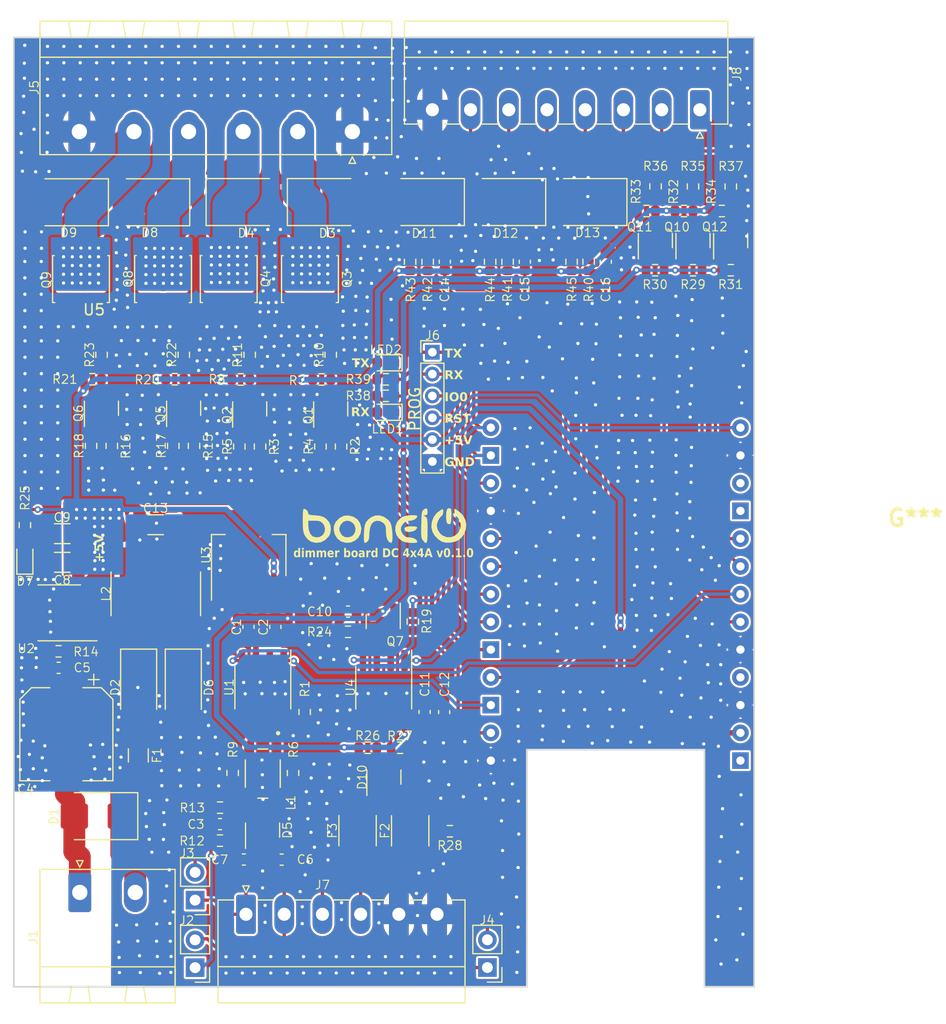
<source format=kicad_pcb>
(kicad_pcb (version 20221018) (generator pcbnew)
  (layers (0 "F.Cu" signal) (31 "B.Cu" signal) (34 "B.Paste" user) (35 "F.Paste" user) (36 "B.SilkS" user "B.Silkscreen") (37 "F.SilkS" user "F.Silkscreen") (38 "B.Mask" user) (39 "F.Mask" user) (44 "Edge.Cuts" user))
  (net 0 "")
  (net 1 "+24V")
  (net 2 "+5V")
  (net 3 "GND")
  (net 4 "+3V3")
  (net 5 "VDD")
  (net 6 "Net-(Q1-C)")
  (net 7 "CAN_H")
  (net 8 "CAN_L")
  (net 9 "ESP_EN")
  (net 10 "RED_OUT")
  (net 11 "GREEN_OUT")
  (net 12 "BLUE_OUT")
  (net 13 "WHITE_OUT")
  (net 14 "Net-(J4-Pin_1)")
  (net 15 "Net-(LED1-K)")
  (net 16 "Net-(LED2-K)")
  (net 17 "Net-(Q1-B)")
  (net 18 "GPIO0")
  (net 19 "Net-(Q6-B)")
  (net 20 "RX")
  (net 21 "TX")
  (net 22 "Net-(Q6-C)")
  (net 23 "Net-(Q9-G)")
  (net 24 "Net-(Q10-D)")
  (net 25 "OUT_1")
  (net 26 "OUT_2")
  (net 27 "OUT_3")
  (net 28 "OUT_4")
  (net 29 "TX_CAN")
  (net 30 "RX_CAN")
  (net 31 "INPUT_1")
  (net 32 "INPUT_2")
  (net 33 "INPUT_3")
  (net 34 "B-_OUT")
  (net 35 "A+_OUT")
  (net 36 "WS281x1_OUT")
  (net 37 "WS281x2")
  (net 38 "WS281x3")
  (net 39 "WS281x1")
  (net 40 "WS281x2_OUT")
  (net 41 "WS281x3_OUT")
  (net 42 "Net-(Q11-D)")
  (net 43 "Net-(Q12-D)")
  (net 44 "Net-(C3-Pad1)")
  (net 45 "Net-(Q7-C)")
  (net 46 "Net-(D2-A)")
  (net 47 "Net-(D6-K)")
  (net 48 "Net-(D7-A)")
  (net 49 "Net-(D10-A1)")
  (net 50 "Net-(D10-A2)")
  (net 51 "Net-(D11-K)")
  (net 52 "Net-(D12-K)")
  (net 53 "Net-(D13-K)")
  (net 54 "Net-(J2-Pin_1)")
  (net 55 "Net-(J3-Pin_2)")
  (net 56 "Net-(U1-CANH)")
  (net 57 "Net-(U1-CANL)")
  (net 58 "Net-(Q2-B)")
  (net 59 "Net-(Q2-C)")
  (net 60 "Net-(Q3-G)")
  (net 61 "Net-(Q4-G)")
  (net 62 "Net-(Q5-B)")
  (net 63 "Net-(Q5-C)")
  (net 64 "Net-(Q7-B)")
  (net 65 "Net-(Q8-G)")
  (net 66 "Net-(U1-Rs)")
  (net 67 "Net-(U2-ON{slash}OFF)")
  (net 70 "unconnected-(U5-3V3-Pad23)")
  (footprint "Capacitor_SMD:CP_Elec_8x10" (layer "F.Cu") (at 99.92 106.33 -90)
    (fp_text reference "C4")
    (fp_text value "100uF/50V")
  )
  (footprint "Connector_PinHeader_2.54mm:PinHeader_1x02_P2.54mm_Vertical" (layer "F.Cu") (at 111.71 127.7 180)
    (fp_text reference "J2")
    (fp_text value "Jumper 60.4R")
  )
  (footprint "Connector_Phoenix_MC:PhoenixContact_MC_1,5_6-G-3.5_1x06_P3.50mm_Horizontal" (layer "F.Cu") (at 116.37 122.8125)
    (fp_text reference "J7")
    (fp_text value "CAN&RS")
  )
  (footprint "Capacitor_SMD:C_0603_1608Metric" (layer "F.Cu") (at 99.21 100.25 180)
    (fp_text reference "C5")
    (fp_text value "100n")
  )
  (footprint "Diode_SMD:D_SMB" (layer "F.Cu") (at 147.6 57.61 180)
    (fp_text reference "D13")
    (fp_text value "P6SMB6.8A")
  )
  (footprint "LED_SMD:LED_0603_1608Metric" (layer "F.Cu") (at 129.1825 76.86 180)
    (fp_text reference "LED1")
    (fp_text value "LED_BLUE/L0603")
  )
  (footprint "Capacitor_SMD:C_0603_1608Metric" (layer "F.Cu") (at 119.06 96.51 90)
    (fp_text reference "C2")
    (fp_text value "100nF/C0603")
  )
  (footprint "Resistor_SMD:R_0603_1608Metric" (layer "F.Cu") (at 153.045 58.43)
    (fp_text reference "R33")
    (fp_text value "10k/R0603")
  )
  (footprint "Package_SO:SO-8_3.9x4.9mm_P1.27mm" (layer "F.Cu") (at 99.27 95.22 180)
    (fp_text reference "U2")
    (fp_text value "5V")
  )
  (footprint "Package_TO_SOT_SMD:SOT-23" (layer "F.Cu") (at 160.76 61.1375 90)
    (fp_text reference "Q12")
    (fp_text value "BSS138")
  )
  (footprint "Resistor_SMD:R_0603_1608Metric" (layer "F.Cu") (at 113.995 113.05)
    (fp_text reference "R13")
    (fp_text value "60.4R/R0603")
  )
  (footprint "Connector_PinHeader_2.00mm:PinHeader_1x06_P2.00mm_Vertical" (layer "F.Cu") (at 133.44 71.36)
    (fp_text reference "J6")
    (fp_text value "PROG")
  )
  (footprint "Diode_SMD:D_SMB" (layer "F.Cu") (at 140.16 57.61 180)
    (fp_text reference "D12")
    (fp_text value "P6SMB6.8A")
  )
  (footprint "Resistor_SMD:R_0603_1608Metric" (layer "F.Cu") (at 140.33 63.075 90)
    (fp_text reference "R41")
    (fp_text value "330R")
  )
  (footprint "Capacitor_SMD:C_0603_1608Metric" (layer "F.Cu") (at 141.91 63.075 90)
    (fp_text reference "C15")
    (fp_text value "100nF/C0603")
  )
  (footprint "Connector_PinHeader_2.54mm:PinHeader_1x02_P2.54mm_Vertical" (layer "F.Cu") (at 138.48 127.69 180)
    (fp_text reference "J4")
    (fp_text value "Jumper 120R")
  )
  (footprint "Capacitor_SMD:C_0603_1608Metric" (layer "F.Cu") (at 132.73 104.29 -90)
    (fp_text reference "C11")
    (fp_text value "10uF/C0805")
  )
  (footprint "Package_TO_SOT_SMD:LFPAK56" (layer "F.Cu") (at 122.23 64.66 90)
    (fp_text reference "Q3")
    (fp_text value "PSMN1R2-30YLC")
  )
  (footprint "Resistor_SMD:R_0603_1608Metric" (layer "F.Cu") (at 104.08 79.935 90)
    (fp_text reference "R16")
    (fp_text value "10k/R0603")
  )
  (footprint "Resistor_SMD:R_0603_1608Metric" (layer "F.Cu") (at 124.13 71.59 -90)
    (fp_text reference "R10")
    (fp_text value "4.7k/R0603")
  )
  (footprint "Package_SO:SOIC-8_3.9x4.9mm_P1.27mm" (layer "F.Cu") (at 128.985 102.065 -90)
    (fp_text reference "U4")
    (fp_text value "MAX485E")
  )
  (footprint "Capacitor_SMD:C_0603_1608Metric" (layer "F.Cu") (at 116.6 96.505 90)
    (fp_text reference "C1")
    (fp_text value "10uF/C0805")
  )
  (footprint "Resistor_SMD:R_0603_1608Metric" (layer "F.Cu") (at 160.77 56.185 -90)
    (fp_text reference "R37")
    (fp_text value "330R/R0603")
  )
  (footprint "Resistor_SMD:R_0603_1608Metric" (layer "F.Cu") (at 135.05 115.21 180)
    (fp_text reference "R28")
    (fp_text value "120R")
  )
  (footprint "Resistor_SMD:R_0603_1608Metric" (layer "F.Cu") (at 115.15 109.88 -90)
    (fp_text reference "R9")
    (fp_text value "0k/R0603")
  )
  (footprint "Package_TO_SOT_SMD:LFPAK56" (layer "F.Cu") (at 108.7725 64.66 90)
    (fp_text reference "Q8")
    (fp_text value "PSMN1R2-30YLC")
  )
  (footprint "Resistor_SMD:R_0603_1608Metric" (layer "F.Cu") (at 123.19 79.995 -90)
    (fp_text reference "R4")
    (fp_text value "4.7k/R0603")
  )
  (footprint "ACT45B:FIL_ACT45B-510-2P-TL003" (layer "F.Cu") (at 117.91 109.935 -90)
    (fp_text reference "L1")
    (fp_text value "ACT45B-510")
  )
  (footprint "Capacitor_SMD:C_0603_1608Metric" (layer "F.Cu") (at 134.52 104.305 -90)
    (fp_text reference "C12")
    (fp_text value "100nF/C0603")
  )
  (footprint "RF_Module:WT32-ETH" (layer "F.Cu") (at 136.455 67.285)
    (fp_text reference "U5")
    (fp_text value "WT32-ETH01")
  )
  (footprint "Package_TO_SOT_SMD:SOT-23" (layer "F.Cu") (at 124.13 76.5475 90)
    (fp_text reference "Q1")
    (fp_text value "BC817")
  )
  (footprint "Fuse:Fuse_1812_4532Metric" (layer "F.Cu") (at 126.59 115.16 -90)
    (fp_text reference "F3")
    (fp_text value "JK-mSMD010-60")
  )
  (footprint "Resistor_SMD:R_0603_1608Metric" (layer "F.Cu") (at 125.08 79.995 90)
    (fp_text reference "R2")
    (fp_text value "10k/R0603")
  )
  (footprint "Resistor_SMD:R_0603_1608Metric" (layer "F.Cu") (at 131.65 96.0125 90)
    (fp_text reference "R19")
    (fp_text value "4.7k")
  )
  (footprint "Resistor_SMD:R_0603_1608Metric" (layer "F.Cu") (at 96.12 87.19 -90)
    (fp_text reference "R25")
    (fp_text value "1.2k/R0603")
  )
  (footprint "boneio - expansion module WT32-ETH01:logo" (layer "F.Cu") (at 129.105189 87.208421)
    (fp_text reference "G***")
    (fp_text value "LOGO" hide)
  )
  (footprint "Resistor_SMD:R_0603_1608Metric" (layer "F.Cu") (at 146.19 63.075 -90)
    (fp_text reference "R45")
    (fp_text value "10k/R0603")
  )
  (footprint "Resistor_SMD:R_0603_1608Metric" (layer "F.Cu") (at 109.845 73.83)
    (fp_text reference "R20")
    (fp_text value "10k/R0603")
  )
  (footprint "Resistor_SMD:R_0603_1608Metric" (layer "F.Cu") (at 111.61 79.935 90)
    (fp_text reference "R15")
    (fp_text value "10k/R0603")
  )
  (footprint "Diode_SMD:D_SMB" (layer "F.Cu") (at 107.56 57.63 180)
    (fp_text reference "D8")
    (fp_text value "SMBJ28CA")
  )
  (footprint "Resistor_SMD:R_0603_1608Metric" (layer "F.Cu") (at 117.66 79.995 90)
    (fp_text reference "R3")
    (fp_text value "10k/R0603")
  )
  (footprint "Capacitor_SMD:C_0603_1608Metric" (layer "F.Cu") (at 134.58 63.075 90)
    (fp_text reference "C14")
    (fp_text value "100nF/C0603")
  )
  (footprint "Capacitor_SMD:C_0603_1608Metric" (layer "F.Cu") (at 125.72 95.105 180)
    (fp_text reference "C10")
    (fp_text value "100n")
  )
  (footprint "Resistor_SMD:R_0603_1608Metric" (layer "F.Cu") (at 115.76 79.995 -90)
    (fp_text reference "R5")
    (fp_text value "4.7k/R0603")
  )
  (footprint "Connector_Phoenix_MC:PhoenixContact_MC_1,5_8-G-3.5_1x08_P3.50mm_Horizontal" (layer "F.Cu") (at 157.94 49.16 180)
    (fp_text reference "J8")
    (fp_text value "Screw_Terminal_01x08")
  )
  (footprint "Fuse:Fuse_1812_4532Metric" (layer "F.Cu") (at 131.41 115.17 -90)
    (fp_text reference "F2")
    (fp_text value "JK-mSMD010-60")
  )
  (footprint "Package_TO_SOT_SMD:SOT-23" (layer "F.Cu") (at 129 110.2575 90)
    (fp_text reference "D10")
    (fp_text value "SM712_SOT23")
  )
  (footprint "Resistor_SMD:R_0603_1608Metric" (layer "F.Cu") (at 115.885 73.85)
    (fp_text reference "R8")
    (fp_text value "10k/R0603")
  )
  (footprint "Resistor_SMD:R_0603_1608Metric" (layer "F.Cu") (at 131.4 63.075 90)
    (fp_text reference "R43")
    (fp_text value "10k/R0603")
  )
  (footprint "Package_TO_SOT_SMD:SOT-23" (layer "F.Cu") (at 117.89 115.1075 90)
    (fp_text reference "D5")
    (fp_text value "PESD1CAN")
  )
  (footprint "Resistor_SMD:R_0603_1608Metric" (layer "F.Cu") (at 157.31 63.85)
    (fp_text reference "R29")
    (fp_text value "10k/R0603")
  )
  (footprint "Capacitor_SMD:C_0603_1608Metric" (layer "F.Cu") (at 116.175 117.8 180)
    (fp_text reference "C7")
    (fp_text value "47pF/C0603")
  )
  (footprint "Resistor_SMD:R_0603_1608Metric" (layer "F.Cu") (at 123.305 73.85)
    (fp_text reference "R7")
    (fp_text value "10k/R0603")
  )
  (footprint "Package_TO_SOT_SMD:LFPAK56" (layer "F.Cu") (at 101.26 64.66 90)
    (fp_text reference "Q9")
    (fp_text value "PSMN1R2-30YLC")
  )
  (footprint "Resistor_SMD:R_0603_1608Metric" (layer "F.Cu") (at 121.745 104.295 90)
    (fp_text reference "R1")
    (fp_text value "10k/R0603")
  )
  (footprint "Resistor_SMD:R_0603_1608Metric" (layer "F.Cu") (at 125.71 96.955 180)
    (fp_text reference "R24")
    (fp_text value "4.7k")
  )
  (footprint "LED_SMD:LED_0603_1608Metric" (layer "F.Cu") (at 96.12 90.19 90)
    (fp_text reference "D7")
    (fp_text value "LED_RED")
  )
  (footprint "Resistor_SMD:R_0603_1608Metric" (layer "F.Cu") (at 103.14 71.59 -90)
    (fp_text reference "R23")
    (fp_text value "4.7k/R0603")
  )
  (footprint "LED_SMD:LED_0603_1608Metric" (layer "F.Cu") (at 129.1775 72.33 180)
    (fp_text reference "LED2")
    (fp_text value "LED_BLUE/L0603")
  )
  (footprint "Resistor_SMD:R_0603_1608Metric" (layer "F.Cu") (at 156.485 58.43)
    (fp_text reference "R32")
    (fp_text value "10k/R0603")
  )
  (footprint "Resistor_SMD:R_0603_1608Metric" (layer "F.Cu") (at 110.6725 71.59 -90)
    (fp_text reference "R22")
    (fp_text value "4.7k/R0603")
  )
  (footprint "Connector_Phoenix_MSTB:PhoenixContact_MSTBA_2,5_6-G_1x06_P5.00mm_Horizontal" (layer "F.Cu") (at 126.11 51.16 180)
    (fp_text reference "J5")
    (fp_text value "RGBW")
  )
  (footprint "Fuse:Fuse_1206_3216Metric" (layer "F.Cu") (at 106.51 108.27 -90)
    (fp_text reference "F1")
    (fp_text value "BSMD1206-100-24V")
  )
  (footprint "Diode_SMD:D_SMA" (layer "F.Cu") (at 110.63 102.05 -90)
    (fp_text reference "D6")
    (fp_text value "SS34")
  )
  (footprint "Resistor_SMD:R_0603_1608Metric" (layer "F.Cu") (at 157.31 56.18 -90)
    (fp_text reference "R35")
    (fp_text value "330R/R0603")
  )
  (footprint "Package_TO_SOT_SMD:SOT-23" (layer "F.Cu") (at 110.66 76.4875 90)
    (fp_text reference "Q5")
    (fp_text value "BC817")
  )
  (footprint "Connector_Phoenix_MSTB:PhoenixContact_MSTBA_2,5_2-G-5,08_1x02_P5.08mm_Horizontal" (layer "F.Cu") (at 101.15 120.8125)
    (fp_text reference "J1")
    (fp_text value "Screw_Terminal_01x02")
  )
  (footprint "Package_TO_SOT_SMD:LFPAK56" (layer "F.Cu") (at 114.79 64.66 90)
    (fp_text reference "Q4")
    (fp_text value "PSMN1R2-30YLC")
  )
  (footprint "Resistor_SMD:R_0603_1608Metric" (layer "F.Cu") (at 127.525 107.57)
    (fp_text reference "R26")
    (fp_text value "4.7k")
  )
  (footprint "Resistor_SMD:R_0603_1608Metric" (layer "F.Cu") (at 147.75 63.075 90)
    (fp_text reference "R40")
    (fp_text value "330R")
  )
  (footprint "Resistor_SMD:R_0603_1608Metric" (layer "F.Cu") (at 129.18 73.84 180)
    (fp_text reference "R39")
    (fp_text value "1.2k/R0603")
  )
  (footprint "Capacitor_SMD:C_0603_1608Metric" (layer "F.Cu") (at 119.64 117.81 180)
    (fp_text reference "C6")
    (fp_text value "47pF/C0603")
  )
  (footprint "Capacitor_SMD:C_1206_3216Metric" (layer "F.Cu") (at 108.095 87.15 180)
    (fp_text reference "C13")
    (fp_text value "10uF")
  )
  (footprint "Resistor_SMD:R_0603_1608Metric" (layer "F.Cu") (at 133.01 63.075 90)
    (fp_text reference "R42")
    (fp_text value "330R")
  )
  (footprint "Resistor_SMD:R_0603_1608Metric" (layer "F.Cu") (at 153.84 63.85)
    (fp_text reference "R30")
    (fp_text value "10k/R0603")
  )
  (footprint "Capacitor_SMD:C_1206_3216Metric" (layer "F.Cu") (at 99.545 90.59 180)
    (fp_text reference "C8")
    (fp_text value "10uF")
  )
  (footprint "Diode_SMD:D_SMA" (layer "F.Cu") (at 106.54 102.05 -90)
    (fp_text reference "D2")
    (fp_text value "SS34")
  )
  (footprint "Package_SO:SOIC-8_3.9x4.9mm_P1.27mm" (layer "F.Cu") (at 117.915 102.065 -90)
    (fp_text reference "U1")
    (fp_text value "SN65HVD230")
  )
  (footprint "Diode_SMD:D_SMB" (layer "F.Cu") (at 100.11 57.63 180)
    (fp_text reference "D9")
    (fp_text value "SMBJ28CA")
  )
  (footprint "Resistor_SMD:R_0603_1608Metric" (layer "F.Cu") (at 138.73 63.075 -90)
    (fp_text reference "R44")
    (fp_text value "10k/R0603")
  )
  (footprint "Diode_SMD:D_SMB" (layer "F.Cu") (at 116.3775 57.61)
    (fp_text reference "D4")
    (fp_text value "SMBJ28CA")
  )
  (footprint "Package_TO_SOT_SMD:SOT-23" (layer "F.Cu") (at 128.94 96.0125 -90)
    (fp_text reference "Q7")
    (fp_text value "BC807")
  )
  (footprint "Package_TO_SOT_SMD:SOT-23" (layer "F.Cu") (at 157.31 61.1375 90)
    (fp_text reference "Q10")
    (fp_text value "BSS138")
  )
  (footprint "Package_TO_SOT_SMD:SOT-23" (layer "F.Cu") (at 116.71 76.5475 90)
    (fp_text reference "Q2")
    (fp_text value "BC817")
  )
  (footprint "Resistor_SMD:R_0603_1608Metric" (layer "F.Cu") (at 129.18 75.35 180)
    (fp_text reference "R38")
    (fp_text value "1.2k/R0603")
  )
  (footprint "Capacitor_SMD:C_1206_3216Metric" (layer "F.Cu") (at 99.545 87.97 180)
    (fp_text reference "C9")
    (fp_text value "10uF")
  )
  (footprint "Resistor_SMD:R_0603_1608Metric" (layer "F.Cu") (at 109.71 79.935 -90)
    (fp_text reference "R17")
    (fp_text value "4.7k/R0603")
  )
  (footprint "Resistor_SMD:R_0603_1608Metric" (layer "F.Cu") (at 113.985 116.07 180)
    (fp_text reference "R12")
    (fp_text value "60.4k/R0603")
  )
  (footprint "Capacitor_SMD:C_0603_1608Metric" (layer "F.Cu") (at 113.985 114.56 180)
    (fp_text reference "C3")
    (fp_text value "4.7nF/C0603")
  )
  (footprint "Diode_SMD:D_SMB" (layer "F.Cu") (at 132.71 57.61 180)
    (fp_text reference "D11")
    (fp_text value "P6SMB6.8A")
  )
  (footprint "Package_TO_SOT_SMD:SOT-223-3_TabPin2" (layer "F.Cu") (at 116.62 89.96 90)
    (fp_text reference "U3")
    (fp_text value "AMS1117-3.3")
  )
  (footprint "Resistor_SMD:R_0603_1608Metric" (layer "F.Cu") (at 153.88 56.175 -90)
    (fp_text reference "R36")
    (fp_text value "330R/R0603")
  )
  (footprint "Resistor_SMD:R_0603_1608Metric" (layer "F.Cu") (at 120.68 109.88 90)
    (fp_text reference "R6")
    (fp_text value "0k/R0603")
  )
  (footprint "Resistor_SMD:R_0603_1608Metric" (layer "F.Cu") (at 102.18 79.935 -90)
    (fp_text reference "R18")
    (fp_text value "4.7k/R0603")
  )
  (footprint "Resistor_SMD:R_0603_1608Metric" (layer "F.Cu") (at 130.485 107.57)
    (fp_text reference "R27")
    (fp_text value "4.7k")
  )
  (footprint "Capacitor_SMD:C_0603_1608Metric" (layer "F.Cu") (at 149.32 63.075 90)
    (fp_text reference "C16")
    (fp_text value "100nF/C0603")
  )
  (footprint "Resistor_SMD:R_0603_1608Metric" (layer "F.Cu") (at 160.77 63.85)
    (fp_text reference "R31")
    (fp_text value "10k/R0603")
  )
  (footprint "Diode_SMD:D_SMB" (layer "F.Cu") (at 123.82 57.61)
    (fp_text reference "D3")
    (fp_text value "SMBJ28CA")
  )
  (footprint "Resistor_SMD:R_0603_1608Metric" (layer "F.Cu") (at 116.71 71.59 -90)
    (fp_text reference "R11")
    (fp_text value "4.7k/R0603")
  )
  (footprint "Package_TO_SOT_SMD:SOT-23" (layer "F.Cu") (at 103.13 76.4875 90)
    (fp_text reference "Q6")
    (fp_text value "BC817")
  )
  (footprint "Resistor_SMD:R_0603_1608Metric" (layer "F.Cu") (at 159.95 58.43)
    (fp_text reference "R34")
    (fp_text value "10k/R0603")
  )
  (footprint "Resistor_SMD:R_0603_1608Metric" (layer "F.Cu") (at 99.205 98.74 180)
    (fp_text reference "R14")
    (fp_text value "100k")
  )
  (footprint "Inductor_SMD:L_Bourns_SRN8040TA" (layer "F.Cu") (at 108.11 93.475 90)
    (fp_text reference "L2")
    (fp_text value "68uH")
  )
  (footprint "Diode_SMD:D_SMB" (layer "F.Cu") (at 102.8 113.83 180)
    (fp_text reference "D1")
    (fp_text value "SMBJ28CA")
  )
  (footprint "Package_TO_SOT_SMD:SOT-23" (layer "F.Cu") (at 153.86 61.1375 90)
    (fp_text reference "Q11")
    (fp_text value "BSS138")
  )
  (footprint "Connector_PinHeader_2.54mm:PinHeader_1x02_P2.54mm_Vertical" (layer "F.Cu") (at 111.71 121.52 180)
    (fp_text reference "J3")
    (fp_text value "Jumper 60.4R")
  )
  (footprint "Resistor_SMD:R_0603_1608Metric" (layer "F.Cu") (at 102.305 73.83)
    (fp_text reference "R21")
    (fp_text value "10k/R0603")
  )
  (gr_line (start 162.91 42.55) (end 162.91 129.45) (stroke (width 0.15)) (layer "Edge.Cuts"))
  (gr_line (start 158.37 129.45) (end 162.91 129.45) (stroke (width 0.15)) (layer "Edge.Cuts"))
  (gr_line (start 95.11 42.55) (end 95.11 129.45) (stroke (width 0.15)) (layer "Edge.Cuts"))
  (gr_line (start 142.09 129.45) (end 95.11 129.45) (stroke (width 0.15)) (layer "Edge.Cuts"))
  (gr_line (start 142.09 107.74) (end 142.09 129.45) (stroke (width 0.15)) (layer "Edge.Cuts"))
  (gr_line (start 162.91 42.55) (end 95.11 42.55) (stroke (width 0.15)) (layer "Edge.Cuts"))
  (gr_line (start 158.37 129.45) (end 158.37 107.74) (stroke (width 0.15)) (layer "Edge.Cuts"))
  (gr_line (start 142.09 107.74) (end 158.37 107.74) (stroke (width 0.15)) (layer "Edge.Cuts"))
  (gr_text "RX" (at 125.98 77.35) (layer "F.SilkS") (effects (font (size 0.8 0.8) (thickness 0.2) bold) (justify left bottom)))
  (gr_text "+5V" (at 103.44 90.58 90) (layer "F.SilkS") (effects (font (size 0.8 0.8) (thickness 0.2) bold) (justify left bottom)))
  (gr_text "dimmer board DC 4x4A v0.1.0" (at 120.71 90.26) (layer "F.SilkS") (effects (font (size 0.8 0.7) (thickness 0.175) bold) (justify left bottom)))
  (gr_text "GND" (at 134.54 81.93) (layer "F.SilkS") (effects (font (size 0.8 0.8) (thickness 0.2) bold) (justify left bottom)))
  (gr_text "TX" (at 134.54 71.98) (layer "F.SilkS") (effects (font (size 0.8 0.8) (thickness 0.2) bold) (justify left bottom)))
  (gr_text "+5V" (at 134.54 79.92) (layer "F.SilkS") (effects (font (size 0.8 0.8) (thickness 0.2) bold) (justify left bottom)))
  (gr_text "IO0" (at 134.54 75.98) (layer "F.SilkS") (effects (font (size 0.8 0.8) (thickness 0.2) bold) (justify left bottom)))
  (gr_text "TX" (at 126.07 72.87) (layer "F.SilkS") (effects (font (size 0.8 0.8) (thickness 0.2) bold) (justify left bottom)))
  (gr_text "RST" (at 134.54 77.95) (layer "F.SilkS") (effects (font (size 0.8 0.8) (thickness 0.2) bold) (justify left bottom)))
  (gr_text "RX" (at 134.54 73.96) (layer "F.SilkS") (effects (font (size 0.8 0.8) (thickness 0.2) bold) (justify left bottom)))
  (segment (start 128.39 71.36) (end 128.43 71.32) (width 0.3) (layer "F.Cu") (net 2))
  (segment (start 152.22 59.44) (end 152.22 58.43) (width 0.5) (layer "F.Cu") (net 2))
  (segment (start 159.125 58.43) (end 158.35 58.43) (width 0.5) (layer "F.Cu") (net 2))
  (segment (start 154.88 58.4) (end 155.63 58.4) (width 0.5) (layer "F.Cu") (net 2))
  (segment (start 121.57 73.87) (end 122.46 73.87) (width 0.5) (layer "F.Cu") (net 2))
  (segment (start 109.01 73.82) (end 109.02 73.83) (width 0.5) (layer "F.Cu") (net 2))
  (segment (start 150.67 96.37) (end 150.68 96.36) (width 0.5) (layer "F.Cu") (net 2))
  (segment (start 155.63 58.4) (end 155.66 58.43) (width 0.5) (layer "F.Cu") (net 2))
  (segment (start 155.235 106.205) (end 161.655 106.205) (width 0.5) (layer "F.Cu") (net 2))
  (segment (start 118.92 91.41) (end 118.92 90.67) (width 0.5) (layer "F.Cu") (net 2))
  (segment (start 128.39 72.33) (end 128.39 71.36) (width 0.3) (layer "F.Cu") (net 2))
  (segment (start 158.35 58.43) (end 158.33 58.41) (width 0.5) (layer "F.Cu") (net 2))
  (segment (start 108.2 73.82) (end 109.01 73.82) (width 0.5) (layer "F.Cu") (net 2))
  (segment (start 101.46 74.9) (end 101.46 73.85) (width 0.5) (layer "F.Cu") (net 2))
  (segment (start 150.67 101.64) (end 155.235 106.205) (width 0.5) (layer "F.Cu") (net 2))
  (segment (start 150.68 95.69) (end 150.67 95.68) (width 0.5) (layer "F.Cu") (net 2))
  (segment (start 96.725 85.76) (end 96.12 86.365) (width 0.3) (layer "F.Cu") (net 2))
  (segment (start 128.395 77.315) (end 128.885 77.805) (width 0.3) (layer "F.Cu") (net 2))
  (segment (start 138.7 63.93) (end 138.73 63.9) (width 0.5) (layer "F.Cu") (net 2))
  (segment (start 101.46 73.85) (end 101.48 73.83) (width 0.5) (layer "F.Cu") (net 2))
  (segment (start 97.3 85.76) (end 96.725 85.76) (width 0.3) (layer "F.Cu") (net 2))
  (segment (start 150.68 96.36) (end 150.68 95.69) (width 0.5) (layer "F.Cu") (net 2))
  (segment (start 145.24 63.94) (end 146.15 63.94) (width 0.5) (layer "F.Cu") (net 2))
  (segment (start 122.46 73.87) (end 122.48 73.85) (width 0.5) (layer "F.Cu") (net 2))
  (segment (start 146.15 63.94) (end 146.19 63.9) (width 0.5) (layer "F.Cu") (net 2))
  (segment (start 130.37 63.9) (end 131.4 63.9) (width 0.5) (layer "F.Cu") (net 2))
  (segment (start 150.67 96.37) (end 150.67 101.64) (width 0.5) (layer "F.Cu") (net 2))
  (segment (start 128.395 76.86) (end 128.395 77.315) (width 0.3) (layer "F.Cu") (net 2))
  (segment (start 118.92 91.41) (end 118.92 93.11) (width 0.5) (layer "F.Cu") (net 2))
  (segment (start 114.08 73.85) (end 115.06 73.85) (width 0.5) (layer "F.Cu") (net 2))
  (segment (start 137.78 63.93) (end 138.7 63.93) (width 0.5) (layer "F.Cu") (net 2))
  (via (at 103.28 90.43) (size 0.6) (drill 0.3) (layers "F.Cu" "B.Cu") (net 2))
  (via (at 118.92 91.41) (size 0.6) (drill 0.3) (layers "F.Cu" "B.Cu") (net 2))
  (via (at 103.28 88.87) (size 0.6) (drill 0.3) (layers "F.Cu" "B.Cu") (net 2))
  (via (at 108.2 73.82) (size 0.6) (drill 0.3) (layers "F.Cu" "B.Cu") (net 2))
  (via (at 145.24 63.94) (size 0.6) (drill 0.3) (layers "F.Cu" "B.Cu") (net 2))
  (via (at 102.52 91.23) (size 0.6) (drill 0.3) (layers "F.Cu" "B.Cu") (net 2))
  (via (at 102.52 89.67) (size 0.6) (drill 0.3) (layers "F.Cu" "B.Cu") (net 2))
  (via (at 102.49 86.55) (size 0.6) (drill 0.3) (layers "F.Cu" "B.Cu") (net 2))
  (via (at 114.08 73.85) (size 0.6) (drill 0.3) (layers "F.Cu" "B.Cu") (net 2))
  (via (at 97.3 85.76) (size 0.6) (drill 0.3) (layers "F.Cu" "B.Cu") (net 2))
  (via (at 130.37 63.9) (size 0.6) (drill 0.3) (layers "F.Cu" "B.Cu") (net 2))
  (via (at 150.67 95.68) (size 0.6) (drill 0.3) (layers "F.Cu" "B.Cu") (net 2))
  (via (at 128.885 77.805) (size 0.6) (drill 0.3) (layers "F.Cu" "B.Cu") (net 2))
  (via (at 137.78 63.93) (size 0.6) (drill 0.3) (layers "F.Cu" "B.Cu") (net 2))
  (via (at 101.46 74.9) (size 0.6) (drill 0.3) (layers "F.Cu" "B.Cu") (net 2))
  (via (at 101.65 85.75) (size 0.6) (drill 0.3) (layers "F.Cu" "B.Cu") (net 2))
  (via (at 104.74 86.55) (size 0.6) (drill 0.3) (layers "F.Cu" "B.Cu") (net 2))
  (via (at 150.67 96.37) (size 0.6) (drill 0.3) (layers "F.Cu" "B.Cu") (net 2))
  (via (at 102.5 85.76) (size 0.6) (drill 0.3) (layers "F.Cu" "B.Cu") (net 2))
  (via (at 103.28 89.67) (size 0.6) (drill 0.3) (layers "F.Cu" "B.Cu") (net 2))
  (via (at 100.85 86.55) (size 0.6) (drill 0.3) (layers "F.Cu" "B.Cu") (net 2))
  (via (at 158.33 58.41) (size 0.6) (drill 0.3) (layers "F.Cu" "B.Cu") (net 2))
  (via (at 100.86 85.76) (size 0.6) (drill 0.3) (layers "F.Cu" "B.Cu") (net 2))
  (via (at 103.26 87.31) (size 0.6) (drill 0.3) (layers "F.Cu" "B.Cu") (net 2))
  (via (at 103.94 86.55) (size 0.6) (drill 0.3) (layers "F.Cu" "B.Cu") (net 2))
  (via (at 102.5 88.11) (size 0.6) (drill 0.3) (layers "F.Cu" "B.Cu") (net 2))
  (via (at 154.88 58.4) (size 0.6) (drill 0.3) (layers "F.Cu" "B.Cu") (net 2))
  (via (at 103.26 88.11) (size 0.6) (drill 0.3) (layers "F.Cu" "B.Cu") (net 2))
  (via (at 103.28 91.23) (size 0.6) (drill 0.3) (layers "F.Cu" "B.Cu") (net 2))
  (via (at 128.43 71.32) (size 0.6) (drill 0.3) (layers "F.Cu" "B.Cu") (net 2))
  (via (at 104.74 85.75) (size 0.6) (drill 0.3) (layers "F.Cu" "B.Cu") (net 2))
  (via (at 102.53 90.44) (size 0.6) (drill 0.3) (layers "F.Cu" "B.Cu") (net 2))
  (via (at 103.25 86.55) (size 0.6) (drill 0.3) (layers "F.Cu" "B.Cu") (net 2))
  (via (at 101.65 86.55) (size 0.6) (drill 0.3) (layers "F.Cu" "B.Cu") (net 2))
  (via (at 121.57 73.87) (size 0.6) (drill 0.3) (layers "F.Cu" "B.Cu") (net 2))
  (via (at 102.51 87.32) (size 0.6) (drill 0.3) (layers "F.Cu" "B.Cu") (net 2))
  (via (at 103.95 85.76) (size 0.6) (drill 0.3) (layers "F.Cu" "B.Cu") (net 2))
  (via (at 118.92 90.67) (size 0.6) (drill 0.3) (layers "F.Cu" "B.Cu") (net 2))
  (via (at 103.25 85.75) (size 0.6) (drill 0.3) (layers "F.Cu" "B.Cu") (net 2))
  (via (at 102.53 88.88) (size 0.6) (drill 0.3) (layers "F.Cu" "B.Cu") (net 2))
  (via (at 152.22 59.44) (size 0.6) (drill 0.3) (layers "F.Cu" "B.Cu") (net 2))
  (segment (start 114.55 85.75) (end 118.92 90.12) (width 0.5) (layer "B.Cu") (net 2))
  (segment (start 118.92 90.67) (end 118.92 91.41) (width 0.5) (layer "B.Cu") (net 2))
  (segment (start 154.89 58.41) (end 154.88 58.4) (width 0.5) (layer "B.Cu") (net 2))
  (segment (start 150.67 95.68) (end 150.67 84.82) (width 0.5) (layer "B.Cu") (net 2))
  (segment (start 130.37 63.9) (end 130.32 63.9) (width 0.5) (layer "B.Cu") (net 2))
  (segment (start 103.94 85.75) (end 103.95 85.76) (width 0.5) (layer "B.Cu") (net 2))
  (segment (start 128.43 71.32) (end 128.43 72.08) (width 0.5) (layer "B.Cu") (net 2))
  (segment (start 114.05 73.82) (end 108.2 73.82) (width 0.5) (layer "B.Cu") (net 2))
  (segment (start 158.82 50.43) (end 158.82 57.92) (width 0.5) (layer "B.Cu") (net 2))
  (segment (start 128.43 65.79) (end 128.43 69.86) (width 0.5) (layer "B.Cu") (net 2))
  (segment (start 153.26 58.4) (end 152.22 59.44) (width 0.5) (layer "B.Cu") (net 2))
  (segment (start 102.54 73.82) (end 101.46 74.9) (width 0.5) (layer "B.Cu") (net 2))
  (segment (start 130.44 79.36) (end 128.885 77.805) (width 0.5) (layer "B.Cu") (net 2))
  (segment (start 137.78 63.93) (end 130.4 63.93) (width 0.5) (layer "B.Cu") (net 2))
  (segment (start 128.43 77.35) (end 128.43 75.12) (width 0.5) (layer "B.Cu") (net 2))
  (segment (start 130.32 63.9) (end 128.47 65.75) (width 0.5) (layer "B.Cu") (net 2))
  (segment (start 151.22 60.38) (end 147.66 63.94) (width 0.5) (layer "B.Cu") (net 2))
  (segment (start 108.2 73.82) (end 102.54 73.82) (width 0.5) (layer "B.Cu") (net 2))
  (segment (start 137.54 76.5) (end 134.68 79.36) (width 0.5) (layer "B.Cu") (net 2))
  (segment (start 102.49 85.75) (end 102.5 85.76) (width 0.5) (layer "B.Cu") (net 2))
  (segment (start 152.16 59.44) (end 151.22 60.38) (width 0.5) (layer "B.Cu") (net 2))
  (segment (start 102.52 88.87) (end 102.53 88.88) (width 0.5) (layer "B.Cu") (net 2))
  (segment (start 130.4 63.93) (end 130.37 63.9) (width 0.5) (layer "B.Cu") (net 2))
  (segment (start 128.885 77.805) (end 128.43 77.35) (width 0.5) (layer "B.Cu") (net 2))
  (segment (start 118.92 90.12) (end 118.92 90.67) (width 0.5) (layer "B.Cu") (net 2))
  (segment (start 134.68 79.36) (end 133.44 79.36) (width 0.5) (layer "B.Cu") (net 2))
  (segment (start 100.85 85.75) (end 100.86 85.76) (width 0.5) (layer "B.Cu") (net 2))
  (segment (start 128.43 75.12) (end 128.43 72.51) (width 0.5) (layer "B.Cu") (net 2))
  (segment (start 133.44 79.36) (end 130.44 79.36) (width 0.5) (layer "B.Cu") (net 2))
  (segment (start 158.82 57.92) (end 158.33 58.41) (width 0.5) (layer "B.Cu") (net 2))
  (segment (start 102.5 87.31) (end 102.51 87.32) (width 0.5) (layer "B.Cu") (net 2))
  (segment (start 121.57 73.87) (end 114.1 73.87) (width 0.5) (layer "B.Cu") (net 2))
  (segment (start 114.1 73.87) (end 114.08 73.85) (width 0.5) (layer "B.Cu") (net 2))
  (segment (start 127.29 73.65) (end 127.07 73.87) (width 0.5) (layer "B.Cu") (net 2))
  (segment (start 128.43 72.51) (end 127.29 73.65) (width 0.5) (layer "B.Cu") (net 2))
  (segment (start 128.47 65.75) (end 128.43 65.79) (width 0.5) (layer "B.Cu") (net 2))
  (segment (start 128.43 72.08) (end 128.43 72.51) (width 0.5) (layer "B.Cu") (net 2))
  (segment (start 128.43 69.86) (end 128.43 71.32) (width 0.5) (layer "B.Cu") (net 2))
  (segment (start 145.24 63.94) (end 137.79 63.94) (width 0.5) (layer "B.Cu") (net 2))
  (segment (start 142.35 76.5) (end 137.54 76.5) (width 0.5) (layer "B.Cu") (net 2))
  (segment (start 147.66 63.94) (end 145.24 63.94) (width 0.5) (layer "B.Cu") (net 2))
  (segment (start 101.45 74.9) (end 100.85 75.5) (width 0.5) (layer "B.Cu") (net 2))
  (segment (start 101.46 74.9) (end 101.45 74.9) (width 0.5) (layer "B.Cu") (net 2))
  (segment (start 101.65 85.75) (end 114.55 85.75) (width 0.5) (layer "B.Cu") (net 2))
  (segment (start 100.85 75.5) (end 100.85 85.75) (width 0.5) (layer "B.Cu") (net 2))
  (segment (start 154.88 58.4) (end 153.26 58.4) (width 0.5) (layer "B.Cu") (net 2))
  (segment (start 97.3 85.76) (end 100.86 85.76) (width 0.3) (layer "B.Cu") (net 2))
  (segment (start 102.52 90.43) (end 102.53 90.44) (width 0.5) (layer "B.Cu") (net 2))
  (segment (start 137.79 63.94) (end 137.78 63.93) (width 0.5) (layer "B.Cu") (net 2))
  (segment (start 150.67 96.37) (end 150.67 95.68) (width 0.5) (layer "B.Cu") (net 2))
  (segment (start 114.08 73.85) (end 114.05 73.82) (width 0.5) (layer "B.Cu") (net 2))
  (segment (start 152.22 59.44) (end 152.16 59.44) (width 0.5) (layer "B.Cu") (net 2))
  (segment (start 158.33 58.41) (end 154.89 58.41) (width 0.5) (layer "B.Cu") (net 2))
  (segment (start 150.67 84.82) (end 142.35 76.5) (width 0.5) (layer "B.Cu") (net 2))
  (segment (start 127.07 73.87) (end 121.57 73.87) (width 0.5) (layer "B.Cu") (net 2))
  (segment (start 100.65 112.54) (end 99.88 111.77) (width 2) (layer "F.Cu") (net 3))
  (segment (start 100.65 113.83) (end 100.65 112.54) (width 2) (layer "F.Cu") (net 3))
  (segment (start 101.15 117.56) (end 101.15 120.8125) (width 2) (layer "F.Cu") (net 3))
  (segment (start 99.88 111.77) (end 99.88 109.36) (width 2) (layer "F.Cu") (net 3))
  (segment (start 100.65 113.83) (end 100.65 117.06) (width 2) (layer "F.Cu") (net 3))
  (segment (start 100.65 117.06) (end 101.15 117.56) (width 2) (layer "F.Cu") (net 3))
  (via (at 119.95 101.51) (size 0.6) (drill 0.3) (layers "F.Cu" "B.Cu") (net 3))
  (via (at 109.62 83.23) (size 0.6) (drill 0.3) (layers "F.Cu" "B.Cu") (net 3))
  (via (at 155.89 89.41) (size 0.6) (drill 0.3) (layers "F.Cu" "B.Cu") (net 3))
  (via (at 133.74 45.37) (size 0.6) (drill 0.3) (layers "F.Cu" "B.Cu") (net 3))
  (via (at 146.77 70.55) (size 0.6) (drill 0.3) (layers "F.Cu" "B.Cu") (net 3))
  (via (at 97.63 82.32) (size 0.6) (drill 0.3) (layers "F.Cu" "B.Cu") (net 3))
  (via (at 110.6 82.05) (size 0.6) (drill 0.3) (layers "F.Cu" "B.Cu") (net 3))
  (via (at 105.41 79.25) (size 0.6) (drill 0.3) (layers "F.Cu" "B.Cu") (net 3))
  (via (at 120.32 114.07) (size 0.6) (drill 0.3) (layers "F.Cu" "B.Cu") (net 3))
  (via (at 102.19 110.53) (size 0.6) (drill 0.3) (layers "F.Cu" "B.Cu") (net 3))
  (via (at 161.71 111.88) (size 0.6) (drill 0.3) (layers "F.Cu" "B.Cu") (net 3))
  (via (at 121.56 97.03) (size 0.6) (drill 0.3) (layers "F.Cu" "B.Cu") (net 3))
  (via (at 98.75 93.03) (size 0.6) (drill 0.3) (layers "F.Cu" "B.Cu") (net 3))
  (via (at 119.01 68.92) (size 0.6) (drill 0.3) (layers "F.Cu" "B.Cu") (net 3))
  (via (at 128.3 91.99) (size 0.6) (drill 0.3) (layers "F.Cu" "B.Cu") (net 3))
  (via (at 146.67 90.35) (size 0.6) (drill 0.3) (layers "F.Cu" "B.Cu") (net 3))
  (via (at 157.99 98.2) (size 0.6) (drill 0.3) (layers "F.Cu" "B.Cu") (net 3))
  (via (at 96.13 82.32) (size 0.6) (drill 0.3) (layers "F.Cu" "B.Cu") (net 3))
  (via (at 144.8 95.01) (size 0.6) (drill 0.3) (layers "F.Cu" "B.Cu") (net 3))
  (via (at 125.82 92.06) (size 0.6) (drill 0.3) (layers "F.Cu" "B.Cu") (net 3))
  (via (at 141.01 78.35) (size 0.6) (drill 0.3) (layers "F.Cu" "B.Cu") (net 3))
  (via (at 142.06 60.91) (size 0.6) (drill 0.3) (layers "F.Cu" "B.Cu") (net 3))
  (via (at 130.13 60.36) (size 0.6) (drill 0.3) (layers "F.Cu" "B.Cu") (net 3))
  (via (at 106.93 79.23) (size 0.6) (drill 0.3) (layers "F.Cu" "B.Cu") (net 3))
  (via (at 147.39 104.08) (size 0.6) (drill 0.3) (layers "F.Cu" "B.Cu") (net 3))
  (via (at 152.33 73.54) (size 0.6) (drill 0.3) (layers "F.Cu" "B.Cu") (net 3))
  (via (at 153.57 83.17) (size 0.6) (drill 0.3) (layers "F.Cu" "B.Cu") (net 3))
  (via (at 128.22 48.33) (size 0.6) (drill 0.3) (layers "F.Cu" "B.Cu") (net 3))
  (via (at 139.87 116.98) (size 0.6) (drill 0.3) (layers "F.Cu" "B.Cu") (net 3))
  (via (at 146.74 92.21) (size 0.6) (drill 0.3) (layers "F.Cu" "B.Cu") (net 3))
  (via (at 146.57 77.14) (size 0.6) (drill 0.3) (layers "F.Cu" "B.Cu") (net 3))
  (via (at 152.29 68.16) (size 0.6) (drill 0.3) (layers "F.Cu" "B.Cu") (net 3))
  (via (at 148.46 80) (size 0.6) (drill 0.3) (layers "F.Cu" "B.Cu") (net 3))
  (via (at 104.71 103.59) (size 0.6) (drill 0.3) (layers "F.Cu" "B.Cu") (net 3))
  (via (at 101.97 83.98) (size 0.6) (drill 0.3) (layers "F.Cu" "B.Cu") (net 3))
  (via (at 121.33 120.74) (size 0.6) (drill 0.3) (layers "F.Cu" "B.Cu") (net 3))
  (via (at 123.95 98.23) (size 0.6) (drill 0.3) (layers "F.Cu" "B.Cu") (net 3))
  (via (at 159.85 103.22) (size 0.6) (drill 0.3) (layers "F.Cu" "B.Cu") (net 3))
  (via (at 124.02 110.3) (size 0.6) (drill 0.3) (layers "F.Cu" "B.Cu") (net 3))
  (via (at 134.04 53.62) (size 0.6) (drill 0.3) (layers "F.Cu" "B.Cu") (net 3))
  (via (at 127.64 126.69) (size 0.6) (drill 0.3) (layers "F.Cu" "B.Cu") (net 3))
  (via (at 126.2 60.26) (size 0.6) (drill 0.3) (layers "F.Cu" "B.Cu") (net 3))
  (via (at 104.79 72.64) (size 0.6) (drill 0.3) (layers "F.Cu" "B.Cu") (net 3))
  (via (at 105.47 65.04) (size 0.6) (drill 0.3) (layers "F.Cu" "B.Cu") (net 3))
  (via (at 123.08 102.73) (size 0.6) (drill 0.3) (layers "F.Cu" "B.Cu") (net 3))
  (via (at 136.74 45.37) (size 0.6) (drill 0.3) (layers "F.Cu" "B.Cu") (net 3))
  (via (at 150.95 104.12) (size 0.6) (drill 0.3) (layers "F.Cu" "B.Cu") (net 3))
  (via (at 117.69 47.86) (size 0.6) (drill 0.3) (layers "F.Cu" "B.Cu") (net 3))
  (via (at 117.83 102.61) (size 0.6) (drill 0.3) (layers "F.Cu" "B.Cu") (net 3))
  (via (at 134.21 112.19) (size 0.6) (drill 0.3) (layers "F.Cu" "B.Cu") (net 3))
  (via (at 102.69 44.86) (size 0.6) (drill 0.3) (layers "F.Cu" "B.Cu") (net 3))
  (via (at 110.27 109.62) (size 0.6) (drill 0.3) (layers "F.Cu" "B.Cu") (net 3))
  (via (at 105.53 67.26) (size 0.6) (drill 0.3) (layers "F.Cu" "B.Cu") (net 3))
  (via (at 152.12 95.45) (size 0.6) (drill 0.3) (layers "F.Cu" "B.Cu") (net 3))
  (via (at 96.96 50.95) (size 0.6) (drill 0.3) (layers "F.Cu" "B.Cu") (net 3))
  (via (at 153.85 68.2) (size 0.6) (drill 0.3) (layers "F.Cu" "B.Cu") (net 3))
  (via (at 112.68 76.52) (size 0.6) (drill 0.3) (layers "F.Cu" "B.Cu") (net 3))
  (via (at 113.19 47.86) (size 0.6) (drill 0.3) (layers "F.Cu" "B.Cu") (net 3))
  (via (at 125.88 109.15) (size 0.6) (drill 0.3) (layers "F.Cu" "B.Cu") (net 3))
  (via (at 126.53 81.18) (size 0.6) (drill 0.3) (layers "F.Cu" "B.Cu") (net 3))
  (via (at 158.66 99.96) (size 0.6) (drill 0.3) (layers "F.Cu" "B.Cu") (net 3))
  (via (at 108.69 47.86) (size 0.6) (drill 0.3) (layers "F.Cu" "B.Cu") (net 3))
  (via (at 120.34 76.58) (size 0.6) (drill 0.3) (layers "F.Cu" "B.Cu") (net 3))
  (via (at 112.05 106.64) (size 0.6) (drill 0.3) (layers "F.Cu" "B.Cu") (net 3))
  (via (at 139.08 110.81) (size 0.6) (drill 0.3) (layers "F.Cu" "B.Cu") (net 3))
  (via (at 117.8 70.9) (size 0.6) (drill 0.3) (layers "F.Cu" "B.Cu") (net 3))
  (via (at 110.94 83.27) (size 0.6) (drill 0.3) (layers "F.Cu" "B.Cu") (net 3))
  (via (at 118.12 123.55) (size 0.6) (drill 0.3) (layers "F.Cu" "B.Cu") (net 3))
  (via (at 122.25 93.44) (size 0.6) (drill 0.3) (layers "F.Cu" "B.Cu") (net 3))
  (via (at 99.13 79.32) (size 0.6) (drill 0.3) (layers "F.Cu" "B.Cu") (net 3))
  (via (at 159.36 92.23) (size 0.6) (drill 0.3) (layers "F.Cu" "B.Cu") (net 3))
  (via (at 97.15 100.21) (size 0.6) (drill 0.3) (layers "F.Cu" "B.Cu") (net 3))
  (via (at 126.43 66.24) (size 0.6) (drill 0.3) (layers "F.Cu" "B.Cu") (net 3))
  (via (at 103.31 83.06) (size 0.6) (drill 0.3) (layers "F.Cu" "B.Cu") (net 3))
  (via (at 151.71 94) (size 0.6) (drill 0.3) (layers "F.Cu" "B.Cu") (net 3))
  (via (at 123.17 97.03) (size 0.6) (drill 0.3) (layers "F.Cu" "B.Cu") (net 3))
  (via (at 122.19 47.86) (size 0.6) (drill 0.3) (layers "F.Cu" "B.Cu") (net 3))
  (via (at 131.98 120.9) (size 0.6) (drill 0.3) (layers "F.Cu" "B.Cu") (net 3))
  (via (at 148.12 72) (size 0.6) (drill 0.3) (layers "F.Cu" "B.Cu") (net 3))
  (via (at 126.69 46.36) (size 0.6) (drill 0.3) (layers "F.Cu" "B.Cu") (net 3))
  (via (at 117.14 126.69) (size 0.6) (drill 0.3) (layers "F.Cu" "B.Cu") (net 3))
  (via (at 141.22 81.97) (size 0.6) (drill 0.3) (layers "F.Cu" "B.Cu") (net 3))
  (via (at 113.87 77.63) (size 0.6) (drill 0.3) (layers "F.Cu" "B.Cu") (net 3))
  (via (at 113.46 95.71) (size 0.6) (drill 0.3) (layers "F.Cu" "B.Cu") (net 3))
  (via (at 158.97 104.77) (size 0.6) (drill 0.3) (layers "F.Cu" "B.Cu") (net 3))
  (via (at 143.25 102.43) (size 0.6) (drill 0.3) (layers "F.Cu" "B.Cu") (net 3))
  (via (at 137.88 72.37) (size 0.6) (drill 0.3) (layers "F.Cu" "B.Cu") (net 3))
  (via (at 149.19 98.32) (size 0.6) (drill 0.3) (layers "F.Cu" "B.Cu") (net 3))
  (via (at 150.76 63.81) (size 0.6) (drill 0.3) (layers "F.Cu" "B.Cu") (net 3))
  (via (at 121.8 77.69) (size 0.6) (drill 0.3) (layers "F.Cu" "B.Cu") (net 3))
  (via (at 148.25 88.35) (size 0.6) (drill 0.3) (layers "F.Cu" "B.Cu") (net 3))
  (via (at 129.39 50.13) (size 0.6) (drill 0.3) (layers "F.Cu" "B.Cu") (net 3))
  (via (at 130.29 61.62) (size 0.6) (drill 0.3) (layers "F.Cu" "B.Cu") (net 3))
  (via (at 154.47 100.37) (size 0.6) (drill 0.3) (layers "F.Cu" "B.Cu") (net 3))
  (via (at 162.23 59.31) (size 0.6) (drill 0.3) (layers "F.Cu" "B.Cu") (net 3))
  (via (at 97.63 79.32) (size 0.6) (drill 0.3) (layers "F.Cu" "B.Cu") (net 3))
  (via (at 122.19 44.86) (size 0.6) (drill 0.3) (layers "F.Cu" "B.Cu") (net 3))
  (via (at 107.19 46.36) (size 0.6) (drill 0.3) (layers "F.Cu" "B.Cu") (net 3))
  (via (at 142.08 83.97) (size 0.6) (drill 0.3) (layers "F.Cu" "B.Cu") (net 3))
  (via (at 152.09 77.13) (size 0.6) (drill 0.3) (layers "F.Cu" "B.Cu") (net 3))
  (via (at 128.72 81.09) (size 0.6) (drill 0.3) (layers "F.Cu" "B.Cu") (net 3))
  (via (at 105.98 82.03) (size 0.6) (drill 0.3) (layers "F.Cu" "B.Cu") (net 3))
  (via (at 108.35 77.86) (size 0.6) (drill 0.3) (layers "F.Cu" "B.Cu") (net 3))
  (via (at 105.39 63.69) (size 0.6) (drill 0.3) (layers "F.Cu" "B.Cu") (net 3))
  (via (at 111.69 47.86) (size 0.6) (drill 0.3) (layers "F.Cu" "B.Cu") (net 3))
  (via (at 124.71 90.73) (size 0.6) (drill 0.3) (layers "F.Cu" "B.Cu") (net 3))
  (via (at 114.68 79.89) (size 0.6) (drill 0.3) (layers "F.Cu" "B.Cu") (net 3))
  (via (at 147.7 105.6) (size 0.6) (drill 0.3) (layers "F.Cu" "B.Cu") (net 3))
  (via (at 104.58 59.92) (size 0.6) (drill 0.3) (layers "F.Cu" "B.Cu") (net 3))
  (via (at 126.78 74.83) (size 0.6) (drill 0.3) (layers "F.Cu" "B.Cu") (net 3))
  (via (at 106.69 128.15) (size 0.6) (drill 0.3) (layers "F.Cu" "B.Cu") (net 3))
  (via (at 123.27 69.81) (size 0.6) (drill 0.3) (layers "F.Cu" "B.Cu") (net 3))
  (via (at 125.21 66.29) (size 0.6) (drill 0.3) (layers "F.Cu" "B.Cu") (net 3))
  (via (at 109.29 117.13) (size 0.6) (drill 0.3) (layers "F.Cu" "B.Cu") (net 3))
  (via (at 153.36 79.41) (size 0.6) (drill 0.3) (layers "F.Cu" "B.Cu") (net 3))
  (via (at 157.02 86.55) (size 0.6) (drill 0.3) (layers "F.Cu" "B.Cu") (net 3))
  (via (at 113.19 46.36) (size 0.6) (drill 0.3) (layers "F.Cu" "B.Cu") (net 3))
  (via (at 156.12 101.2) (size 0.6) (drill 0.3) (layers "F.Cu" "B.Cu") (net 3))
  (via (at 98.33 54.81) (size 0.6) (drill 0.3) (layers "F.Cu" "B.Cu") (net 3))
  (via (at 159.99 66.4) (size 0.6) (drill 0.3) (layers "F.Cu" "B.Cu") (net 3))
  (via (at 152.02 80.55) (size 0.6) (drill 0.3) (layers "F.Cu" "B.Cu") (net 3))
  (via (at 146.5 82.42) (size 0.6) (drill 0.3) (layers "F.Cu" "B.Cu") (net 3))
  (via (at 121.64 126.69) (size 0.6) (drill 0.3) (layers "F.Cu" "B.Cu") (net 3))
  (via (at 119.79 71.64) (size 0.6) (drill 0.3) (layers "F.Cu" "B.Cu") (net 3))
  (via (at 107.09 80.5) (size 0.6) (drill 0.3) (layers "F.Cu" "B.Cu") (net 3))
  (via (at 114.69 44.86) (size 0.6) (drill 0.3) (layers "F.Cu" "B.Cu") (net 3))
  (via (at 98.19 51.27) (size 0.6) (drill 0.3) (layers "F.Cu" "B.Cu") (net 3))
  (via (at 143.25 94.49) (size 0.6) (drill 0.3) (layers "F.Cu" "B.Cu") (net 3))
  (via (at 106.65 88.55) (size 0.6) (drill 0.3) (layers "F.Cu" "B.Cu") (net 3))
  (via (at 129.68 68.4) (size 0.6) (drill 0.3) (layers "F.Cu" "B.Cu") (net 3))
  (via (at 147.24 45.37) (size 0.6) (drill 0.3) (layers "F.Cu" "B.Cu") (net 3))
  (via (at 114.69 47.86) (size 0.6) (drill 0.3) (layers "F.Cu" "B.Cu") (net 3))
  (via (at 126.53 102.64) (size 0.6) (drill 0.3) (layers "F.Cu" "B.Cu") (net 3))
  (via (at 122.21 69.84) (size 0.6) (drill 0.3) (layers "F.Cu" "B.Cu") (net 3))
  (via (at 118.98 78.94) (size 0.6) (drill 0.3) (layers "F.Cu" "B.Cu") (net 3))
  (via (at 108.41 102.8) (size 0.6) (drill 0.3) (layers "F.Cu" "B.Cu") (net 3))
  (via (at 134.46 118.19) (size 0.6) (drill 0.3) (layers "F.Cu" "B.Cu") (net 3))
  (via (at 153.85 91) (size 0.6) (drill 0.3) (layers "F.Cu" "B.Cu") (net 3))
  (via (at 129.18 102.6) (size 0.6) (drill 0.3) (layers "F.Cu" "B.Cu") (net 3))
  (via (at 145.46 104.15) (size 0.6) (drill 0.3) (layers "F.Cu" "B.Cu") (net 3))
  (via (at 104.3 67.42) (size 0.6) (drill 0.3) (layers "F.Cu" "B.Cu") (net 3))
  (via (at 125.19 46.36) (size 0.6) (drill 0.3) (layers "F.Cu" "B.Cu") (net 3))
  (via (at 140.56 96.42) (size 0.6) (drill 0.3) (layers "F.Cu" "B.Cu") (net 3))
  (via (at 104.72 104.77) (size 0.6) (drill 0.3) (layers "F.Cu" "B.Cu") (net 3))
  (via (at 126.82 65) (size 0.6) (drill 0.3) (layers "F.Cu" "B.Cu") (net 3))
  (via (at 104.49 107.34) (size 0.6) (drill 0.3) (layers "F.Cu" "B.Cu") (net 3))
  (via (at 109.1 120.22) (size 0.6) (drill 0.3) (layers "F.Cu" "B.Cu") (net 3))
  (via (at 119.19 43.36) (size 0.6) (drill 0.3) (layers "F.Cu" "B.Cu") (net 3))
  (via (at 96.13 79.32) (size 0.6) (drill 0.3) (layers "F.Cu" "B.Cu") (net 3))
  (via (at 162.43 50.52) (size 0.6) (drill 0.3) (layers "F.Cu" "B.Cu") (net 3))
  (via (at 122.59 109.06) (size 0.6) (drill 0.3) (layers "F.Cu" "B.Cu") (net 3))
  (via (at 145.19 68.72) (size 0.6) (drill 0.3) (layers "F.Cu" "B.Cu") (net 3))
  (via (at 108.21 88.46) (size 0.6) (drill 0.3) (layers "F.Cu" "B.Cu") (net 3))
  (via (at 128.22 43.48) (size 0.6) (drill 0.3) (layers "F.Cu" "B.Cu") (net 3))
  (via (at 120.7 106.46) (size 0.6) (drill 0.3) (layers "F.Cu" "B.Cu") (net 3))
  (via (at 124 109.08) (size 0.6) (drill 0.3) (layers "F.Cu" "B.Cu") (net 3))
  (via (at 113.01 96.66) (size 0.6) (drill 0.3) (layers "F.Cu" "B.Cu") (net 3))
  (via (at 106.48 70.28) (size 0.6) (drill 0.3) (layers "F.Cu" "B.Cu") (net 3))
  (via (at 118.15 69.94) (size 0.6) (drill 0.3) (layers "F.Cu" "B.Cu") (net 3))
  (via (at 121.79 119.2) (size 0.6) (drill 0.3) (layers "F.Cu" "B.Cu") (net 3))
  (via (at 144.22 87.83) (size 0.6) (drill 0.3) (layers "F.Cu" "B.Cu") (net 3))
  (via (at 124.67 105.39) (size 0.6) (drill 0.3) (layers "F.Cu" "B.Cu") (net 3))
  (via (at 143.32 104.19) (size 0.6) (drill 0.3) (layers "F.Cu" "B.Cu") (net 3))
  (via (at 97.99 92.17) (size 0.6) (drill 0.3) (layers "F.Cu" "B.Cu") (net 3))
  (via (at 155.77 79.38) (size 0.6) (drill 0.3) (layers "F.Cu" "B.Cu") (net 3))
  (via (at 162.26 45.38) (size 0.6) (drill 0.3) (layers "F.Cu" "B.Cu") (net 3))
  (via (at 112.85 82.17) (size 0.6) (drill 0.3) (layers "F.Cu" "B.Cu") (net 3))
  (via (at 131.99 53.62) (size 0.6) (drill 0.3) (layers "F.Cu" "B.Cu") (net 3))
  (via (at 104.93 108.43) (size 0.6) (drill 0.3) (layers "F.Cu" "B.Cu") (net 3))
  (via (at 99.69 47.86) (size 0.6) (drill 0.3) (layers "F.Cu" "B.Cu") (net 3))
  (via (at 104.49 66.6) (size 0.6) (drill 0.3) (layers "F.Cu" "B.Cu") (net 3))
  (via (at 114.91 82.09) (size 0.6) (drill 0.3) (layers "F.Cu" "B.Cu") (net 3))
  (via (at 120.32 69.02) (size 0.6) (drill 0.3) (layers "F.Cu" "B.Cu") (net 3))
  (via (at 143.56 105.57) (size 0.6) (drill 0.3) (layers "F.Cu" "B.Cu") (net 3))
  (via (at 108.69 44.86) (size 0.6) (drill 0.3) (layers "F.Cu" "B.Cu") (net 3))
  (via (at 119.67 82.23) (size 0.6) (drill 0.3) (layers "F.Cu" "B.Cu") (net 3))
  (via (at 126.62 72.35) (size 0.6) (drill 0.3) (layers "F.Cu" "B.Cu") (net 3))
  (via (at 113.72 78.81) (size 0.6) (drill 0.3) (layers "F.Cu" "B.Cu") (net 3))
  (via (at 96.12 69.05) (size 0.6) (drill 0.3) (layers "F.Cu" "B.Cu") (net 3))
  (via (at 125.24 68.91) (size 0.6) (drill 0.3) (layers "F.Cu" "B.Cu") (net 3))
  (via (at 113.59 83.15) (size 0.6) (drill 0.3) (layers "F.Cu" "B.Cu") (net 3))
  (via (at 145.84 66.96) (size 0.6) (drill 0.3) (layers "F.Cu" "B.Cu") (net 3))
  (via (at 120.59 116.62) (size 0.6) (drill 0.3) (layers "F.Cu" "B.Cu") (net 3))
  (via (at 159.07 96.23) (size 0.6) (drill 0.3) (layers "F.Cu" "B.Cu") (net 3))
  (via (at 107.19 47.86) (size 0.6) (drill 0.3) (layers "F.Cu" "B.Cu") (net 3))
  (via (at 129.78 46.27) (size 0.6) (drill 0.3) (layers "F.Cu" "B.Cu") (net 3))
  (via (at 148.39 76.17) (size 0.6) (drill 0.3) (layers "F.Cu" "B.Cu") (net 3))
  (via (at 152.22 83.17) (size 0.6) (drill 0.3) (layers "F.Cu" "B.Cu") (net 3))
  (via (at 157.05 77.3) (size 0.6) (drill 0.3) (layers "F.Cu" "B.Cu") (net 3))
  (via (at 121.14 71.58) (size 0.6) (drill 0.3) (layers "F.Cu" "B.Cu") (net 3))
  (via (at 121.9 111.59) (size 0.6) (drill 0.3) (layers "F.Cu" "B.Cu") (net 3))
  (via (at 141.98 92.28) (size 0.6) (drill 0.3) (layers "F.Cu" "B.Cu") (net 3))
  (via (at 135.14 126.69) (size 0.6) (drill 0.3) (layers "F.Cu" "B.Cu") (net 3))
  (via (at 157.06 104.77) (size 0.6) (drill 0.3) (layers "F.Cu" "B.Cu") (net 3))
  (via (at 145.36 71.96) (size 0.6) (drill 0.3) (layers "F.Cu" "B.Cu") (net 3))
  (via (at 96.45 110.49) (size 0.6) (drill 0.3) (layers "F.Cu" "B.Cu") (net 3))
  (via (at 138.32 112.22) (size 0.6) (drill 0.3) (layers "F.Cu" "B.Cu") (net 3))
  (via (at 119.13 66.8) (size 0.6) (drill 0.3) (layers "F.Cu" "B.Cu") (net 3))
  (via (at 96.02 49.41) (size 0.6) (drill 0.3) (layers "F.Cu" "B.Cu") (net 3))
  (via (at 122.18 112.67) (size 0.6) (drill 0.3) (layers "F.Cu" "B.Cu") (net 3))
  (via (at 117.69 44.86) (size 0.6) (drill 0.3) (layers "F.Cu" "B.Cu") (net 3))
  (via (at 114.55 81.04) (size 0.6) (drill 0.3) (layers "F.Cu" "B.Cu") (net 3))
  (via (at 96.13 83.82) (size 0.6) (drill 0.3) (layers "F.Cu" "B.Cu") (net 3))
  (via (at 160.02 113.15) (size 0.6) (drill 0.3) (layers "F.Cu" "B.Cu") (net 3))
  (via (at 143.25 96.25) (size 0.6) (drill 0.3) (layers "F.Cu" "B.Cu") (net 3))
  (via (at 97.63 73.32) (size 0.6) (drill 0.3) (layers "F.Cu" "B.Cu") (net 3))
  (via (at 124.41 99.49) (size 0.6) (drill 0.3) (layers "F.Cu" "B.Cu") (net 3))
  (via (at 123.77 114.09) (size 0.6) (drill 0.3) (layers "F.Cu" "B.Cu") (net 3))
  (via (at 136.38 70.7) (size 0.6) (drill 0.3) (layers "F.Cu" "B.Cu") (net 3))
  (via (at 159.71 90.9) (size 0.6) (drill 0.3) (layers "F.Cu" "B.Cu") (net 3))
  (via (at 146.47 60.92) (size 0.6) (drill 0.3) (layers "F.Cu" "B.Cu") (net 3))
  (via (at 112.05 109.6) (size 0.6) (drill 0.3) (layers "F.Cu" "B.Cu") (net 3))
  (via (at 142.74 43.87) (size 0.6) (drill 0.3) (layers "F.Cu" "B.Cu") (net 3))
  (via (at 135.14 128.19) (size 0.6) (drill 0.3) (layers "F.Cu" "B.Cu") (net 3))
  (via (at 149.05 102.46) (size 0.6) (drill 0.3) (layers "F.Cu" "B.Cu") (net 3))
  (via (at 160.74 45.37) (size 0.6) (drill 0.3) (layers "F.Cu" "B.Cu") (net 3))
  (via (at 99.13 74.82) (size 0.6) (drill 0.3) (layers "F.Cu" "B.Cu") (net 3))
  (via (at 112.1 71.15) (size 0.6) (drill 0.3) (layers "F.Cu" "B.Cu") (net 3))
  (via (at 140.98 80.24) (size 0.6) (drill 0.3) (layers "F.Cu" "B.Cu") (net 3))
  (via (at 110.19 43.36) (size 0.6) (drill 0.3) (layers "F.Cu" "B.Cu") (net 3))
  (via (at 112.18 70.13) (size 0.6) (drill 0.3) (layers "F.Cu" "B.Cu") (net 3))
  (via (at 129.17 93.05) (size 0.6) (drill 0.3) (layers "F.Cu" "B.Cu") (net 3))
  (via (at 95.51 108.37) (size 0.6) (drill 0.3) (layers "F.Cu" "B.Cu") (net 3))
  (via (at 106.49 59.87) (size 0.6) (drill 0.3) (layers "F.Cu" "B.Cu") (net 3))
  (via (at 108.35 75.24) (size 0.6) (drill 0.3) (layers "F.Cu" "B.Cu") (net 3))
  (via (at 153.81 84.83) (size 0.6) (drill 0.3) (layers "F.Cu" "B.Cu") (net 3))
  (via (at 125.64 62.86) (size 0.6) (drill 0.3) (layers "F.Cu" "B.Cu") (net 3))
  (via (at 136.42 107.01) (size 0.6) (drill 0.3) (layers "F.Cu" "B.Cu") (net 3))
  (via (at 130.86 44.93) (size 0.6) (drill 0.3) (layers "F.Cu" "B.Cu") (net 3))
  (via (at 114.79 83.1) (size 0.6) (drill 0.3) (layers "F.Cu" "B.Cu") (net 3))
  (via (at 112.75 78.84) (size 0.6) (drill 0.3) (layers "F.Cu" "B.Cu") (net 3))
  (via (at 145.94 105.63) (size 0.6) (drill 0.3) (layers "F.Cu" "B.Cu") (net 3))
  (via (at 124.64 126.69) (size 0.6) (drill 0.3) (layers "F.Cu" "B.Cu") (net 3))
  (via (at 128.54 123.59) (size 0.6) (drill 0.3) (layers "F.Cu" "B.Cu") (net 3))
  (via (at 152.19 96.8) (size 0.6) (drill 0.3) (layers "F.Cu" "B.Cu") (net 3))
  (via (at 125.19 47.86) (size 0.6) (drill 0.3) (layers "F.Cu" "B.Cu") (net 3))
  (via (at 108.69 108.18) (size 0.6) (drill 0.3) (layers "F.Cu" "B.Cu") (net 3))
  (via (at 141.24 43.87) (size 0.6) (drill 0.3) (layers "F.Cu" "B.Cu") (net 3))
  (via (at 117.89 118.85) (size 0.6) (drill 0.3) (layers "F.Cu" "B.Cu") (net 3))
  (via (at 156.59 99.7) (size 0.6) (drill 0.3) (layers "F.Cu" "B.Cu") (net 3))
  (via (at 145.46 86.49) (size 0.6) (drill 0.3) (layers "F.Cu" "B.Cu") (net 3))
  (via (at 136.09 62.03) (size 0.6) (drill 0.3) (layers "F.Cu" "B.Cu") (net 3))
  (via (at 159.78 117.98) (size 0.6) (drill 0.3) (layers "F.Cu" "B.Cu") (net 3))
  (via (at 141.15 121.23) (size 0.6) (drill 0.3) (layers "F.Cu" "B.Cu") (net 3))
  (via (at 144.15 70.89) (size 0.6) (drill 0.3) (layers "F.Cu" "B.Cu") (net 3))
  (via (at 106.72 77.98) (size 0.6) (drill 0.3) (layers "F.Cu" "B.Cu") (net 3))
  (via (at 107.25 114.78) (size 0.6) (drill 0.3) (layers "F.Cu" "B.Cu") (net 3))
  (via (at 127.87 65.05) (size 0.6) (drill 0.3) (layers "F.Cu" "B.Cu") (net 3))
  (via (at 130.4 62.89) (size 0.6) (drill 0.3) (layers "F.Cu" "B.Cu") (net 3))
  (via (at 146.81 88.14) (size 0.6) (drill 0.3) (layers "F.Cu" "B.Cu") (net 3))
  (via (at 146.63 96.6) (size 0.6) (drill 0.3) (layers "F.Cu" "B.Cu") (net 3))
  (via (at 141.29 105.6) (size 0.6) (drill 0.3) (layers "F.Cu" "B.Cu") (net 3))
  (via (at 108.96 121.6) (size 0.6) (drill 0.3) (layers "F.Cu" "B.Cu") (net 3))
  (via (at 119.52 60.12) (size 0.6) (drill 0.3) (layers "F.Cu" "B.Cu") (net 3))
  (via (at 142.39 78.28) (size 0.6) (drill 0.3) (layers "F.Cu" "B.Cu") (net 3))
  (via (at 107.23 71.51) (size 0.6) (drill 0.3) (layers "F.Cu" "B.Cu") (net 3))
  (via (at 104.19 46.36) (size 0.6) (drill 0.3) (layers "F.Cu" "B.Cu") (net 3))
  (via (at 140.15 53.72) (size 0.6) (drill 0.3) (layers "F.Cu" "B.Cu") (net 3))
  (via (at 114.68 77.61) (size 0.6) (drill 0.3) (layers "F.Cu" "B.Cu") (net 3))
  (via (at 136.28 68.86) (size 0.6) (drill 0.3) (layers "F.Cu" "B.Cu") (net 3))
  (via (at 102.13 107.32) (size 0.6) (drill 0.3) (layers "F.Cu" "B.Cu") (net 3))
  (via (at 123.95 115.29) (size 0.6) (drill 0.3) (layers "F.Cu" "B.Cu") (net 3))
  (via (at 101.19 47.86) (size 0.6) (drill 0.3) (layers "F.Cu" "B.Cu") (net 3))
  (via (at 139.51 52.5) (size 0.6) (drill 0.3) (layers "F.Cu" "B.Cu") (net 3))
  (via (at 152.16 66.75) (size 0.6) (drill 0.3) (layers "F.Cu" "B.Cu") (net 3))
  (via (at 153.54 93.86) (size 0.6) (drill 0.3) (layers "F.Cu" "B.Cu") (net 3))
  (via (at 158.29 107.22) (size 0.6) (drill 0.3) (layers "F.Cu" "B.Cu") (net 3))
  (via (at 151.6 107.05) (size 0.6) (drill 0.3) (layers "F.Cu" "B.Cu") (net 3))
  (via (at 107.19 113.59) (size 0.6) (drill 0.3) (layers "F.Cu" "B.Cu") (net 3))
  (via (at 129.8 43.53) (size 0.6) (drill 0.3) (layers "F.Cu" "B.Cu") (net 3))
  (via (at 114 91.33) (size 0.6) (drill 0.3) (layers "F.Cu" "B.Cu") (net 3))
  (via (at 152.57 69.78) (size 0.6) (drill 0.3) (layers "F.Cu" "B.Cu") (net 3))
  (via (at 96.13 77.82) (size 0.6) (drill 0.3) (layers "F.Cu" "B.Cu") (net 3))
  (via (at 140.87 54.91) (size 0.6) (drill 0.3) (layers "F.Cu" "B.Cu") (net 3))
  (via (at 102.69 43.36) (size 0.6) (drill 0.3) (layers "F.Cu" "B.Cu") (net 3))
  (via (at 116.88 83.12) (size 0.6) (drill 0.3) (layers "F.Cu" "B.Cu") (net 3))
  (via (at 137.88 60.67) (size 0.6) (drill 0.3) (layers "F.Cu" "B.Cu") (net 3))
  (via (at 131.85 90.89) (size 0.6) (drill 0.3) (layers "F.Cu" "B.Cu") (net 3))
  (via (at 104.58 65.64) (size 0.6) (drill 0.3) (layers "F.Cu" "B.Cu") (net 3))
  (via (at 144.63 90.39) (size 0.6) (drill 0.3) (layers "F.Cu" "B.Cu") (net 3))
  (via (at 144.7 80.48) (size 0.6) (drill 0.3) (layers "F.Cu" "B.Cu") (net 3))
  (via (at 159.88 127.37) (size 0.6) (drill 0.3) (layers "F.Cu" "B.Cu") (net 3))
  (via (at 114.06 90.25) (size 0.6) (drill 0.3) (layers "F.Cu" "B.Cu") (net 3))
  (via (at 98.19 44.86) (size 0.6) (drill 0.3) (layers "F.Cu" "B.Cu") (net 3))
  (via (at 123.2 104.1) (size 0.6) (drill 0.3) (layers "F.Cu" "B.Cu") (net 3))
  (via (at 123.69 46.36) (size 0.6) (drill 0.3) (layers "F.Cu" "B.Cu") (net 3))
  (via (at 96.53 108.17) (size 0.6) (drill 0.3) (layers "F.Cu" "B.Cu") (net 3))
  (via (at 155.89 87.68) (size 0.6) (drill 0.3) (layers "F.Cu" "B.Cu") (net 3))
  (via (at 115.79 70) (size 0.6) (drill 0.3) (layers "F.Cu" "B.Cu") (net 3))
  (via (at 138.57 73.83) (size 0.6) (drill 0.3) (layers "F.Cu" "B.Cu") (net 3))
  (via (at 112.77 81.1) (size 0.6) (drill 0.3) (layers "F.Cu" "B.Cu") (net 3))
  (via (at 155.84 86.07) (size 0.6) (drill 0.3) (layers "F.Cu" "B.Cu") (net 3))
  (via (at 112.05 111.01) (size 0.6) (drill 0.3) (layers "F.Cu" "B.Cu") (net 3))
  (via (at 140.77 110.88) (size 0.6) (drill 0.3) (layers "F.Cu" "B.Cu") (net 3))
  (via (at 130.91 50.08) (size 0.6) (drill 0.3) (layers "F.Cu" "B.Cu") (net 3))
  (via (at 99.13 76.32) (size 0.6) (drill 0.3) (layers "F.Cu" "B.Cu") (net 3))
  (via (at 121.1 69.86) (size 0.6) (drill 0.3) (layers "F.Cu" "B.Cu") (net 3))
  (via (at 97.63 70.32) (size 0.6) (drill 0.3) (layers "F.Cu" "B.Cu") (net 3))
  (via (at 127.64 128.19) (size 0.6) (drill 0.3) (layers "F.Cu" "B.Cu") (net 3))
  (via (at 120.14 128.19) (size 0.6) (drill 0.3) (layers "F.Cu" "B.Cu") (net 3))
  (via (at 144.24 45.37) (size 0.6) (drill 0.3) (layers "F.Cu" "B.Cu") (net 3))
  (via (at 112.75 79.9) (size 0.6) (drill 0.3) (layers "F.Cu" "B.Cu") (net 3))
  (via (at 123.31 111.56) (size 0.6) (drill 0.3) (layers "F.Cu" "B.Cu") (net 3))
  (via (at 151.74 45.37) (size 0.6) (drill 0.3) (layers "F.Cu" "B.Cu") (net 3))
  (via (at 95.85 98.48) (size 0.6) (drill 0.3) (layers "F.Cu" "B.Cu") (net 3))
  (via (at 126.14 128.19) (size 0.6) (drill 0.3) (layers "F.Cu" "B.Cu") (net 3))
  (via (at 142.94 89.11) (size 0.6) (drill 0.3) (layers "F.Cu" "B.Cu") (net 3))
  (via (at 126.78 76.19) (size 0.6) (drill 0.3) (layers "F.Cu" "B.Cu") (net 3))
  (via (at 149.5 106.91) (size 0.6) (drill 0.3) (layers "F.Cu" "B.Cu") (net 3))
  (via (at 97.95 107.39) (size 0.6) (drill 0.3) (layers "F.Cu" "B.Cu") (net 3))
  (via (at 159.71 110.19) (size 0.6) (drill 0.3) (layers "F.Cu" "B.Cu") (net 3))
  (via (at 104.19 47.86) (size 0.6) (drill 0.3) (layers "F.Cu" "B.Cu") (net 3))
  (via (at 109.44 125.28) (size 0.6) (drill 0.3) (layers "F.Cu" "B.Cu") (net 3))
  (via (at 153.6 80.51) (size 0.6) (drill 0.3) (layers "F.Cu" "B.Cu") (net 3))
  (via (at 125.6 63.83) (size 0.6) (drill 0.3) (layers "F.Cu" "B.Cu") (net 3))
  (via (at 104.71 125.35) (size 0.6) (drill 0.3) (layers "F.Cu" "B.Cu") (net 3))
  (via (at 127.4 68.8) (size 0.6) (drill 0.3) (layers "F.Cu" "B.Cu") (net 3))
  (via (at 123.91 106.38) (size 0.6) (drill 0.3) (layers "F.Cu" "B.Cu") (net 3))
  (via (at 159.24 43.87) (size 0.6) (drill 0.3) (layers "F.Cu" "B.Cu") (net 3))
  (via (at 137.4 59.68) (size 0.6) (drill 0.3) (layers "F.Cu" "B.Cu") (net 3))
  (via (at 105.49 77.97) (size 0.6) (drill 0.3) (layers "F.Cu" "B.Cu") (net 3))
  (via (at 143.25 91.87) (size 0.6) (drill 0.3) (layers "F.Cu" "B.Cu") (net 3))
  (via (at 130.7 65.28) (size 0.6) (drill 0.3) (layers "F.Cu" "B.Cu") (net 3))
  (via (at 120.48 75.24) (size 0.6) (drill 0.3) (layers "F.Cu" "B.Cu") (net 3))
  (via (at 123.88 117.84) (size 0.6) (drill 0.3) (layers "F.Cu" "B.Cu") (net 3))
  (via (at 140.98 108.67) (size 0.6) (drill 0.3) (layers "F.Cu" "B.Cu") (net 3))
  (via (at 114.04 89.07) (size 0.6) (drill 0.3) (layers "F.Cu" "B.Cu") (net 3))
  (via (at 122.34 110.34) (size 0.6) (drill 0.3) (layers "F.Cu" "B.Cu") (net 3))
  (via (at 116.19 43.36) (size 0.6) (drill 0.3) (layers "F.Cu" "B.Cu") (net 3))
  (via (at 112.63 104.27) (size 0.6) (drill 0.3) (layers "F.Cu" "B.Cu") (net 3))
  (via (at 96.13 76.32) (size 0.6) (drill 0.3) (layers "F.Cu" "B.Cu") (net 3))
  (via (at 104.39 69.03) (size 0.6) (drill 0.3) (layers "F.Cu" "B.Cu") (net 3))
  (via (at 143.52 55.58) (size 0.6) (drill 0.3) (layers "F.Cu" "B.Cu") (net 3))
  (via (at 138.57 59.7) (size 0.6) (drill 0.3) (layers "F.Cu" "B.Cu") (net 3))
  (via (at 143.56 82.97) (size 0.6) (drill 0.3) (layers "F.Cu" "B.Cu") (net 3))
  (via (at 97.72 110.58) (size 0.6) (drill 0.3) (layers "F.Cu" "B.Cu") (net 3))
  (via (at 125.61 98.5) (size 0.6) (drill 0.3) (layers "F.Cu" "B.Cu") (net 3))
  (via (at 147.24 43.87) (size 0.6) (drill 0.3) (layers "F.Cu" "B.Cu") (net 3))
  (via (at 112.94 105.53) (size 0.6) (drill 0.3) (layers "F.Cu" "B.Cu") (net 3))
  (via (at 114.62 78.76) (size 0.6) (drill 0.3) (layers "F.Cu" "B.Cu") (net 3))
  (via (at 98.46 96) (size 0.6) (drill 0.3) (layers "F.Cu" "B.Cu") (net 3))
  (via (at 120.37 81.23) (size 0.6) (drill 0.3) (layers "F.Cu" "B.Cu") (net 3))
  (via (at 139.48 69.17) (size 0.6) (drill 0.3) (layers "F.Cu" "B.Cu") (net 3))
  (via (at 96.89 109.49) (size 0.6) (drill 0.3) (layers "F.Cu" "B.Cu") (net 3))
  (via (at 110.19 47.86) (size 0.6) (drill 0.3) (layers "F.Cu" "B.Cu") (net 3))
  (via (at 120.44 78.89) (size 0.6) (drill 0.3) (layers "F.Cu" "B.Cu") (net 3))
  (via (at 95.9 54.78) (size 0.6) (drill 0.3) (layers "F.Cu" "B.Cu") (net 3))
  (via (at 99.69 46.36) (size 0.6) (drill 0.3) (layers "F.Cu" "B.Cu") (net 3))
  (via (at 95.8 53.07) (size 0.6) (drill 0.3) (layers "F.Cu" "B.Cu") (net 3))
  (via (at 118.43 66.83) (size 0.6) (drill 0.3) (layers "F.Cu" "B.Cu") (net 3))
  (via (at 98.19 46.36) (size 0.6) (drill 0.3) (layers "F.Cu" "B.Cu") (net 3))
  (via (at 108.44 76.62) (size 0.6) (drill 0.3) (layers "F.Cu" "B.Cu") (net 3))
  (via (at 132.08 122.93) (size 0.6) (drill 0.3) (layers "F.Cu" "B.Cu") (net 3))
  (via (at 144.5 62.91) (size 0.6) (drill 0.3) (layers "F.Cu" "B.Cu") (net 3))
  (via (at 159.6 123.02) (size 0.6) (drill 0.3) (layers "F.Cu" "B.Cu") (net 3))
  (via (at 153.54 81.82) (size 0.6) (drill 0.3) (layers "F.Cu" "B.Cu") (net 3))
  (via (at 132.21 119.04) (size 0.6) (drill 0.3) (layers "F.Cu" "B.Cu") (net 3))
  (via (at 106.42 72.58) (size 0.6) (drill 0.3) (layers "F.Cu" "B.Cu") (net 3))
  (via (at 160.95 48.55) (size 0.6) (drill 0.3) (layers "F.Cu" "B.Cu") (net 3))
  (via (at 124.74 104.18) (size 0.6) (drill 0.3) (layers "F.Cu" "B.Cu") (net 3))
  (via (at 134.46 107.12) (size 0.6) (drill 0.3) (layers "F.Cu" "B.Cu") (net 3))
  (via (at 134.55 68.91) (size 0.6) (drill 0.3) (layers "F.Cu" "B.Cu") (net 3))
  (via (at 123.38 94.52) (size 0.6) (drill 0.3) (layers "F.Cu" "B.Cu") (net 3))
  (via (at 129.78 48.27) (size 0.6) (drill 0.3) (layers "F.Cu" "B.Cu") (net 3))
  (via (at 144.24 43.87) (size 0.6) (drill 0.3) (layers "F.Cu" "B.Cu") (net 3))
  (via (at 102.53 109.5) (size 0.6) (drill 0.3) (layers "F.Cu" "B.Cu") (net 3))
  (via (at 119.29 72.62) (size 0.6) (drill 0.3) (layers "F.Cu" "B.Cu") (net 3))
  (via (at 118.93 76.6) (size 0.6) (drill 0.3) (layers "F.Cu" "B.Cu") (net 3))
  (via (at 127.69 78.02) (size 0.6) (drill 0.3) (layers "F.Cu" "B.Cu") (net 3))
  (via (at 128.01 46.36) (size 0.6) (drill 0.3) (layers "F.Cu" "B.Cu") (net 3))
  (via (at 155.84 84.32) (size 0.6) (drill 0.3) (layers "F.Cu" "B.Cu") (net 3))
  (via (at 101.88 69.02) (size 0.6) (drill 0.3) (layers "F.Cu" "B.Cu") (net 3))
  (via (at 117.96 64.67) (size 0.6) (drill 0.3) (layers "F.Cu" "B.Cu") (net 3))
  (via (at 104.84 109.39) (size 0.6) (drill 0.3) (layers "F.Cu" "B.Cu") (net 3))
  (via (at 161.77 76) (size 0.6) (drill 0.3) (layers "F.Cu" "B.Cu") (net 3))
  (via (at 126.69 43.36) (size 0.6) (drill 0.3) (layers "F.Cu" "B.Cu") (net 3))
  (via (at 151.95 98.31) (size 0.6) (drill 0.3) (layers "F.Cu" "B.Cu") (net 3))
  (via (at 112.79 69.02) (size 0.6) (drill 0.3) (layers "F.Cu" "B.Cu") (net 3))
  (via (at 160.81 52.52) (size 0.6) (drill 0.3) (layers "F.Cu" "B.Cu") (net 3))
  (via (at 148.43 70.58) (size 0.6) (drill 0.3) (layers "F.Cu" "B.Cu") (net 3))
  (via (at 105.69 43.36) (size 0.6) (drill 0.3) (layers "F.Cu" "B.Cu") (net 3))
  (via (at 160.74 46.87) (size 0.6) (drill 0.3) (layers "F.Cu" "B.Cu") (net 3))
  (via (at 156.8 97.37) (size 0.6) (drill 0.3) (layers "F.Cu" "B.Cu") (net 3))
  (via (at 140.49 98.11) (size 0.6) (drill 0.3) (layers "F.Cu" "B.Cu") (net 3))
  (via (at 159.85 101.72) (size 0.6) (drill 0.3) (layers "F.Cu" "B.Cu") (net 3))
  (via (at 117.89 120.4) (size 0.6) (drill 0.3) (layers "F.Cu" "B.Cu") (net 3))
  (via (at 106.62 126.61) (size 0.6) (drill 0.3) (layers "F.Cu" "B.Cu") (net 3))
  (via (at 145.86 59.92) (size 0.6) (drill 0.3) (layers "F.Cu" "B.Cu") (net 3))
  (via (at 138.16 68.82) (size 0.6) (drill 0.3) (layers "F.Cu" "B.Cu") (net 3))
  (via (at 146.63 75.07) (size 0.6) (drill 0.3) (layers "F.Cu" "B.Cu") (net 3))
  (via (at 120.55 112.62) (size 0.6) (drill 0.3) (layers "F.Cu" "B.Cu") (net 3))
  (via (at 147.71 55.37) (size 0.6) (drill 0.3) (layers "F.Cu" "B.Cu") (net 3))
  (via (at 112.9 98.22) (size 0.6) (drill 0.3) (layers "F.Cu" "B.Cu") (net 3))
  (via (at 121.84 78.84) (size 0.6) (drill 0.3) (layers "F.Cu" "B.Cu") (net 3))
  (via (at 106.9 69.02) (size 0.6) (drill 0.3) (layers "F.Cu" "B.Cu") (net 3))
  (via (at 104.55 64.69) (size 0.6) (drill 0.3) (layers "F.Cu" "B.Cu") (net 3))
  (via (at 120.69 47.86) (size 0.6) (drill 0.3) (layers "F.Cu" "B.Cu") (net 3))
  (via (at 152.6 105.67) (size 0.6) (drill 0.3) (layers "F.Cu" "B.Cu") (net 3))
  (via (at 123.77 112.67) (size 0.6) (drill 0.3) (layers "F.Cu" "B.Cu") (net 3))
  (via (at 131.21 60.38) (size 0.6) (drill 0.3) (layers "F.Cu" "B.Cu") (net 3))
  (via (at 103.31 83.98) (size 0.6) (drill 0.3) (layers "F.Cu" "B.Cu") (net 3))
  (via (at 113.83 72.11) (size 0.6) (drill 0.3) (layers "F.Cu" "B.Cu") (net 3))
  (via (at 124.74 102.81) (size 0.6) (drill 0.3) (layers "F.Cu" "B.Cu") (net 3))
  (via (at 113.81 81.08) (size 0.6) (drill 0.3) (layers "F.Cu" "B.Cu") (net 3))
  (via (at 107.19 43.36) (size 0.6) (drill 0.3) (layers "F.Cu" "B.Cu") (net 3))
  (via (at 104.19 43.36) (size 0.6) (drill 0.3) (layers "F.Cu" "B.Cu") (net 3))
  (via (at 118.02 62.59) (size 0.6) (drill 0.3) (layers "F.Cu" "B.Cu") (net 3))
  (via (at 122.85 69.02) (size 0.6) (drill 0.3) (layers "F.Cu" "B.Cu") (net 3))
  (via (at 96.14 60.34) (size 0.6) (drill 0.3) (layers "F.Cu" "B.Cu") (net 3))
  (via (at 106.47 102.05) (size 0.6) (drill 0.3) (layers "F.Cu" "B.Cu") (net 3))
  (via (at 96.08 46.27) (size 0.6) (drill 0.3) (layers "F.Cu" "B.Cu") (net 3))
  (via (at 128.31 62.84) (size 0.6) (drill 0.3) (layers "F.Cu" "B.Cu") (net 3))
  (via (at 125.12 121.75) (size 0.6) (drill 0.3) (layers "F.Cu" "B.Cu") (net 3))
  (via (at 140.32 66.93) (size 0.6) (drill 0.3) (layers "F.Cu" "B.Cu") (net 3))
  (via (at 150.6 66.75) (size 0.6) (drill 0.3) (layers "F.Cu" "B.Cu") (net 3))
  (via (at 98.75 92.17) (size 0.6) (drill 0.3) (layers "F.Cu" "B.Cu") (net 3))
  (via (at 153.33 107.05) (size 0.6) (drill 0.3) (layers "F.Cu" "B.Cu") (net 3))
  (via (at 126.6 77.98) (size 0.6) (drill 0.3) (layers "F.Cu" "B.Cu") (net 3))
  (via (at 96.13 73.32) (size 0.6) (drill 0.3) (layers "F.Cu" "B.Cu") (net 3))
  (via (at 105.62 59.89) (size 0.6) (drill 0.3) (layers "F.Cu" "B.Cu") (net 3))
  (via (at 117.14 128.19) (size 0.6) (drill 0.3) (layers "F.Cu" "B.Cu") (net 3))
  (via (at 155.92 67.99) (size 0.6) (drill 0.3) (layers "F.Cu" "B.Cu") (net 3))
  (via (at 95.96 103.39) (size 0.6) (drill 0.3) (layers "F.Cu" "B.Cu") (net 3))
  (via (at 103.45 110.45) (size 0.6) (drill 0.3) (layers "F.Cu" "B.Cu") (net 3))
  (via (at 105.44 61.01) (size 0.6) (drill 0.3) (layers "F.Cu" "B.Cu") (net 3))
  (via (at 157.74 43.87) (size 0.6) (drill 0.3) (layers "F.Cu" "B.Cu") (net 3))
  (via (at 119.02 102.63) (size 0.6) (drill 0.3) (layers "F.Cu" "B.Cu") (net 3))
  (via (at 127.39 55) (size 0.6) (drill 0.3) (layers "F.Cu" "B.Cu") (net 3))
  (via (at 121.64 128.19) (size 0.6) (drill 0.3) (layers "F.Cu" "B.Cu") (net 3))
  (via (at 117.67 101.57) (size 0.6) (drill 0.3) (layers "F.Cu" "B.Cu") (net 3))
  (via (at 130.64 126.69) (size 0.6) (drill 0.3) (layers "F.Cu" "B.Cu") (net 3))
  (via (at 116.16 101.59) (size 0.6) (drill 0.3) (layers "F.Cu" "B.Cu") (net 3))
  (via (at 155.88 74.99) (size 0.6) (drill 0.3) (layers "F.Cu" "B.Cu") (net 3))
  (via (at 144.36 61.96) (size 0.6) (drill 0.3) (layers "F.Cu" "B.Cu") (net 3))
  (via (at 131.86 92.51) (size 0.6) (drill 0.3) (layers "F.Cu" "B.Cu") (net 3))
  (via (at 152.09 89.41) (size 0.6) (drill 0.3) (layers "F.Cu" "B.Cu") (net 3))
  (via (at 155.26 92.55) (size 0.6) (drill 0.3) (layers "F.Cu" "B.Cu") (net 3))
  (via (at 162.43 48.55) (size 0.6) (drill 0.3) (layers "F.Cu" "B.Cu") (net 3))
  (via (at 98.19 43.36) (size 0.6) (drill 0.3) (layers "F.Cu" "B.Cu") (net 3))
  (via (at 147.68 57.11) (size 0.6) (drill 0.3) (layers "F.Cu" "B.Cu") (net 3))
  (via (at 109.4 123.65) (size 0.6) (drill 0.3) (layers "F.Cu" "B.Cu") (net 3))
  (via (at 104.64 105.93) (size 0.6) (drill 0.3) (layers "F.Cu" "B.Cu") (net 3))
  (via (at 120.42 72.56) (size 0.6) (drill 0.3) (layers "F.Cu" "B.Cu") (net 3))
  (via (at 128.4 61.71) (size 0.6) (drill 0.3) (layers "F.Cu" "B.Cu") (net 3))
  (via (at 155.02 95.38) (size 0.6) (drill 0.3) (layers "F.Cu" "B.Cu") (net 3))
  (via (at 157.3 71.06) (size 0.6) (drill 0.3) (layers "F.Cu" "B.Cu") (net 3))
  (via (at 139.14 72.17) (size 0.6) (drill 0.3) (layers "F.Cu" "B.Cu") (net 3))
  (via (at 129.37 61.78) (size 0.6) (drill 0.3) (layers "F.Cu" "B.Cu") (net 3))
  (via (at 153.71 86.38) (size 0.6) (drill 0.3) (layers "F.Cu" "B.Cu") (net 3))
  (via (at 141.11 89.7) (size 0.6) (drill 0.3) (layers "F.Cu" "B.Cu") (net 3))
  (via (at 122.14 98.13) (size 0.6) (drill 0.3) (layers "F.Cu" "B.Cu") (net 3))
  (via (at 131.05 43.46) (size 0.6) (drill 0.3) (layers "F.Cu" "B.Cu") (net 3))
  (via (at 152.05 84.89) (size 0.6) (drill 0.3) (layers "F.Cu" "B.Cu") (net 3))
  (via (at 144.91 98.73) (size 0.6) (drill 0.3) (layers "F.Cu" "B.Cu") (net 3))
  (via (at 116.19 46.36) (size 0.6) (drill 0.3) (layers "F.Cu" "B.Cu") (net 3))
  (via (at 154.74 43.87) (size 0.6) (drill 0.3) (layers "F.Cu" "B.Cu") (net 3))
  (via (at 95.77 51.34) (size 0.6) (drill 0.3) (layers "F.Cu" "B.Cu") (net 3))
  (via (at 158.12 91.27) (size 0.6) (drill 0.3) (layers "F.Cu" "B.Cu") (net 3))
  (via (at 97.62 64.55) (size 0.6) (drill 0.3) (layers "F.Cu" "B.Cu") (net 3))
  (via (at 108.3 79.12) (size 0.6) (drill 0.3) (layers "F.Cu" "B.Cu") (net 3))
  (via (at 148.74 45.37) (size 0.6) (drill 0.3) (layers "F.Cu" "B.Cu") (net 3))
  (via (at 117.83 108.69) (size 0.6) (drill 0.3) (layers "F.Cu" "B.Cu") (net 3))
  (via (at 114.77 70.09) (size 0.6) (drill 0.3) (layers "F.Cu" "B.Cu") (net 3))
  (via (at 97.63 80.82) (size 0.6) (drill 0.3) (layers "F.Cu" "B.Cu") (net 3))
  (via (at 134.55 67.39) (size 0.6) (drill 0.3) (layers "F.Cu" "B.Cu") (net 3))
  (via (at 97.63 77.82) (size 0.6) (drill 0.3) (layers "F.Cu" "B.Cu") (net 3))
  (via (at 114.15 69.02) (size 0.6) (drill 0.3) (layers "F.Cu" "B.Cu") (net 3))
  (via (at 160.74 43.87) (size 0.6) (drill 0.3) (layers "F.Cu" "B.Cu") (net 3))
  (via (at 139.74 45.37) (size 0.6) (drill 0.3) (layers "F.Cu" "B.Cu") (net 3))
  (via (at 108.17 87.01) (size 0.6) (drill 0.3) (layers "F.Cu" "B.Cu") (net 3))
  (via (at 139.77 122.78) (size 0.6) (drill 0.3) (layers "F.Cu" "B.Cu") (net 3))
  (via (at 119.61 69.86) (size 0.6) (drill 0.3) (layers "F.Cu" "B.Cu") (net 3))
  (via (at 140.94 83.62) (size 0.6) (drill 0.3) (layers "F.Cu" "B.Cu") (net 3))
  (via (at 106.36 123.78) (size 0.6) (drill 0.3) (layers "F.Cu" "B.Cu") (net 3))
  (via (at 139.19 54.98) (size 0.6) (drill 0.3) (layers "F.Cu" "B.Cu") (net 3))
  (via (at 97.17 99.33) (size 0.6) (drill 0.3) (layers "F.Cu" "B.Cu") (net 3))
  (via (at 148.36 92.42) (size 0.6) (drill 0.3) (layers "F.Cu" "B.Cu") (net 3))
  (via (at 141.69 73.67) (size 0.6) (drill 0.3) (layers "F.Cu" "B.Cu") (net 3))
  (via (at 140.39 92.73) (size 0.6) (drill 0.3) (layers "F.Cu" "B.Cu") (net 3))
  (via (at 123.69 44.86) (size 0.6) (drill 0.3) (layers "F.Cu" "B.Cu") (net 3))
  (via (at 109.51 126.68) (size 0.6) (drill 0.3) (layers "F.Cu" "B.Cu") (net 3))
  (via (at 141.46 68.2) (size 0.6) (drill 0.3) (layers "F.Cu" "B.Cu") (net 3))
  (via (at 112.17 84.23) (size 0.6) (drill 0.3) (layers "F.Cu" "B.Cu") (net 3))
  (via (at 153.6 89.41) (size 0.6) (drill 0.3) (layers "F.Cu" "B.Cu") (net 3))
  (via (at 161.64 122.3) (size 0.6) (drill 0.3) (layers "F.Cu" "B.Cu") (net 3))
  (via (at 146.57 79.28) (size 0.6) (drill 0.3) (layers "F.Cu" "B.Cu") (net 3))
  (via (at 137.99 70.73) (size 0.6) (drill 0.3) (layers "F.Cu" "B.Cu") (net 3))
  (via (at 151.95 92.69) (size 0.6) (drill 0.3) (layers "F.Cu" "B.Cu") (net 3))
  (via (at 139.1 60.76) (size 0.6) (drill 0.3) (layers "F.Cu" "B.Cu") (net 3))
  (via (at 141.32 112.46) (size 0.6) (drill 0.3) (layers "F.Cu" "B.Cu") (net 3))
  (via (at 110.19 46.36) (size 0.6) (drill 0.3) (layers "F.Cu" "B.Cu") (net 3))
  (via (at 153.64 92.48) (size 0.6) (drill 0.3) (layers "F.Cu" "B.Cu") (net 3))
  (via (at 129.73 44.91) (size 0.6) (drill 0.3) (layers "F.Cu" "B.Cu") (net 3))
  (via (at 120.69 46.36) (size 0.6) (drill 0.3) (layers "F.Cu" "B.Cu") (net 3))
  (via (at 146.42 55.38) (size 0.6) (drill 0.3) (layers "F.Cu" "B.Cu") (net 3))
  (via (at 127.57 102.6) (size 0.6) (drill 0.3) (layers "F.Cu" "B.Cu") (net 3))
  (via (at 150.81 77.13) (size 0.6) (drill 0.3) (layers "F.Cu" "B.Cu") (net 3))
  (via (at 113.27 72.95) (size 0.6) (drill 0.3) (layers "F.Cu" "B.Cu") (net 3))
  (via (at 154.37 102.49) (size 0.6) (drill 0.3) (layers "F.Cu" "B.Cu") (net 3))
  (via (at 108.89 114.61) (size 0.6) (drill 0.3) (layers "F.Cu" "B.Cu") (net 3))
  (via (at 122.83 72.56) (size 0.6) (drill 0.3) (layers "F.Cu" "B.Cu") (net 3))
  (via (at 108.64 106.64) (size 0.6) (drill 0.3) (layers "F.Cu" "B.Cu") (net 3))
  (via (at 159.24 45.37) (size 0.6) (drill 0.3) (layers "F.Cu" "B.Cu") (net 3))
  (via (at 132.49 54.96) (size 0.6) (drill 0.3) (layers "F.Cu" "B.Cu") (net 3))
  (via (at 128.63 63.87) (size 0.6) (drill 0.3) (layers "F.Cu" "B.Cu") (net 3))
  (via (at 99.69 44.86) (size 0.6) (drill 0.3) (layers "F.Cu" "B.Cu") (net 3))
  (via (at 142.28 53.17) (size 0.6) (drill 0.3) (layers "F.Cu" "B.Cu") (net 3))
  (via (at 148.08 66.89) (size 0.6) (drill 0.3) (layers "F.Cu" "B.Cu") (net 3))
  (via (at 117.21 60.15) (size 0.6) (drill 0.3) (layers "F.Cu" "B.Cu") (net 3))
  (via (at 117.69 43.36) (size 0.6) (drill 0.3) (layers "F.Cu" "B.Cu") (net 3))
  (via (at 106.73 76.61) (size 0.6) (drill 0.3) (layers "F.Cu" "B.Cu") (net 3))
  (via (at 97.62 67.55) (size 0.6) (drill 0.3) (layers "F.Cu" "B.Cu") (net 3))
  (via (at 121.61 94.57) (size 0.6) (drill 0.3) (layers "F.Cu" "B.Cu") (net 3))
  (via (at 136.28 112.05) (size 0.6) (drill 0.3) (layers "F.Cu" "B.Cu") (net 3))
  (via (at 112.75 78.84) (size 0.6) (drill 0.3) (layers "F.Cu" "B.Cu") (net 3))
  (via (at 99.69 43.36) (size 0.6) (drill 0.3) (layers "F.Cu" "B.Cu") (net 3))
  (via (at 129.14 128.19) (size 0.6) (drill 0.3) (layers "F.Cu" "B.Cu") (net 3))
  (via (at 140.37 72.28) (size 0.6) (drill 0.3) (layers "F.Cu" "B.Cu") (net 3))
  (via (at 104.35 83.99) (size 0.6) (drill 0.3) (layers "F.Cu" "B.Cu") (net 3))
  (via (at 140.11 59.8) (size 0.6) (drill 0.3) (layers "F.Cu" "B.Cu") (net 3))
  (via (at 114.79 72.09) (size 0.6) (drill 0.3) (layers "F.Cu" "B.Cu") (net 3))
  (via (at 133.5 118.82) (size 0.6) (drill 0.3) (layers "F.Cu" "B.Cu") (net 3))
  (via (at 127.51 67.6) (size 0.6) (drill 0.3) (layers "F.Cu" "B.Cu") (net 3))
  (via (at 105.36 62.46) (size 0.6) (drill 0.3) (layers "F.Cu" "B.Cu") (net 3))
  (via (at 99.13 82.32) (size 0.6) (drill 0.3) (layers "F.Cu" "B.Cu") (net 3))
  (via (at 127.49 81.13) (size 0.6) (drill 0.3) (layers "F.Cu" "B.Cu") (net 3))
  (via (at 150.6 71.61) (size 0.6) (drill 0.3) (layers "F.Cu" "B.Cu") (net 3))
  (via (at 120.48 80.1) (size 0.6) (drill 0.3) (layers "F.Cu" "B.Cu") (net 3))
  (via (at 144.42 74.9) (size 0.6) (drill 0.3) (layers "F.Cu" "B.Cu") (net 3))
  (via (at 141.25 102.43) (size 0.6) (drill 0.3) (layers "F.Cu" "B.Cu") (net 3))
  (via (at 140.41 73.78) (size 0.6) (drill 0.3) (layers "F.Cu" "B.Cu") (net 3))
  (via (at 119 61.36) (size 0.6) (drill 0.3) (layers "F.Cu" "B.Cu") (net 3))
  (via (at 103.88 109.53) (size 0.6) (drill 0.3) (layers "F.Cu" "B.Cu") (net 3))
  (via (at 141.35 115.47) (size 0.6) (drill 0.3) (layers "F.Cu" "B.Cu") (net 3))
  (via (at 112.83 77.66) (size 0.6) (drill 0.3) (layers "F.Cu" "B.Cu") (net 3))
  (via (at 96.13 80.82) (size 0.6) (drill 0.3) (layers "F.Cu" "B.Cu") (net 3))
  (via (at 114.54 128.2) (size 0.6) (drill 0.3) (layers "F.Cu" "B.Cu") (net 3))
  (via (at 97.71 108.49) (size 0.6) (drill 0.3) (layers "F.Cu" "B.Cu") (net 3))
  (via (at 125.28 67.6) (size 0.6) (drill 0.3) (layers "F.Cu" "B.Cu") (net 3))
  (via (at 121.38 92.13) (size 0.6) (drill 0.3) (layers "F.Cu" "B.Cu") (net 3))
  (via (at 113.45 76.46) (size 0.6) (drill 0.3) (layers "F.Cu" "B.Cu") (net 3))
  (via (at 122.88 75.22) (size 0.6) (drill 0.3) (layers "F.Cu" "B.Cu") (net 3))
  (via (at 120.41 115.4) (size 0.6) (drill 0.3) (layers "F.Cu" "B.Cu") (net 3))
  (via (at 148.08 107.15) (size 0.6) (drill 0.3) (layers "F.Cu" "B.Cu") (net 3))
  (via (at 121.69 72.56) (size 0.6) (drill 0.3) (layers "F.Cu" "B.Cu") (net 3))
  (via (at 134.43 54.96) (size 0.6) (drill 0.3) (layers "F.Cu" "B.Cu") (net 3))
  (via (at 96.13 70.32) (size 0.6) (drill 0.3) (layers "F.Cu" "B.Cu") (net 3))
  (via (at 109.13 112.35) (size 0.6) (drill 0.3) (layers "F.Cu" "B.Cu") (net 3))
  (via (at 151.98 86.27) (size 0.6) (drill 0.3) (layers "F.Cu" "B.Cu") (net 3))
  (via (at 143.32 97.98) (size 0.6) (drill 0.3) (layers "F.Cu" "B.Cu") (net 3))
  (via (at 132.14 126.69) (size 0.6) (drill 0.3) (layers "F.Cu" "B.Cu") (net 3))
  (via (at 153.85 95.48) (size 0.6) (drill 0.3) (layers "F.Cu" "B.Cu") (net 3))
  (via (at 147.12 68.76) (size 0.6) (drill 0.3) (layers "F.Cu" "B.Cu") (net 3))
  (via (at 108.69 43.36) (size 0.6) (drill 0.3) (layers "F.Cu" "B.Cu") (net 3))
  (via (at 119.19 44.86) (size 0.6) (drill 0.3) (layers "F.Cu" "B.Cu") (net 3))
  (via (at 98.48 96.98) (size 0.6) (drill 0.3) (layers "F.Cu" "B.Cu") (net 3))
  (via (at 125.35 71.14) (size 0.6) (drill 0.3) (layers "F.Cu" "B.Cu") (net 3))
  (via (at 113.56 106.6) (size 0.6) (drill 0.3) (layers "F.Cu" "B.Cu") (net 3))
  (via (at 105.45 76.59) (size 0.6) (drill 0.3) (layers "F.Cu" "B.Cu") (net 3))
  (via (at 98.03 109.64) (size 0.6) (drill 0.3) (layers "F.Cu" "B.Cu") (net 3))
  (via (at 129.65 66.51) (size 0.6) (drill 0.3) (layers "F.Cu" "B.Cu") (net 3))
  (via (at 162.12 55.24) (size 0.6) (drill 0.3) (layers "F.Cu" "B.Cu") (net 3))
  (via (at 104.49 62.25) (size 0.6) (drill 0.3) (layers "F.Cu" "B.Cu") (net 3))
  (via (at 122.64 116.67) (size 0.6) (drill 0.3) (layers "F.Cu" "B.Cu") (net 3))
  (via (at 112.03 73.03) (size 0.6) (drill 0.3) (layers "F.Cu" "B.Cu") (net 3))
  (via (at 153.24 43.87) (size 0.6) (drill 0.3) (layers "F.Cu" "B.Cu") (net 3))
  (via (at 104.52 123.81) (size 0.6) (drill 0.3) (layers "F.Cu" "B.Cu") (net 3))
  (via (at 150.43 83.17) (size 0.6) (drill 0.3) (layers "F.Cu" "B.Cu") (net 3))
  (via (at 125.19 43.36) (size 0.6) (drill 0.3) (layers "F.Cu" "B.Cu") (net 3))
  (via (at 109.7 122.61) (size 0.6) (drill 0.3) (layers "F.Cu" "B.Cu") (net 3))
  (via (at 134.62 117.04) (size 0.6) (drill 0.3) (layers "F.Cu" "B.Cu") (net 3))
  (via (at 141.29 118.54) (size 0.6) (drill 0.3) (layers "F.Cu" "B.Cu") (net 3))
  (via (at 125.12 123.3) (size 0.6) (drill 0.3) (layers "F.Cu" "B.Cu") (net 3))
  (via (at 107.63 84.33) (size 0.6) (drill 0.3) (layers "F.Cu" "B.Cu") (net 3))
  (via (at 99.13 83.82) (size 0.6) (drill 0.3) (layers "F.Cu" "B.Cu") (net 3))
  (via (at 129.62 62.84) (size 0.6) (drill 0.3) (layers "F.Cu" "B.Cu") (net 3))
  (via (at 101.19 46.36) (size 0.6) (drill 0.3) (layers "F.Cu" "B.Cu") (net 3))
  (via (at 111.69 43.36) (size 0.6) (drill 0.3) (layers "F.Cu" "B.Cu") (net 3))
  (via (at 153.74 69.72) (size 0.6) (drill 0.3) (layers "F.Cu" "B.Cu") (net 3))
  (via (at 152.19 91) (size 0.6) (drill 0.3) (layers "F.Cu" "B.Cu") (net 3))
  (via (at 110.39 111.06) (size 0.6) (drill 0.3) (layers "F.Cu" "B.Cu") (net 3))
  (via (at 123.14 128.19) (size 0.6) (drill 0.3) (layers "F.Cu" "B.Cu") (net 3))
  (via (at 138.24 45.37) (size 0.6) (drill 0.3) (layers "F.Cu" "B.Cu") (net 3))
  (via (at 117.69 46.36) (size 0.6) (drill 0.3) (layers "F.Cu" "B.Cu") (net 3))
  (via (at 147.15 59.92) (size 0.6) (drill 0.3) (layers "F.Cu" "B.Cu") (net 3))
  (via (at 97.63 74.82) (size 0.6) (drill 0.3) (layers "F.Cu" "B.Cu") (net 3))
  (via (at 151.74 43.87) (size 0.6) (drill 0.3) (layers "F.Cu" "B.Cu") (net 3))
  (via (at 155.74 66.23) (size 0.6) (drill 0.3) (layers "F.Cu" "B.Cu") (net 3))
  (via (at 136.48 60.72) (size 0.6) (drill 0.3) (layers "F.Cu" "B.Cu") (net 3))
  (via (at 144.77 92.56) (size 0.6) (drill 0.3) (layers "F.Cu" "B.Cu") (net 3))
  (via (at 135.24 43.87) (size 0.6) (drill 0.3) (layers "F.Cu" "B.Cu") (net 3))
  (via (at 112.88 101.62) (size 0.6) (drill 0.3) (layers "F.Cu" "B.Cu") (net 3))
  (via (at 157.15 81.75) (size 0.6) (drill 0.3) (layers "F.Cu" "B.Cu") (net 3))
  (via (at 99.13 70.32) (size 0.6) (drill 0.3) (layers "F.Cu" "B.Cu") (net 3))
  (via (at 141.18 128.13) (size 0.6) (drill 0.3) (layers "F.Cu" "B.Cu") (net 3))
  (via (at 129.14 126.69) (size 0.6) (drill 0.3) (layers "F.Cu" "B.Cu") (net 3))
  (via (at 143.56 73.67) (size 0.6) (drill 0.3) (layers "F.Cu" "B.Cu") (net 3))
  (via (at 156.05 73.54) (size 0.6) (drill 0.3) (layers "F.Cu" "B.Cu") (net 3))
  (via (at 132.14 128.19) (size 0.6) (drill 0.3) (layers "F.Cu" "B.Cu") (net 3))
  (via (at 121.52 122.12) (size 0.6) (drill 0.3) (layers "F.Cu" "B.Cu") (net 3))
  (via (at 142.74 45.37) (size 0.6) (drill 0.3) (layers "F.Cu" "B.Cu") (net 3))
  (via (at 128.01 44.91) (size 0.6) (drill 0.3) (layers "F.Cu" "B.Cu") (net 3))
  (via (at 115.79 82.08) (size 0.6) (drill 0.3) (layers "F.Cu" "B.Cu") (net 3))
  (via (at 112.2 108.04) (size 0.6) (drill 0.3) (layers "F.Cu" "B.Cu") (net 3))
  (via (at 123.69 43.36) (size 0.6) (drill 0.3) (layers "F.Cu" "B.Cu") (net 3))
  (via (at 95.75 92.16) (size 0.6) (drill 0.3) (layers "F.Cu" "B.Cu") (net 3))
  (via (at 126.69 47.86) (size 0.6) (drill 0.3) (layers "F.Cu" "B.Cu") (net 3))
  (via (at 130.59 51.62) (size 0.6) (drill 0.3) (layers "F.Cu" "B.Cu") (net 3))
  (via (at 145.74 45.37) (size 0.6) (drill 0.3) (layers "F.Cu" "B.Cu") (net 3))
  (via (at 107.19 44.86) (size 0.6) (drill 0.3) (layers "F.Cu" "B.Cu") (net 3))
  (via (at 118.37 60.12) (size 0.6) (drill 0.3) (layers "F.Cu" "B.Cu") (net 3))
  (via (at 162.3 47.17) (size 0.6) (drill 0.3) (layers "F.Cu" "B.Cu") (net 3))
  (via (at 137.53 55.03) (size 0.6) (drill 0.3) (layers "F.Cu" "B.Cu") (net 3))
  (via (at 98.39 94.05) (size 0.6) (drill 0.3) (layers "F.Cu" "B.Cu") (net 3))
  (via (at 114.69 46.36) (size 0.6) (drill 0.3) (layers "F.Cu" "B.Cu") (net 3))
  (via (at 119 77.76) (size 0.6) (drill 0.3) (layers "F.Cu" "B.Cu") (net 3))
  (via (at 132.71 67.35) (size 0.6) (drill 0.3) (layers "F.Cu" "B.Cu") (net 3))
  (via (at 128.24 51.73) (size 0.6) (drill 0.3) (layers "F.Cu" "B.Cu") (net 3))
  (via (at 118.43 67.66) (size 0.6) (drill 0.3) (layers "F.Cu" "B.Cu") (net 3))
  (via (at 107.95 70.27) (size 0.6) (drill 0.3) (layers "F.Cu" "B.Cu") (net 3))
  (via (at 104.47 61.1) (size 0.6) (drill 0.3) (layers "F.Cu" "B.Cu") (net 3))
  (via (at 97.63 71.82) (size 0.6) (drill 0.3) (layers "F.Cu" "B.Cu") (net 3))
  (via (at 127.36 71.14) (size 0.6) (drill 0.3) (layers "F.Cu" "B.Cu") (net 3))
  (via (at 118.64 128.19) (size 0.6) (drill 0.3) (layers "F.Cu" "B.Cu") (net 3))
  (via (at 143.87 81.28) (size 0.6) (drill 0.3) (layers "F.Cu" "B.Cu") (net 3))
  (via (at 95.84 101.36) (size 0.6) (drill 0.3) (layers "F.Cu" "B.Cu") (net 3))
  (via (at 98.19 47.86) (size 0.6) (drill 0.3) (layers "F.Cu" "B.Cu") (net 3))
  (via (at 126.38 71.14) (size 0.6) (drill 0.3) (layers "F.Cu" "B.Cu") (net 3))
  (via (at 122.04 117.98) (size 0.6) (drill 0.3) (layers "F.Cu" "B.Cu") (net 3))
  (via (at 100.56 69.02) (size 0.6) (drill 0.3) (layers "F.Cu" "B.Cu") (net 3))
  (via (at 145.01 60.91) (size 0.6) (drill 0.3) (layers "F.Cu" "B.Cu") (net 3))
  (via (at 95.64 111.02) (size 0.6) (drill 0.3) (layers "F.Cu" "B.Cu") (net 3))
  (via (at 117.93 112.29) (size 0.6) (drill 0.3) (layers "F.Cu" "B.Cu") (net 3))
  (via (at 108.2 123.69) (size 0.6) (drill 0.3) (layers "F.Cu" "B.Cu") (net 3))
  (via (at 113.05 71.15) (size 0.6) (drill 0.3) (layers "F.Cu" "B.Cu") (net 3))
  (via (at 99.19 69.02) (size 0.6) (drill 0.3) (layers "F.Cu" "B.Cu") (net 3))
  (via (at 111.9 72.16) (size 0.6) (drill 0.3) (layers "F.Cu" "B.Cu") (net 3))
  (via (at 132.24 43.87) (size 0.6) (drill 0.3) (layers "F.Cu" "B.Cu") (net 3))
  (via (at 119.19 47.86) (size 0.6) (drill 0.3) (layers "F.Cu" "B.Cu") (net 3))
  (via (at 159.85 99.96) (size 0.6) (drill 0.3) (layers "F.Cu" "B.Cu") (net 3))
  (via (at 155.88 69.82) (size 0.6) (drill 0.3) (layers "F.Cu" "B.Cu") (net 3))
  (via (at 150.24 45.37) (size 0.6) (drill 0.3) (layers "F.Cu" "B.Cu") (net 3))
  (via (at 127.46 66.31) (size 0.6) (drill 0.3) (layers "F.Cu" "B.Cu") (net 3))
  (via (at 140.42 94.63) (size 0.6) (drill 0.3) (layers "F.Cu" "B.Cu") (net 3))
  (via (at 108.46 128.22) (size 0.6) (drill 0.3) (layers "F.Cu" "B.Cu") (net 3))
  (via (at 139.87 119.43) (size 0.6) (drill 0.3) (layers "F.Cu" "B.Cu") (net 3))
  (via (at 133.64 128.19) (size 0.6) (drill 0.3) (layers "F.Cu" "B.Cu") (net 3))
  (via (at 148.46 68.79) (size 0.6) (drill 0.3) (layers "F.Cu" "B.Cu") (net 3))
  (via (at 117.91 75.23) (size 0.6) (drill 0.3) (layers "F.Cu" "B.Cu") (net 3))
  (via (at 127.75 79.14) (size 0.6) (drill 0.3) (layers "F.Cu" "B.Cu") (net 3))
  (via (at 122.34 71.67) (size 0.6) (drill 0.3) (layers "F.Cu" "B.Cu") (net 3))
  (via (at 104.58 63.46) (size 0.6) (drill 0.3) (layers "F.Cu" "B.Cu") (net 3))
  (via (at 134.94 110.95) (size 0.6) (drill 0.3) (layers "F.Cu" "B.Cu") (net 3))
  (via (at 107.75 117.13) (size 0.6) (drill 0.3) (layers "F.Cu" "B.Cu") (net 3))
  (via (at 119.19 46.36) (size 0.6) (drill 0.3) (layers "F.Cu" "B.Cu") (net 3))
  (via (at 113.72 108.13) (size 0.6) (drill 0.3) (layers "F.Cu" "B.Cu") (net 3))
  (via (at 159.4 125.16) (size 0.6) (drill 0.3) (layers "F.Cu" "B.Cu") (net 3))
  (via (at 157.02 90.39) (size 0.6) (drill 0.3) (layers "F.Cu" "B.Cu") (net 3))
  (via (at 108.69 46.36) (size 0.6) (drill 0.3) (layers "F.Cu" "B.Cu") (net 3))
  (via (at 112.97 89.95) (size 0.6) (drill 0.3) (layers "F.Cu" "B.Cu") (net 3))
  (via (at 124.64 128.19) (size 0.6) (drill 0.3) (layers "F.Cu" "B.Cu") (net 3))
  (via (at 152.26 75.58) (size 0.6) (drill 0.3) (layers "F.Cu" "B.Cu") (net 3))
  (via (at 143.2 61.98) (size 0.6) (drill 0.3) (layers "F.Cu" "B.Cu") (net 3))
  (via (at 159.64 107.43) (size 0.6) (drill 0.3) (layers "F.Cu" "B.Cu") (net 3))
  (via (at 105.73 71.56) (size 0.6) (drill 0.3) (layers "F.Cu" "B.Cu") (net 3))
  (via (at 151.54 61.73) (size 0.6) (drill 0.3) (layers "F.Cu" "B.Cu") (net 3))
  (via (at 121.93 79.96) (size 0.6) (drill 0.3) (layers "F.Cu" "B.Cu") (net 3))
  (via (at 124.86 60.22) (size 0.6) (drill 0.3) (layers "F.Cu" "B.Cu") (net 3))
  (via (at 157.12 72.82) (size 0.6) (drill 0.3) (layers "F.Cu" "B.Cu") (net 3))
  (via (at 138.82 53.74) (size 0.6) (drill 0.3) (layers "F.Cu" "B.Cu") (net 3))
  (via (at 97.62 66.05) (size 0.6) (drill 0.3) (layers "F.Cu" "B.Cu") (net 3))
  (via (at 148.74 43.87) (size 0.6) (drill 0.3) (layers "F.Cu" "B.Cu") (net 3))
  (via (at 109.03 81.99) (size 0.6) (drill 0.3) (layers "F.Cu" "B.Cu") (net 3))
  (via (at 122.18 82.12) (size 0.6) (drill 0.3) (layers "F.Cu" "B.Cu") (net 3))
  (via (at 130.64 128.19) (size 0.6) (drill 0.3) (layers "F.Cu" "B.Cu") (net 3))
  (via (at 117.87 110.04) (size 0.6) (drill 0.3) (layers "F.Cu" "B.Cu") (net 3))
  (via (at 104.49 71.62) (size 0.6) (drill 0.3) (layers "F.Cu" "B.Cu") (net 3))
  (via (at 153.57 87.83) (size 0.6) (drill 0.3) (layers "F.Cu" "B.Cu") (net 3))
  (via (at 105.69 44.86) (size 0.6) (drill 0.3) (layers "F.Cu" "B.Cu") (net 3))
  (via (at 135.17 60.74) (size 0.6) (drill 0.3) (layers "F.Cu" "B.Cu") (net 3))
  (via (at 141.29 123.99) (size 0.6) (drill 0.3) (layers "F.Cu" "B.Cu") (net 3))
  (via (at 129.27 51.74) (size 0.6) (drill 0.3) (layers "F.Cu" "B.Cu") (net 3))
  (via (at 118.03 61.4) (size 0.6) (drill 0.3) (layers "F.Cu" "B.Cu") (net 3))
  (via (at 104.78 128.15) (size 0.6) (drill 0.3) (layers "F.Cu" "B.Cu") (net 3))
  (via (at 123.28 82.12) (size 0.6) (drill 0.3) (layers "F.Cu" "B.Cu") (net 3))
  (via (at 122.34 90.71) (size 0.6) (drill 0.3) (layers "F.Cu" "B.Cu") (net 3))
  (via (at 127.6 80.25) (size 0.6) (drill 0.3) (layers "F.Cu" "B.Cu") (net 3))
  (via (at 123.17 99.33) (size 0.6) (drill 0.3) (layers "F.Cu" "B.Cu") (net 3))
  (via (at 97.62 63.05) (size 0.6) (drill 0.3) (layers "F.Cu" "B.Cu") (net 3))
  (via (at 158.04 103.01) (size 0.6) (drill 0.3) (layers "F.Cu" "B.Cu") (net 3))
  (via (at 150.53 75.58) (size 0.6) (drill 0.3) (layers "F.Cu" "B.Cu") (net 3))
  (via (at 145.43 106.98) (size 0.6) (drill 0.3) (layers "F.Cu" "B.Cu") (net 3))
  (via (at 136.49 108.84) (size 0.6) (drill 0.3) (layers "F.Cu" "B.Cu") (net 3))
  (via (at 97.64 60.34) (size 0.6) (drill 0.3) (layers "F.Cu" "B.Cu") (net 3))
  (via (at 122.32 115.31) (size 0.6) (drill 0.3) (layers "F.Cu" "B.Cu") (net 3))
  (via (at 157.27 88.23) (size 0.6) (drill 0.3) (layers "F.Cu" "B.Cu") (net 3))
  (via (at 137.84 67.44) (size 0.6) (drill 0.3) (layers "F.Cu" "B.Cu") (net 3))
  (via (at 125.74 61.67) (size 0.6) (drill 0.3) (layers "F.Cu" "B.Cu") (net 3))
  (via (at 128.84 80.22) (size 0.6) (drill 0.3) (layers "F.Cu" "B.Cu") (net 3))
  (via (at 162.33 56.52) (size 0.6) (drill 0.3) (layers "F.Cu" "B.Cu") (net 3))
  (via (at 139.91 112.36) (size 0.6) (drill 0.3) (layers "F.Cu" "B.Cu") (net 3))
  (via (at 103.88 108.44) (size 0.6) (drill 0.3) (layers "F.Cu" "B.Cu") (net 3))
  (via (at 110.19 44.86) (size 0.6) (drill 0.3) (layers "F.Cu" "B.Cu") (net 3))
  (via (at 143.43 54.54) (size 0.6) (drill 0.3) (layers "F.Cu" "B.Cu") (net 3))
  (via (at 162.26 43.89) (size 0.6) (drill 0.3) (layers "F.Cu" "B.Cu") (net 3))
  (via (at 142.12 80) (size 0.6) (drill 0.3) (layers "F.Cu" "B.Cu") (net 3))
  (via (at 125.19 44.86) (size 0.6) (drill 0.3) (layers "F.Cu" "B.Cu") (net 3))
  (via (at 114.37 72.9) (size 0.6) (drill 0.3) (layers "F.Cu" "B.Cu") (net 3))
  (via (at 150.67 68.2) (size 0.6) (drill 0.3) (layers "F.Cu" "B.Cu") (net 3))
  (via (at 116.19 44.86) (size 0.6) (drill 0.3) (layers "F.Cu" "B.Cu") (net 3))
  (via (at 141.32 104.08) (size 0.6) (drill 0.3) (layers "F.Cu" "B.Cu") (net 3))
  (via (at 141.32 86.11) (size 0.6) (drill 0.3) (layers "F.Cu" "B.Cu") (net 3))
  (via (at 141.35 106.98) (size 0.6) (drill 0.3) (layers "F.Cu" "B.Cu") (net 3))
  (via (at 132.31 60.38) (size 0.6) (drill 0.3) (layers "F.Cu" "B.Cu") (net 3))
  (via (at 158.97 90.16) (size 0.6) (drill 0.3) (layers "F.Cu" "B.Cu") (net 3))
  (via (at 105.53 69.06) (size 0.6) (drill 0.3) (layers "F.Cu" "B.Cu") (net 3))
  (via (at 114.24 71.09) (size 0.6) (drill 0.3) (layers "F.Cu" "B.Cu") (net 3))
  (via (at 107.54 112.41) (size 0.6) (drill 0.3) (layers "F.Cu" "B.Cu") (net 3))
  (via (at 110.5 107.99) (size 0.6) (drill 0.3) (layers "F.Cu" "B.Cu") (net 3))
  (via (at 105.69 47.86) (size 0.6) (drill 0.3) (layers "F.Cu" "B.Cu") (net 3))
  (via (at 96.12 63.05) (size 0.6) (drill 0.3) (layers "F.Cu" "B.Cu") (net 3))
  (via (at 96.11 43.26) (size 0.6) (drill 0.3) (layers "F.Cu" "B.Cu") (net 3))
  (via (at 153.43 77.17) (size 0.6) (drill 0.3) (layers "F.Cu" "B.Cu") (net 3))
  (via (at 115.42 71.08) (size 0.6) (drill 0.3) (layers "F.Cu" "B.Cu") (net 3))
  (via (at 141.84 96.25) (size 0.6) (drill 0.3) (layers "F.Cu" "B.Cu") (net 3))
  (via (at 97.63 76.32) (size 0.6) (drill 0.3) (layers "F.Cu" "B.Cu") (net 3))
  (via (at 95.76 106.88) (size 0.6) (drill 0.3) (layers "F.Cu" "B.Cu") (net 3))
  (via (at 118.93 65.68) (size 0.6) (drill 0.3) (layers "F.Cu" "B.Cu") (net 3))
  (via (at 101.19 44.86) (size 0.6) (drill 0.3) (layers "F.Cu" "B.Cu") (net 3))
  (via (at 98.42 95.11) (size 0.6) (drill 0.3) (layers "F.Cu" "B.Cu") (net 3))
  (via (at 104.96 70.3) (size 0.6) (drill 0.3) (layers "F.Cu" "B.Cu") (net 3))
  (via (at 103.25 107.26) (size 0.6) (drill 0.3) (layers "F.Cu" "B.Cu") (net 3))
  (via (at 153.57 75.72) (size 0.6) (drill 0.3) (layers "F.Cu" "B.Cu") (net 3))
  (via (at 108.43 80.52) (size 0.6) (drill 0.3) (layers "F.Cu" "B.Cu") (net 3))
  (via (at 107.55 81.92) (size 0.6) (drill 0.3) (layers "F.Cu" "B.Cu") (net 3))
  (via (at 143.49 106.84) (size 0.6) (drill 0.3) (layers "F.Cu" "B.Cu") (net 3))
  (via (at 124.36 82.05) (size 0.6) (drill 0.3) (layers "F.Cu" "B.Cu") (net 3))
  (via (at 125.77 110.41) (size 0.6) (drill 0.3) (layers "F.Cu" "B.Cu") (net 3))
  (via (at 159.67 120.33) (size 0.6) (drill 0.3) (layers "F.Cu" "B.Cu") (net 3))
  (via (at 161.92 72.58) (size 0.6) (drill 0.3) (layers "F.Cu" "B.Cu") (net 3))
  (via (at 113.97 82.12) (size 0.6) (drill 0.3) (layers "F.Cu" "B.Cu") (net 3))
  (via (at 96.49 92.15) (size 0.6) (drill 0.3) (layers "F.Cu" "B.Cu") (net 3))
  (via (at 141.87 98.25) (size 0.6) (drill 0.3) (layers "F.Cu" "B.Cu") (net 3))
  (via (at 143.6 60.91) (size 0.6) (drill 0.3) (layers "F.Cu" "B.Cu") (net 3))
  (via (at 119.02 75.26) (size 0.6) (drill 0.3) (layers "F.Cu" "B.Cu") (net 3))
  (via (at 148.22 74.17) (size 0.6) (drill 0.3) (layers "F.Cu" "B.Cu") (net 3))
  (via (at 158.71 101.61) (size 0.6) (drill 0.3) (layers "F.Cu" "B.Cu") (net 3))
  (via (at 129.23 54.96) (size 0.6) (drill 0.3) (layers "F.Cu" "B.Cu") (net 3))
  (via (at 108.79 71.5) (size 0.6) (drill 0.3) (layers "F.Cu" "B.Cu") (net 3))
  (via (at 114.18 94.92) (size 0.6) (drill 0.3) (layers "F.Cu" "B.Cu") (net 3))
  (via (at 142.7 81.59) (size 0.6) (drill 0.3) (layers "F.Cu" "B.Cu") (net 3))
  (via (at 102.69 47.86) (size 0.6) (drill 0.3) (layers "F.Cu" "B.Cu") (net 3))
  (via (at 132.76 107.08) (size 0.6) (drill 0.3) (layers "F.Cu" "B.Cu") (net 3))
  (via (at 137.4 62.12) (size 0.6) (drill 0.3) (layers "F.Cu" "B.Cu") (net 3))
  (via (at 125.81 105.83) (size 0.6) (drill 0.3) (layers "F.Cu" "B.Cu") (net 3))
  (via (at 120.69 44.86) (size 0.6) (drill 0.3) (layers "F.Cu" "B.Cu") (net 3))
  (via (at 153.5 71.68) (size 0.6) (drill 0.3) (layers "F.Cu" "B.Cu") (net 3))
  (via (at 161.88 124.64) (size 0.6) (drill 0.3) (layers "F.Cu" "B.Cu") (net 3))
  (via (at 144.56 59.91) (size 0.6) (drill 0.3) (layers "F.Cu" "B.Cu") (net 3))
  (via (at 148.19 90.32) (size 0.6) (drill 0.3) (layers "F.Cu" "B.Cu") (net 3))
  (via (at 150.5 79.44) (size 0.6) (drill 0.3) (layers "F.Cu" "B.Cu") (net 3))
  (via (at 112.87 103.18) (size 0.6) (drill 0.3) (layers "F.Cu" "B.Cu") (net 3))
  (via (at 104.73 102.63) (size 0.6) (drill 0.3) (layers "F.Cu" "B.Cu") (net 3))
  (via (at 126.51 80.37) (size 0.6) (drill 0.3) (layers "F.Cu" "B.Cu") (net 3))
  (via (at 110.36 106.61) (size 0.6) (drill 0.3) (layers "F.Cu" "B.Cu") (net 3))
  (via (at 109.33 84.23) (size 0.6) (drill 0.3) (layers "F.Cu" "B.Cu") (net 3))
  (via (at 99.13 77.82) (size 0.6) (drill 0.3) (layers "F.Cu" "B.Cu") (net 3))
  (via (at 127.37 70.01) (size 0.6) (drill 0.3) (layers "F.Cu" "B.Cu") (net 3))
  (via (at 135.9 59.7) (size 0.6) (drill 0.3) (layers "F.Cu" "B.Cu") (net 3))
  (via (at 137.77 110.98) (size 0.6) (drill 0.3) (layers "F.Cu" "B.Cu") (net 3))
  (via (at 148.08 96.22) (size 0.6) (drill 0.3) (layers "F.Cu" "B.Cu") (net 3))
  (via (at 122.04 114.07) (size 0.6) (drill 0.3) (layers "F.Cu" "B.Cu") (net 3))
  (via (at 97.03 111.12) (size 0.6) (drill 0.3) (layers "F.Cu" "B.Cu") (net 3))
  (via (at 136.74 43.87) (size 0.6) (drill 0.3) (layers "F.Cu" "B.Cu") (net 3))
  (via (at 112.73 75.26) (size 0.6) (drill 0.3) (layers "F.Cu" "B.Cu") (net 3))
  (via (at 106.87 75.3) (size 0.6) (drill 0.3) (layers "F.Cu" "B.Cu") (net 3))
  (via (at 155.33 93.9) (size 0.6) (drill 0.3) (layers "F.Cu" "B.Cu") (net 3))
  (via (at 96.12 66.05) (size 0.6) (drill 0.3) (layers "F.Cu" "B.Cu") (net 3))
  (via (at 104.75 126.77) (size 0.6) (drill 0.3) (layers "F.Cu" "B.Cu") (net 3))
  (via (at 156.33 107.19) (size 0.6) (drill 0.3) (layers "F.Cu" "B.Cu") (net 3))
  (via (at 126.29 68.86) (size 0.6) (drill 0.3) (layers "F.Cu" "B.Cu") (net 3))
  (via (at 123.14 126.69) (size 0.6) (drill 0.3) (layers "F.Cu" "B.Cu") (net 3))
  (via (at 130.26 53.46) (size 0.6) (drill 0.3) (layers "F.Cu" "B.Cu") (net 3))
  (via (at 144.8 97.15) (size 0.6) (drill 0.3) (layers "F.Cu" "B.Cu") (net 3))
  (via (at 148.53 81.04) (size 0.6) (drill 0.3) (layers "F.Cu" "B.Cu") (net 3))
  (via (at 157.19 74.41) (size 0.6) (drill 0.3) (layers "F.Cu" "B.Cu") (net 3))
  (via (at 118.34 71.74) (size 0.6) (drill 0.3) (layers "F.Cu" "B.Cu") (net 3))
  (via (at 98.15 53.06) (size 0.6) (drill 0.3) (layers "F.Cu" "B.Cu") (net 3))
  (via (at 157.19 68.47) (size 0.6) (drill 0.3) (layers "F.Cu" "B.Cu") (net 3))
  (via (at 97.11 98.47) (size 0.6) (drill 0.3) (layers "F.Cu" "B.Cu") (net 3))
  (via (at 102.69 46.36) (size 0.6) (drill 0.3) (layers "F.Cu" "B.Cu") (net 3))
  (via (at 136.12 63.03) (size 0.6) (drill 0.3) (layers "F.Cu" "B.Cu") (net 3))
  (via (at 108.16 69.02) (size 0.6) (drill 0.3) (layers "F.Cu" "B.Cu") (net 3))
  (via (at 128.54 121.86) (size 0.6) (drill 0.3) (layers "F.Cu" "B.Cu") (net 3))
  (via (at 120.14 126.69) (size 0.6) (drill 0.3) (layers "F.Cu" "B.Cu") (net 3))
  (via (at 161.33 126.99) (size 0.6) (drill 0.3) (layers "F.Cu" "B.Cu") (net 3))
  (via (at 115.55 72.09) (size 0.6) (drill 0.3) (layers "F.Cu" "B.Cu") (net 3))
  (via (at 150.24 43.87) (size 0.6) (drill 0.3) (layers "F.Cu" "B.Cu") (net 3))
  (via (at 112.77 72.09) (size 0.6) (drill 0.3) (layers "F.Cu" "B.Cu") (net 3))
  (via (at 155.35 104.25) (size 0.6) (drill 0.3) (layers "F.Cu" "B.Cu") (net 3))
  (via (at 115.84 83.09) (size 0.6) (drill 0.3) (layers "F.Cu" "B.Cu") (net 3))
  (via (at 149.91 105.63) (size 0.6) (drill 0.3) (layers "F.Cu" "B.Cu") (net 3))
  (via (at 95.97 104.46) (size 0.6) (drill 0.3) (layers "F.Cu" "B.Cu") (net 3))
  (via (at 152.19 71.65) (size 0.6) (drill 0.3) (layers "F.Cu" "B.Cu") (net 3))
  (via (at 113.45 70.09) (size 0.6) (drill 0.3) (layers "F.Cu" "B.Cu") (net 3))
  (via (at 126.14 126.69) (size 0.6) (drill 0.3) (layers "F.Cu" "B.Cu") (net 3))
  (via (at 119.03 63.57) (size 0.6) (drill 0.3) (layers "F.Cu" "B.Cu") (net 3))
  (via (at 123.58 92.04) (size 0.6) (drill 0.3) (layers "F.Cu" "B.Cu") (net 3))
  (via (at 109.32 70.31) (size 0.6) (drill 0.3) (layers "F.Cu" "B.Cu") (net 3))
  (via (at 120.69 43.36) (size 0.6) (drill 0.3) (layers "F.Cu" "B.Cu") (net 3))
  (via (at 156.24 43.87) (size 0.6) (drill 0.3) (layers "F.Cu" "B.Cu") (net 3))
  (via (at 108.66 111.04) (size 0.6) (drill 0.3) (layers "F.Cu" "B.Cu") (net 3))
  (via (at 118.12 122) (size 0.6) (drill 0.3) (layers "F.Cu" "B.Cu") (net 3))
  (via (at 122.07 106.51) (size 0.6) (drill 0.3) (layers "F.Cu" "B.Cu") (net 3))
  (via (at 113.11 88.96) (size 0.6) (drill 0.3) (layers "F.Cu" "B.Cu") (net 3))
  (via (at 144.58 54.54) (size 0.6) (drill 0.3) (layers "F.Cu" "B.Cu") (net 3))
  (via (at 114.63 75.23) (size 0.6) (drill 0.3) (layers "F.Cu" "B.Cu") (net 3))
  (via (at 97.64 61.84) (size 0.6) (drill 0.3) (layers "F.Cu" "B.Cu") (net 3))
  (via (at 150.29 59.91) (size 0.6) (drill 0.3) (layers "F.Cu" "B.Cu") (net 3))
  (via (at 143.22 69.96) (size 0.6) (drill 0.3) (layers "F.Cu" "B.Cu") (net 3))
  (via (at 151.78 79.44) (size 0.6) (drill 0.3) (layers "F.Cu" "B.Cu") (net 3))
  (via (at 142.74 85.11) (size 0.6) (drill 0.3) (layers "F.Cu" "B.Cu") (net 3))
  (via (at 109.49 128.13) (size 0.6) (drill 0.3) (layers "F.Cu" "B.Cu") (net 3))
  (via (at 123.69 47.86) (size 0.6) (drill 0.3) (layers "F.Cu" "B.Cu") (net 3))
  (via (at 95.81 100.25) (size 0.6) (drill 0.3) (layers "F.Cu" "B.Cu") (net 3))
  (via (at 111.69 44.86) (size 0.6) (drill 0.3) (layers "F.Cu" "B.Cu") (net 3))
  (via (at 157.05 76.1) (size 0.6) (drill 0.3) (layers "F.Cu" "B.Cu") (net 3))
  (via (at 161.56 74.55) (size 0.6) (drill 0.3) (layers "F.Cu" "B.Cu") (net 3))
  (via (at 96 105.52) (size 0.6) (drill 0.3) (layers "F.Cu" "B.Cu") (net 3))
  (via (at 99.13 71.82) (size 0.6) (drill 0.3) (layers "F.Cu" "B.Cu") (net 3))
  (via (at 126.43 67.53) (size 0.6) (drill 0.3) (layers "F.Cu" "B.Cu") (net 3))
  (via (at 151.88 62.7) (size 0.6) (drill 0.3) (layers "F.Cu" "B.Cu") (net 3))
  (via (at 117.94 65.75) (size 0.6) (drill 0.3) (layers "F.Cu" "B.Cu") (net 3))
  (via (at 96.14 61.84) (size 0.6) (drill 0.3) (layers "F.Cu" "B.Cu") (net 3))
  (via (at 155.95 76.37) (size 0.6) (drill 0.3) (layers "F.Cu" "B.Cu") (net 3))
  (via (at 118.89 64.65) (size 0.6) (drill 0.3) (layers "F.Cu" "B.Cu") (net 3))
  (via (at 127.58 60.33) (size 0.6) (drill 0.3) (layers "F.Cu" "B.Cu") (net 3))
  (via (at 141.25 126.26) (size 0.6) (drill 0.3) (layers "F.Cu" "B.Cu") (net 3))
  (via (at 145.43 102.46) (size 0.6) (drill 0.3) (layers "F.Cu" "B.Cu") (net 3))
  (via (at 122.19 43.36) (size 0.6) (drill 0.3) (layers "F.Cu" "B.Cu") (net 3))
  (via (at 153.24 45.37) (size 0.6) (drill 0.3) (layers "F.Cu" "B.Cu") (net 3))
  (via (at 102.45 108.39) (size 0.6) (drill 0.3) (layers "F.Cu" "B.Cu") (net 3))
  (via (at 157.18 80.07) (size 0.6) (drill 0.3) (layers "F.Cu" "B.Cu") (net 3))
  (via (at 115.44 69.02) (size 0.6) (drill 0.3) (layers "F.Cu" "B.Cu") (net 3))
  (via (at 130.93 46.31) (size 0.6) (drill 0.3) (layers "F.Cu" "B.Cu") (net 3))
  (via (at 126.31 70.01) (size 0.6) (drill 0.3) (layers "F.Cu" "B.Cu") (net 3))
  (via (at 105.26 80.57) (size 0.6) (drill 0.3) (layers "F.Cu" "B.Cu") (net 3))
  (via (at 121.65 70.75) (size 0.6) (drill 0.3) (layers "F.Cu" "B.Cu") (net 3))
  (via (at 143.5 79.69) (size 0.6) (drill 0.3) (layers "F.Cu" "B.Cu") (net 3))
  (via (at 128.73 60.26) (size 0.6) (drill 0.3) (layers "F.Cu" "B.Cu") (net 3))
  (via (at 123.9 116.51) (size 0.6) (drill 0.3) (layers "F.Cu" "B.Cu") (net 3))
  (via (at 154.74 45.37) (size 0.6) (drill 0.3) (layers "F.Cu" "B.Cu") (net 3))
  (via (at 133.64 126.69) (size 0.6) (drill 0.3) (layers "F.Cu" "B.Cu") (net 3))
  (via (at 106.46 125.26) (size 0.6) (drill 0.3) (layers "F.Cu" "B.Cu") (net 3))
  (via (at 142.09 72.19) (size 0.6) (drill 0.3) (layers "F.Cu" "B.Cu") (net 3))
  (via (at 118.98 101.59) (size 0.6) (drill 0.3) (layers "F.Cu" "B.Cu") (net 3))
  (via (at 162.23 60.73) (size 0.6) (drill 0.3) (layers "F.Cu" "B.Cu") (net 3))
  (via (at 111.69 46.36) (size 0.6) (drill 0.3) (layers "F.Cu" "B.Cu") (net 3))
  (via (at 129.71 80.28) (size 0.6) (drill 0.3) (layers "F.Cu" "B.Cu") (net 3))
  (via (at 140.09 70.55) (size 0.6) (drill 0.3) (layers "F.Cu" "B.Cu") (net 3))
  (via (at 108.81 115.96) (size 0.6) (drill 0.3) (layers "F.Cu" "B.Cu") (net 3))
  (via (at 150.5 81.93) (size 0.6) (drill 0.3) (layers "F.Cu" "B.Cu") (net 3))
  (via (at 132.66 108.88) (size 0.6) (drill 0.3) (layers "F.Cu" "B.Cu") (net 3))
  (via (at 155.77 82.35) (size 0.6) (drill 0.3) (layers "F.Cu" "B.Cu") (net 3))
  (via (at 98.18 49.66) (size 0.6) (drill 0.3) (layers "F.Cu" "B.Cu") (net 3))
  (via (at 113.19 43.36) (size 0.6) (drill 0.3) (layers "F.Cu" "B.Cu") (net 3))
  (via (at 114.69 43.36) (size 0.6) (drill 0.3) (layers "F.Cu" "B.Cu") (net 3))
  (via (at 95.84 99.33) (size 0.6) (drill 0.3) (layers "F.Cu" "B.Cu") (net 3))
  (via (at 149.7 104.05) (size 0.6) (drill 0.3) (layers "F.Cu" "B.Cu") (net 3))
  (via (at 119.11 81.34) (size 0.6) (drill 0.3) (layers "F.Cu" "B.Cu") (net 3))
  (via (at 119.98 102.64) (size 0.6) (drill 0.3) (layers "F.Cu" "B.Cu") (net 3))
  (via (at 109.35 72.52) (size 0.6) (drill 0.3) (layers "F.Cu" "B.Cu") (net 3))
  (via (at 135.24 45.37) (size 0.6) (drill 0.3) (layers "F.Cu" "B.Cu") (net 3))
  (via (at 148.29 84.21) (size 0.6) (drill 0.3) (layers "F.Cu" "B.Cu") (net 3))
  (via (at 113.76 79.9) (size 0.6) (drill 0.3) (layers "F.Cu" "B.Cu") (net 3))
  (via (at 125.25 70.07) (size 0.6) (drill 0.3) (layers "F.Cu" "B.Cu") (net 3))
  (via (at 148.25 94.28) (size 0.6) (drill 0.3) (layers "F.Cu" "B.Cu") (net 3))
  (via (at 136.23 67.41) (size 0.6) (drill 0.3) (layers "F.Cu" "B.Cu") (net 3))
  (via (at 137.15 62.97) (size 0.6) (drill 0.3) (layers "F.Cu" "B.Cu") (net 3))
  (via (at 105.48 75.25) (size 0.6) (drill 0.3) (layers "F.Cu" "B.Cu") (net 3))
  (via (at 99.13 73.32) (size 0.6) (drill 0.3) (layers "F.Cu" "B.Cu") (net 3))
  (via (at 113.19 44.86) (size 0.6) (drill 0.3) (layers "F.Cu" "B.Cu") (net 3))
  (via (at 108.47 103.78) (size 0.6) (drill 0.3) (layers "F.Cu" "B.Cu") (net 3))
  (via (at 96.13 71.82) (size 0.6) (drill 0.3) (layers "F.Cu" "B.Cu") (net 3))
  (via (at 131.1 102.57) (size 0.6) (drill 0.3) (layers "F.Cu" "B.Cu") (net 3))
  (via (at 130.88 54.98) (size 0.6) (drill 0.3) (layers "F.Cu" "B.Cu") (net 3))
  (via (at 121.62 69.02) (size 0.6) (drill 0.3) (layers "F.Cu" "B.Cu") (net 3))
  (via (at 152.12 81.82) (size 0.6) (drill 0.3) (layers "F.Cu" "B.Cu") (net 3))
  (via (at 118.95 70.82) (size 0.6) (drill 0.3) (layers "F.Cu" "B.Cu") (net 3))
  (via (at 126.89 62.77) (size 0.6) (drill 0.3) (layers "F.Cu" "B.Cu") (net 3))
  (via (at 157.02 85.04) (size 0.6) (drill 0.3) (layers "F.Cu" "B.Cu") (net 3))
  (via (at 116.3 102.63) (size 0.6) (drill 0.3) (layers "F.Cu" "B.Cu") (net 3))
  (via (at 156.28 102.75) (size 0.6) (drill 0.3) (layers "F.Cu" "B.Cu") (net 3))
  (via (at 96.07 44.9) (size 0.6) (drill 0.3) (layers "F.Cu" "B.Cu") (net 3))
  (via (at 99.13 80.82) (size 0.6) (drill 0.3) (layers "F.Cu" "B.Cu") (net 3))
  (via (at 150.6 73.61) (size 0.6) (drill 0.3) (layers "F.Cu" "B.Cu") (net 3))
  (via (at 116.78 82.04) (size 0.6) (drill 0.3) (layers "F.Cu" "B.Cu") (net 3))
  (via (at 109.35 118.75) (size 0.6) (drill 0.3) (layers "F.Cu" "B.Cu") (net 3))
  (via (at 113.87 111.06) (size 0.6) (drill 0.3) (layers "F.Cu" "B.Cu") (net 3))
  (via (at 132.66 68.97) (size 0.6) (drill 0.3) (layers "F.Cu" "B.Cu") (net 3))
  (via (at 121.65 75.26) (size 0.6) (drill 0.3) (layers "F.Cu" "B.Cu") (net 3))
  (via (at 144.77 83.69) (size 0.6) (drill 0.3) (layers "F.Cu" "B.Cu") (net 3))
  (via (at 128.08 53.53) (size 0.6) (drill 0.3) (layers "F.Cu" "B.Cu") (net 3))
  (via (at 142.94 59.92) (size 0.6) (drill 0.3) (layers "F.Cu" "B.Cu") (net 3))
  (via (at 144.25 84.31) (size 0.6) (drill 0.3) (layers "F.Cu" "B.Cu") (net 3))
  (via (at 162.18 71.29) (size 0.6) (drill 0.3) (layers "F.Cu" "B.Cu") (net 3))
  (via (at 112.9 99.82) (size 0.6) (drill 0.3) (layers "F.Cu" "B.Cu") (net 3))
  (via (at 121.52 123.67) (size 0.6) (drill 0.3) (layers "F.Cu" "B.Cu") (net 3))
  (via (at 141.24 45.37) (size 0.6) (drill 0.3) (layers "F.Cu" "B.Cu") (net 3))
  (via (at 159.12 70.96) (size 0.6) (drill 0.3) (layers "F.Cu" "B.Cu") (net 3))
  (via (at 105.51 66.13) (size 0.6) (drill 0.3) (layers "F.Cu" "B.Cu") (net 3))
  (via (at 127.23 61.67) (size 0.6) (drill 0.3) (layers "F.Cu" "B.Cu") (net 3))
  (via (at 122.83 70.79) (size 0.6) (drill 0.3) (layers "F.Cu" "B.Cu") (net 3))
  (via (at 97.11 54.84) (size 0.6) (drill 0.3) (layers "F.Cu" "B.Cu") (net 3))
  (via (at 159.7 98.15) (size 0.6) (drill 0.3) (layers "F.Cu" "B.Cu") (net 3))
  (via (at 125.4 72.38) (size 0.6) (drill 0.3) (layers "F.Cu" "B.Cu") (net 3))
  (via (at 97.63 83.82) (size 0.6) (drill 0.3) (layers "F.Cu" "B.Cu") (net 3))
  (via (at 129.6 81.08) (size 0.6) (drill 0.3) (layers "F.Cu" "B.Cu") (net 3))
  (via (at 97.62 69.05) (size 0.6) (drill 0.3) (layers "F.Cu" "B.Cu") (net 3))
  (via (at 116.04 128.2) (size 0.6) (drill 0.3) (layers "F.Cu" "B.Cu") (net 3))
  (via (at 129.75 70.16) (size 0.6) (drill 0.3) (layers "F.Cu" "B.Cu") (net 3))
  (via (at 96.13 74.82) (size 0.6) (drill 0.3) (layers "F.Cu" "B.Cu") (net 3))
  (via (at 162.37 57.97) (size 0.6) (drill 0.3) (layers "F.Cu" "B.Cu") (net 3))
  (via (at 108.18 125.28) (size 0.6) (drill 0.3) (layers "F.Cu" "B.Cu") (net 3))
  (via (at 131.23 48.38) (size 0.6) (drill 0.3) (layers "F.Cu" "B.Cu") (net 3))
  (via (at 129.29 90.84) (size 0.6) (drill 0.3) (layers "F.Cu" "B.Cu") (net 3))
  (via (at 133.14 110.6) (size 0.6) (drill 0.3) (layers "F.Cu" "B.Cu") (net 3))
  (via (at 147.75 58.69) (size 0.6) (drill 0.3) (layers "F.Cu" "B.Cu") (net 3))
  (via (at 133.74 43.87) (size 0.6) (drill 0.3) (layers "F.Cu" "B.Cu") (net 3))
  (via (at 122.19 46.36) (size 0.6) (drill 0.3) (layers "F.Cu" "B.Cu") (net 3))
  (via (at 119.02 62.5) (size 0.6) (drill 0.3) (layers "F.Cu" "B.Cu") (net 3))
  (via (at 150.47 80.55) (size 0.6) (drill 0.3) (layers "F.Cu" "B.Cu") (net 3))
  (via (at 96 47.92) (size 0.6) (drill 0.3) (layers "F.Cu" "B.Cu") (net 3))
  (via (at 126.59 79.24) (size 0.6) (drill 0.3) (layers "F.Cu" "B.Cu") (net 3))
  (via (at 122.99 105.28) (size 0.6) (drill 0.3) (layers "F.Cu" "B.Cu") (net 3))
  (via (at 110.97 84.26) (size 0.6) (drill 0.3) (layers "F.Cu" "B.Cu") (net 3))
  (via (at 126.99 90.89) (size 0.6) (drill 0.3) (layers "F.Cu" "B.Cu") (net 3))
  (via (at 109.41 69.02) (size 0.6) (drill 0.3) (layers "F.Cu" "B.Cu") (net 3))
  (via (at 95.9 102.43) (size 0.6) (drill 0.3) (layers "F.Cu" "B.Cu") (net 3))
  (via (at 139.74 43.87) (size 0.6) (drill 0.3) (layers "F.Cu" "B.Cu") (net 3))
  (via (at 120.95 82.18) (size 0.6) (drill 0.3) (layers "F.Cu" "B.Cu") (net 3))
  (via (at 142.11 94.32) (size 0.6) (drill 0.3) (layers "F.Cu" "B.Cu") (net 3))
  (via (at 125.58 65.05) (size 0.6) (drill 0.3) (layers "F.Cu" "B.Cu") (net 3))
  (via (at 150.74 62.73) (size 0.6) (drill 0.3) (layers "F.Cu" "B.Cu") (net 3))
  (via (at 160.78 50.59) (size 0.6) (drill 0.3) (layers "F.Cu" "B.Cu") (net 3))
  (via (at 116.04 126.7) (size 0.6) (drill 0.3) (layers "F.Cu" "B.Cu") (net 3))
  (via (at 120.3 70.75) (size 0.6) (drill 0.3) (layers "F.Cu" "B.Cu") (net 3))
  (via (at 157.23 66.54) (size 0.6) (drill 0.3) (layers "F.Cu" "B.Cu") (net 3))
  (via (at 124.83 93.26) (size 0.6) (drill 0.3) (layers "F.Cu" "B.Cu") (net 3))
  (via (at 108.25 126.68) (size 0.6) (drill 0.3) (layers "F.Cu" "B.Cu") (net 3))
  (via (at 113.66 75.27) (size 0.6) (drill 0.3) (layers "F.Cu" "B.Cu") (net 3))
  (via (at 97.33 92.15) (size 0.6) (drill 0.3) (layers "F.Cu" "B.Cu") (net 3))
  (via (at 150.67 69.89) (size 0.6) (drill 0.3) (layers "F.Cu" "B.Cu") (net 3))
  (via (at 117.7 66.83) (size 0.6) (drill 0.3) (layers "F.Cu" "B.Cu") (net 3))
  (via (at 117.66 67.66) (size 0.6) (drill 0.3) (layers "F.Cu" "B.Cu") (net 3))
  (via (at 121.76 76.51) (size 0.6) (drill 0.3) (layers "F.Cu" "B.Cu") (net 3))
  (via (at 144.9 55.49) (size 0.6) (drill 0.3) (layers "F.Cu" "B.Cu") (net 3))
  (via (at 125.89 104.1) (size 0.6) (drill 0.3) (layers "F.Cu" "B.Cu") (net 3))
  (via (at 96.12 64.55) (size 0.6) (drill 0.3) (layers "F.Cu" "B.Cu") (net 3))
  (via (at 146.63 73.72) (size 0.6) (drill 0.3) (layers "F.Cu" "B.Cu") (net 3))
  (via (at 106.54 83.32) (size 0.6) (drill 0.3) (layers "F.Cu" "B.Cu") (net 3))
  (via (at 128.34 50.05) (size 0.6) (drill 0.3) (layers "F.Cu" "B.Cu") (net 3))
  (via (at 127.05 63.87) (size 0.6) (drill 0.3) (layers "F.Cu" "B.Cu") (net 3))
  (via (at 112.98 91.17) (size 0.6) (drill 0.3) (layers "F.Cu" "B.Cu") (net 3))
  (via (at 96.89 106.96) (size 0.6) (drill 0.3) (layers "F.Cu" "B.Cu") (net 3))
  (via (at 156.24 45.37) (size 0.6) (drill 0.3) (layers "F.Cu" "B.Cu") (net 3))
  (via (at 152.09 87.93) (size 0.6) (drill 0.3) (layers "F.Cu" "B.Cu") (net 3))
  (via (at 101.94 81.99) (size 0.6) (drill 0.3) (layers "F.Cu" "B.Cu") (net 3))
  (via (at 158.26 89.2) (size 0.6) (drill 0.3) (layers "F.Cu" "B.Cu") (net 3))
  (via (at 143.24 62.96) (size 0.6) (drill 0.3) (layers "F.Cu" "B.Cu") (net 3))
  (via (at 146.98 102.46) (size 0.6) (drill 0.3) (layers "F.Cu" "B.Cu") (net 3))
  (via (at 159.91 115.71) (size 0.6) (drill 0.3) (layers "F.Cu" "B.Cu") (net 3))
  (via (at 103.19 81.97) (size 0.6) (drill 0.3) (layers "F.Cu" "B.Cu") (net 3))
  (via (at 148.25 86) (size 0.6) (drill 0.3) (layers "F.Cu" "B.Cu") (net 3))
  (via (at 162.37 52.48) (size 0.6) (drill 0.3) (layers "F.Cu" "B.Cu") (net 3))
  (via (at 101.96 83.14) (size 0.6) (drill 0.3) (layers "F.Cu" "B.Cu") (net 3))
  (via (at 138.24 43.87) (size 0.6) (drill 0.3) (layers "F.Cu" "B.Cu") (net 3))
  (via (at 155.85 71.75) (size 0.6) (drill 0.3) (layers "F.Cu" "B.Cu") (net 3))
  (via (at 108.12 83.26) (size 0.6) (drill 0.3) (layers "F.Cu" "B.Cu") (net 3))
  (via (at 152.86 101.46) (size 0.6) (drill 0.3) (layers "F.Cu" "B.Cu") (net 3))
  (via (at 114.57 76.47) (size 0.6) (drill 0.3) (layers "F.Cu" "B.Cu") (net 3))
  (via (at 114.54 126.7) (size 0.6) (drill 0.3) (layers "F.Cu" "B.Cu") (net 3))
  (via (at 155.14 98.77) (size 0.6) (drill 0.3) (layers "F.Cu" "B.Cu") (net 3))
  (via (at 146.5 84.8) (size 0.6) (drill 0.3) (layers "F.Cu" "B.Cu") (net 3))
  (via (at 118.95 80.03) (size 0.6) (drill 0.3) (layers "F.Cu" "B.Cu") (net 3))
  (via (at 153.5 96.83) (size 0.6) (drill 0.3) (layers "F.Cu" "B.Cu") (net 3))
  (via (at 149.28 60.9) (size 0.6) (drill 0.3) (layers "F.Cu" "B.Cu") (net 3))
  (via (at 108.56 105.23) (size 0.6) (drill 0.3) (layers "F.Cu" "B.Cu") (net 3))
  (via (at 134.52 108.84) (size 0.6) (drill 0.3) (layers "F.Cu" "B.Cu") (net 3))
  (via (at 117.88 111.2) (size 0.6) (drill 0.3) (layers "F.Cu" "B.Cu") (net 3))
  (via (at 153.74 73.75) (size 0.6) (drill 0.3) (layers "F.Cu" "B.Cu") (net 3))
  (via (at 155.75 80.8) (size 0.6) (drill 0.3) (layers "F.Cu" "B.Cu") (net 3))
  (via (at 157.13 83.27) (size 0.6) (drill 0.3) (layers "F.Cu" "B.Cu") (net 3))
  (via (at 119.16 67.66) (size 0.6) (drill 0.3) (layers "F.Cu" "B.Cu") (net 3))
  (via (at 161.78 114.57) (size 0.6) (drill 0.3) (layers "F.Cu" "B.Cu") (net 3))
  (via (at 125.08 111.59) (size 0.6) (drill 0.3) (layers "F.Cu" "B.Cu") (net 3))
  (via (at 146.67 94.49) (size 0.6) (drill 0.3) (layers "F.Cu" "B.Cu") (net 3))
  (via (at 108.63 109.66) (size 0.6) (drill 0.3) (layers "F.Cu" "B.Cu") (net 3))
  (via (at 117.62 68.93) (size 0.6) (drill 0.3) (layers "F.Cu" "B.Cu") (net 3))
  (via (at 157.52 95.72) (size 0.6) (drill 0.3) (layers "F.Cu" "B.Cu") (net 3))
  (via (at 95.71 109.57) (size 0.6) (drill 0.3) (layers "F.Cu" "B.Cu") (net 3))
  (via (at 108.03 72.6) (size 0.6) (drill 0.3) (layers "F.Cu" "B.Cu") (net 3))
  (via (at 104.19 44.86) (size 0.6) (drill 0.3) (layers "F.Cu" "B.Cu") (net 3))
  (via (at 107.51 115.95) (size 0.6) (drill 0.3) (layers "F.Cu" "B.Cu") (net 3))
  (via (at 161.74 119.54) (size 0.6) (drill 0.3) (layers "F.Cu" "B.Cu") (net 3))
  (via (at 113.93 109.49) (size 0.6) (drill 0.3) (layers "F.Cu" "B.Cu") (net 3))
  (via (at 105.69 46.36) (size 0.6) (drill 0.3) (layers "F.Cu" "B.Cu") (net 3))
  (via (at 108.84 113.51) (size 0.6) (drill 0.3) (layers "F.Cu" "B.Cu") (net 3))
  (via (at 126.69 44.86) (size 0.6) (drill 0.3) (layers "F.Cu" "B.Cu") (net 3))
  (via (at 143.94 66.82) (size 0.6) (drill 0.3) (layers "F.Cu" "B.Cu") (net 3))
  (via (at 153.54 66.78) (size 0.6) (drill 0.3) (layers "F.Cu" "B.Cu") (net 3))
  (via (at 117.84 72.65) (size 0.6) (drill 0.3) (layers "F.Cu" "B.Cu") (net 3))
  (via (at 116.19 47.86) (size 0.6) (drill 0.3) (layers "F.Cu" "B.Cu") (net 3))
  (via (at 139.77 114.26) (size 0.6) (drill 0.3) (layers "F.Cu" "B.Cu") (net 3))
  (via (at 132.24 45.37) (size 0.6) (drill 0.3) (layers "F.Cu" "B.Cu") (net 3))
  (via (at 160.04 69.61) (size 0.6) (drill 0.3) (layers "F.Cu" "B.Cu") (net 3))
  (via (at 121.63 81.25) (size 0.6) (drill 0.3) (layers "F.Cu" "B.Cu") (net 3))
  (via (at 120.37 77.8) (size 0.6) (drill 0.3) (layers "F.Cu" "B.Cu") (net 3))
  (via (at 127.08 93.1) (size 0.6) (drill 0.3) (layers "F.Cu" "B.Cu") (net 3))
  (via (at 157.74 45.37) (size 0.6) (drill 0.3) (layers "F.Cu" "B.Cu") (net 3))
  (via (at 118.05 63.62) (size 0.6) (drill 0.3) (layers "F.Cu" "B.Cu") (net 3))
  (via (at 118.64 126.69) (size 0.6) (drill 0.3) (layers "F.Cu" "B.Cu") (net 3))
  (via (at 160.04 68.01) (size 0.6) (drill 0.3) (layers "F.Cu" "B.Cu") (net 3))
  (via (at 145.74 43.87) (size 0.6) (drill 0.3) (layers "F.Cu" "B.Cu") (net 3))
  (via (at 96.12 67.55) (size 0.6) (drill 0.3) (layers "F.Cu" "B.Cu") (net 3))
  (via (at 144.53 82.31) (size 0.6) (drill 0.3) (layers "F.Cu" "B.Cu") (net 3))
  (via (at 101.19 43.36) (size 0.6) (drill 0.3) (layers "F.Cu" "B.Cu") (net 3))
  (via (at 161.4 117.12) (size 0.6) (drill 0.3) (layers "F.Cu" "B.Cu") (net 3))
  (segment (start 119.06 95.17) (end 118.59 94.7) (width 0.5) (layer "F.Cu") (net 4))
  (segment (start 116.63 95.76) (end 116.6 95.73) (width 0.5) (layer "F.Cu") (net 4))
  (segment (start 127.995 95.07) (end 127.99 95.075) (width 0.5) (layer "F.Cu") (net 4))
  (segment (start 152.91 62.075) (end 152.91 62.98) (width 0.3) (layer "F.Cu") (net 4))
  (segment (start 159.945 63.85) (end 159.945 63.205) (width 0.3) (layer "F.Cu") (net 4))
  (segment (start 156.485 63.85) (end 156.485 63.195) (width 0.3) (layer "F.Cu") (net 4))
  (segment (start 119.035 95.76) (end 119.06 95.735) (width 0.5) (layer "F.Cu") (net 4))
  (segment (start 128.91 95.07) (end 127.995 95.07) (width 0.5) (layer "F.Cu") (net 4))
  (segment (start 152.91 62.98) (end 153.015 63.085) (width 0.3) (layer "F.Cu") (net 4))
  (segment (start 159.945 63.85) (end 159.23 63.85) (width 0.3) (layer "F.Cu") (net 4))
  (segment (start 118.59 94.7) (end 116.7 94.7) (width 0.5) (layer "F.Cu") (net 4))
  (segment (start 159.81 63.07) (end 159.81 62.075) (width 0.3) (layer "F.Cu") (net 4))
  (segment (start 116.62 94.78) (end 116.62 95.71) (width 0.5) (layer "F.Cu") (net 4))
  (segment (start 120.175 95.735) (end 120.19 95.72) (width 0.5) (layer "F.Cu") (net 4))
  (segment (start 131.8 105.08) (end 134.52 105.08) (width 0.5) (layer "F.Cu") (net 4))
  (segment (start 119.06 95.735) (end 119.06 95.17) (width 0.5) (layer "F.Cu") (net 4))
  (segment (start 126.66 107.53) (end 126.7 107.57) (width 0.5) (layer "F.Cu") (net 4))
  (segment (start 117.28 98.05) (end 117.87 97.46) (width 0.5) (layer "F.Cu") (net 4))
  (segment (start 130.89 106.36) (end 130.89 104.54) (width 0.5) (layer "F.Cu") (net 4))
  (segment (start 117.87 95.76) (end 116.63 95.76) (width 0.5) (layer "F.Cu") (net 4))
  (segment (start 156.36 63.07) (end 156.485 63.195) (width 0.3) (layer "F.Cu") (net 4))
  (segment (start 119.06 95.735) (end 120.175 95.735) (width 0.5) (layer "F.Cu") (net 4))
  (segment (start 155.68 63.85) (end 156.485 63.85) (width 0.3) (layer "F.Cu") (net 4))
  (segment (start 116.62 95.71) (end 116.6 95.73) (width 0.5) (layer "F.Cu") (net 4))
  (segment (start 152.14 63.83) (end 152.995 63.83) (width 0.3) (layer "F.Cu") (net 4))
  (segment (start 130.89 104.54) (end 131.26 104.54) (width 0.5) (layer "F.Cu") (net 4))
  (segment (start 116.62 93.11) (end 116.62 94.78) (width 0.5) (layer "F.Cu") (net 4))
  (segment (start 125.37 107.53) (end 126.66 107.53) (width 0.5) (layer "F.Cu") (net 4))
  (segment (start 156.36 62.075) (end 156.36 63.07) (width 0.3) (layer "F.Cu") (net 4))
  (segment (start 153.015 63.085) (end 153.015 63.85) (width 0.3) (layer "F.Cu") (net 4))
  (segment (start 130.8 78.09) (end 130.8 80.6) (width 0.5) (layer "F.Cu") (net 4))
  (segment (start 119.055 95.73) (end 119.06 95.735) (width 0.5) (layer "F.Cu") (net 4))
  (segment (start 117.87 97.46) (end 117.87 95.76) (width 0.5) (layer "F.Cu") (net 4))
  (segment (start 117.28 99.59) (end 117.28 98.05) (width 0.5) (layer "F.Cu") (net 4))
  (segment (start 159.945 63.205) (end 159.81 63.07) (width 0.3) (layer "F.Cu") (net 4))
  (segment (start 117.87 95.76) (end 119.035 95.76) (width 0.5) (layer "F.Cu") (net 4))
  (segment (start 116.7 94.7) (end 116.62 94.78) (width 0.5) (layer "F.Cu") (net 4))
  (segment (start 152.995 63.83) (end 153.015 63.85) (width 0.3) (layer "F.Cu") (net 4))
  (segment (start 131.26 104.54) (end 131.8 105.08) (width 0.5) (layer "F.Cu") (net 4))
  (via (at 130.8 78.09) (size 0.6) (drill 0.3) (layers "F.Cu" "B.Cu") (net 4))
  (via (at 130.8 80.6) (size 0.6) (drill 0.3) (layers "F.Cu" "B.Cu") (net 4))
  (via (at 152.14 63.83) (size 0.6) (drill 0.3) (layers "F.Cu" "B.Cu") (net 4))
  (via (at 120.19 95.72) (size 0.6) (drill 0.3) (layers "F.Cu" "B.Cu") (net 4))
  (via (at 159.23 63.85) (size 0.6) (drill 0.3) (layers "F.Cu" "B.Cu") (net 4))
  (via (at 125.37 107.53) (size 0.6) (drill 0.3) (layers "F.Cu" "B.Cu") (net 4))
  (via (at 128.91 95.07) (size 0.6) (drill 0.3) (layers "F.Cu" "B.Cu") (net 4))
  (via (at 155.68 63.85) (size 0.6) (drill 0.3) (layers "F.Cu" "B.Cu") (net 4))
  (via (at 130.89 106.36) (size 0.6) (drill 0.3) (layers "F.Cu" "B.Cu") (net 4))
  (segment (start 132.21 65.4) (end 150.57 65.4) (width 0.5) (layer "B.Cu") (net 4))
  (segment (start 130.81 66.8) (end 132.21 65.4) (width 0.5) (layer "B.Cu") (net 4))
  (segment (start 130.8 78.09) (end 130.81 78.08) (width 0.5) (layer "B.Cu") (net 4))
  (segment (start 130.81 78.08) (end 130.81 66.8) (width 0.5) (layer "B.Cu") (net 4))
  (segment (start 113.68 104.63) (end 115.48 106.43) (width 0.5) (layer "B.Cu") (net 4))
  (segment (start 129.72 107.53) (end 130.89 106.36) (width 0.5) (layer "B.Cu") (net 4))
  (segment (start 113.68 97.66) (end 113.68 100.36) (width 0.5) (layer "B.Cu") (net 4))
  (segment (start 155.68 63.85) (end 152.16 63.85) (width 0.3) (layer "B.Cu") (net 4))
  (segment (start 114.51 96.83) (end 113.68 97.66) (width 0.5) (layer "B.Cu") (net 4))
  (segment (start 128.91 95.07) (end 130.8 93.18) (width 0.5) (layer "B.Cu") (net 4))
  (segment (start 120.19 95.72) (end 128.26 95.72) (width 0.5) (layer "B.Cu") (net 4))
  (segment (start 120.19 95.72) (end 115.62 95.72) (width 0.5) (layer "B.Cu") (net 4))
  (segment (start 113.68 100.36) (end 113.68 104.63) (width 0.5) (layer "B.Cu") (net 4))
  (segment (start 130.8 93.18) (end 130.8 80.6) (width 0.5) (layer "B.Cu") (net 4))
  (segment (start 116.58 107.53) (end 125.37 107.53) (width 0.5) (layer "B.Cu") (net 4))
  (segment (start 152.16 63.85) (end 152.14 63.83) (width 0.3) (layer "B.Cu") (net 4))
  (segment (start 159.23 63.85) (end 155.68 63.85) (width 0.3) (layer "B.Cu") (net 4))
  (segment (start 115.48 106.43) (end 116.58 107.53) (width 0.5) (layer "B.Cu") (net 4))
  (segment (start 150.57 65.4) (end 152.14 63.83) (width 0.5) (layer "B.Cu") (net 4))
  (segment (start 115.62 95.72) (end 114.51 96.83) (width 0.5) (layer "B.Cu") (net 4))
  (segment (start 128.26 95.72) (end 128.91 95.07) (width 0.5) (layer "B.Cu") (net 4))
  (segment (start 125.37 107.53) (end 129.72 107.53) (width 0.5) (layer "B.Cu") (net 4))
  (segment (start 106.51 110.22) (end 104.95 111.78) (width 2) (layer "F.Cu") (net 5))
  (segment (start 106.23 120.8125) (end 106.23 118.55) (width 2) (layer "F.Cu") (net 5))
  (segment (start 106.23 118.55) (end 104.95 117.27) (width 2) (layer "F.Cu") (net 5))
  (segment (start 104.95 117.27) (end 104.95 113.83) (width 2) (layer "F.Cu") (net 5))
  (segment (start 104.96 113.82) (end 104.95 113.83) (width 2) (layer "F.Cu") (net 5))
  (segment (start 104.95 111.78) (end 104.95 113.83) (width 2) (layer "F.Cu") (net 5))
  (segment (start 106.51 109.67) (end 106.51 110.22) (width 2) (layer "F.Cu") (net 5))
  (segment (start 124.13 72.415) (end 124.13 75.61) (width 0.3) (layer "F.Cu") (net 6))
  (segment (start 119.16 112.21) (end 119.16 111.02) (width 0.3) (layer "F.Cu") (net 7))
  (segment (start 119.87 124.86) (end 119.87 122.8125) (width 0.3) (layer "F.Cu") (net 7))
  (segment (start 111.81 125.06) (end 112.83 125.06) (width 0.3) (layer "F.Cu") (net 7))
  (segment (start 118.84 116.045) (end 118.84 117.785) (width 0.3) (layer "F.Cu") (net 7))
  (segment (start 119.16 113.72) (end 118.89 113.99) (width 0.3) (layer "F.Cu") (net 7))
  (segment (start 118.95 125.78) (end 119.87 124.86) (width 0.3) (layer "F.Cu") (net 7))
  (segment (start 119.475 110.705) (end 120.68 110.705) (width 0.3) (layer "F.Cu") (net 7))
  (segment (start 112.83 125.06) (end 113.55 125.78) (width 0.3) (layer "F.Cu") (net 7))
  (segment (start 119.68 121.56) (end 119.68 124.04) (width 0.3) (layer "F.Cu") (net 7))
  (segment (start 119.87 119.96) (end 118.865 118.955) (width 0.3) (layer "F.Cu") (net 7))
  (segment (start 111.71 125.16) (end 111.81 125.06) (width 0.3) (layer "F.Cu") (net 7))
  (segment (start 118.865 118.955) (end 118.865 117.81) (width 0.3) (layer "F.Cu") (net 7))
  (segment (start 118.89 115.995) (end 118.84 116.045) (width 0.3) (layer "F.Cu") (net 7))
  (segment (start 118.89 113.99) (end 118.89 115.995) (width 0.3) (layer "F.Cu") (net 7))
  (segment (start 119.16 111.02) (end 119.475 110.705) (width 0.3) (layer "F.Cu") (net 7))
  (segment (start 119.16 112.21) (end 119.16 113.72) (width 0.3) (layer "F.Cu") (net 7))
  (segment (start 118.84 117.785) (end 118.865 117.81) (width 0.3) (layer "F.Cu") (net 7))
  (segment (start 119.87 122.8125) (end 119.87 119.96) (width 0.3) (layer "F.Cu") (net 7))
  (segment (start 113.55 125.78) (end 118.95 125.78) (width 0.3) (layer "F.Cu") (net 7))
  (segment (start 113.46 121.52) (end 114.7525 122.8125) (width 0.3) (layer "F.Cu") (net 8))
  (segment (start 116.92 114) (end 116.92 116.025) (width 0.3) (layer "F.Cu") (net 8))
  (segment (start 116.95 119.28) (end 116.95 117.8) (width 0.3) (layer "F.Cu") (net 8))
  (segment (start 111.71 121.52) (end 113.46 121.52) (width 0.3) (layer "F.Cu") (net 8))
  (segment (start 116.37 119.86) (end 116.95 119.28) (width 0.3) (layer "F.Cu") (net 8))
  (segment (start 115.265 110.82) (end 115.15 110.705) (width 0.3) (layer "F.Cu") (net 8))
  (segment (start 116.94 117.79) (end 116.95 117.8) (width 0.3) (layer "F.Cu") (net 8))
  (segment (start 116.66 112.21) (end 116.66 111.17) (width 0.3) (layer "F.Cu") (net 8))
  (segment (start 116.92 116.025) (end 116.94 116.045) (width 0.3) (layer "F.Cu") (net 8))
  (segment (start 116.66 113.74) (end 116.92 114) (width 0.3) (layer "F.Cu") (net 8))
  (segment (start 116.37 122.8125) (end 116.37 119.86) (width 0.3) (layer "F.Cu") (net 8))
  (segment (start 116.31 110.82) (end 115.265 110.82) (width 0.3) (layer "F.Cu") (net 8))
  (segment (start 114.7525 122.8125) (end 116.37 122.8125) (width 0.3) (layer "F.Cu") (net 8))
  (segment (start 116.13 121.51) (end 116.18 121.56) (width 0.3) (layer "F.Cu") (net 8))
  (segment (start 116.66 112.21) (end 116.66 113.74) (width 0.3) (layer "F.Cu") (net 8))
  (segment (start 116.66 111.17) (end 116.31 110.82) (width 0.3) (layer "F.Cu") (net 8))
  (segment (start 116.94 116.045) (end 116.94 117.79) (width 0.3) (layer "F.Cu") (net 8))
  (segment (start 146.045 78.265) (end 143.06 75.28) (width 0.3) (layer "B.Cu") (net 9))
  (segment (start 137.19 75.28) (end 135.11 77.36) (width 0.3) (layer "B.Cu") (net 9))
  (segment (start 161.655 78.265) (end 146.045 78.265) (width 0.3) (layer "B.Cu") (net 9))
  (segment (start 143.06 75.28) (end 137.19 75.28) (width 0.3) (layer "B.Cu") (net 9))
  (segment (start 135.11 77.36) (end 133.44 77.36) (width 0.3) (layer "B.Cu") (net 9))
  (segment (start 121.67 57.61) (end 121.67 54.89) (width 3) (layer "F.Cu") (net 10))
  (segment (start 121.67 59.9) (end 121.67 57.61) (width 3) (layer "F.Cu") (net 10))
  (segment (start 121.67 54.89) (end 121.11 54.33) (width 3) (layer "F.Cu") (net 10))
  (segment (start 122.26 60.49) (end 121.67 59.9) (width 3) (layer "F.Cu") (net 10))
  (segment (start 122.26 64.19) (end 122.26 60.49) (width 3) (layer "F.Cu") (net 10))
  (segment (start 121.11 54.33) (end 121.11 51.16) (width 3) (layer "F.Cu") (net 10))
  (via (at 121.46 63.39) (size 0.6) (drill 0.3) (layers "F.Cu" "B.Cu") (net 10))
  (via (at 121.46 64.99) (size 0.6) (drill 0.3) (layers "F.Cu" "B.Cu") (net 10))
  (via (at 123.86 64.99) (size 0.6) (drill 0.3) (layers "F.Cu" "B.Cu") (net 10))
  (via (at 120.66 63.39) (size 0.6) (drill 0.3) (layers "F.Cu" "B.Cu") (net 10))
  (via (at 120.66 61.79) (size 0.6) (drill 0.3) (layers "F.Cu" "B.Cu") (net 10))
  (via (at 120.66 64.19) (size 0.6) (drill 0.3) (layers "F.Cu" "B.Cu") (net 10))
  (via (at 122.26 64.99) (size 0.6) (drill 0.3) (layers "F.Cu" "B.Cu") (net 10))
  (via (at 121.46 61.79) (size 0.6) (drill 0.3) (layers "F.Cu" "B.Cu") (net 10))
  (via (at 123.86 62.59) (size 0.6) (drill 0.3) (layers "F.Cu" "B.Cu") (net 10))
  (via (at 123.06 62.59) (size 0.6) (drill 0.3) (layers "F.Cu" "B.Cu") (net 10))
  (via (at 123.86 64.19) (size 0.6) (drill 0.3) (layers "F.Cu" "B.Cu") (net 10))
  (via (at 122.26 61.79) (size 0.6) (drill 0.3) (layers "F.Cu" "B.Cu") (net 10))
  (via (at 123.06 64.99) (size 0.6) (drill 0.3) (layers "F.Cu" "B.Cu") (net 10))
  (via (at 121.46 64.19) (size 0.6) (drill 0.3) (layers "F.Cu" "B.Cu") (net 10))
  (via (at 122.26 62.59) (size 0.6) (drill 0.3) (layers "F.Cu" "B.Cu") (net 10))
  (via (at 123.86 63.39) (size 0.6) (drill 0.3) (layers "F.Cu" "B.Cu") (net 10))
  (via (at 120.66 64.99) (size 0.6) (drill 0.3) (layers "F.Cu" "B.Cu") (net 10))
  (via (at 122.26 63.39) (size 0.6) (drill 0.3) (layers "F.Cu" "B.Cu") (net 10))
  (via (at 121.46 62.59) (size 0.6) (drill 0.3) (layers "F.Cu" "B.Cu") (net 10))
  (via (at 123.06 61.79) (size 0.6) (drill 0.3) (layers "F.Cu" "B.Cu") (net 10))
  (via (at 120.66 62.59) (size 0.6) (drill 0.3) (layers "F.Cu" "B.Cu") (net 10))
  (via (at 123.86 61.79) (size 0.6) (drill 0.3) (layers "F.Cu" "B.Cu") (net 10))
  (via (at 123.06 63.39) (size 0.6) (drill 0.3) (layers "F.Cu" "B.Cu") (net 10))
  (via (at 122.26 64.19) (size 0.6) (drill 0.3) (layers "F.Cu" "B.Cu") (net 10))
  (via (at 123.06 64.19) (size 0.6) (drill 0.3) (layers "F.Cu" "B.Cu") (net 10))
  (segment (start 121.11 51.16) (end 121.11 56.7) (width 3) (layer "B.Cu") (net 10))
  (segment (start 121.11 56.7) (end 122.26 57.85) (width 3) (layer "B.Cu") (net 10))
  (segment (start 122.26 57.85) (end 122.26 63.39) (width 3) (layer "B.Cu") (net 10))
  (segment (start 114.8 60.46) (end 114.2275 59.8875) (width 3) (layer "F.Cu") (net 11))
  (segment (start 114.2275 59.8875) (end 114.2275 57.61) (width 3) (layer "F.Cu") (net 11))
  (segment (start 116.11 54.28) (end 116.11 51.16) (width 3) (layer "F.Cu") (net 11))
  (segment (start 114.2275 57.61) (end 114.2275 56.1625) (width 3) (layer "F.Cu") (net 11))
  (segment (start 114.2275 56.1625) (end 116.11 54.28) (width 3) (layer "F.Cu") (net 11))
  (segment (start 114.8 63.37) (end 114.8 60.46) (width 3) (layer "F.Cu") (net 11))
  (via (at 116.4 61.77) (size 0.6) (drill 0.3) (layers "F.Cu" "B.Cu") (net 11))
  (via (at 113.2 62.57) (size 0.6) (drill 0.3) (layers "F.Cu" "B.Cu") (net 11))
  (via (at 113.2 61.77) (size 0.6) (drill 0.3) (layers "F.Cu" "B.Cu") (net 11))
  (via (at 115.6 64.17) (size 0.6) (drill 0.3) (layers "F.Cu" "B.Cu") (net 11))
  (via (at 116.4 62.57) (size 0.6) (drill 0.3) (layers "F.Cu" "B.Cu") (net 11))
  (via (at 116.4 64.17) (size 0.6) (drill 0.3) (layers "F.Cu" "B.Cu") (net 11))
  (via (at 116.4 64.97) (size 0.6) (drill 0.3) (layers "F.Cu" "B.Cu") (net 11))
  (via (at 115.6 63.37) (size 0.6) (drill 0.3) (layers "F.Cu" "B.Cu") (net 11))
  (via (at 113.2 64.97) (size 0.6) (drill 0.3) (layers "F.Cu" "B.Cu") (net 11))
  (via (at 114 64.17) (size 0.6) (drill 0.3) (layers "F.Cu" "B.Cu") (net 11))
  (via (at 114.8 64.17) (size 0.6) (drill 0.3) (layers "F.Cu" "B.Cu") (net 11))
  (via (at 115.6 61.77) (size 0.6) (drill 0.3) (layers "F.Cu" "B.Cu") (net 11))
  (via (at 114 62.57) (size 0.6) (drill 0.3) (layers "F.Cu" "B.Cu") (net 11))
  (via (at 113.2 63.37) (size 0.6) (drill 0.3) (layers "F.Cu" "B.Cu") (net 11))
  (via (at 113.2 64.17) (size 0.6) (drill 0.3) (layers "F.Cu" "B.Cu") (net 11))
  (via (at 115.6 64.97) (size 0.6) (drill 0.3) (layers "F.Cu" "B.Cu") (net 11))
  (via (at 114 63.37) (size 0.6) (drill 0.3) (layers "F.Cu" "B.Cu") (net 11))
  (via (at 114.8 64.97) (size 0.6) (drill 0.3) (layers "F.Cu" "B.Cu") (net 11))
  (via (at 114.8 62.57) (size 0.6) (drill 0.3) (layers "F.Cu" "B.Cu") (net 11))
  (via (at 114.8 61.77) (size 0.6) (drill 0.3) (layers "F.Cu" "B.Cu") (net 11))
  (via (at 114.8 63.37) (size 0.6) (drill 0.3) (layers "F.Cu" "B.Cu") (net 11))
  (via (at 114 64.97) (size 0.6) (drill 0.3) (layers "F.Cu" "B.Cu") (net 11))
  (via (at 114 61.77) (size 0.6) (drill 0.3) (layers "F.Cu" "B.Cu") (net 11))
  (via (at 115.6 62.57) (size 0.6) (drill 0.3) (layers "F.Cu" "B.Cu") (net 11))
  (via (at 116.4 63.37) (size 0.6) (drill 0.3) (layers "F.Cu" "B.Cu") (net 11))
  (segment (start 114.8 57.93) (end 114.8 63.37) (width 3) (layer "B.Cu") (net 11))
  (segment (start 116.11 56.62) (end 114.8 57.93) (width 3) (layer "B.Cu") (net 11))
  (segment (start 116.11 51.16) (end 116.11 56.62) (width 3) (layer "B.Cu") (net 11))
  (segment (start 109.71 57.63) (end 109.71 55.75) (width 3) (layer "F.Cu") (net 12))
  (segment (start 108.81 60.65) (end 109.71 59.75) (width 3) (layer "F.Cu") (net 12))
  (segment (start 108.81 64.25) (end 108.81 60.65) (width 3) (layer "F.Cu") (net 12))
  (segment (start 109.71 59.75) (end 109.71 57.63) (width 3) (layer "F.Cu") (net 12))
  (segment (start 109.71 55.75) (end 111.11 54.35) (width 3) (layer "F.Cu") (net 12))
  (segment (start 111.11 54.35) (end 111.11 51.16) (width 3) (layer "F.Cu") (net 12))
  (via (at 108.01 64.25) (size 0.6) (drill 0.3) (layers "F.Cu" "B.Cu") (net 12))
  (via (at 107.21 65.05) (size 0.6) (drill 0.3) (layers "F.Cu" "B.Cu") (net 12))
  (via (at 108.01 63.45) (size 0.6) (drill 0.3) (layers "F.Cu" "B.Cu") (net 12))
  (via (at 107.21 61.85) (size 0.6) (drill 0.3) (layers "F.Cu" "B.Cu") (net 12))
  (via (at 108.81 65.05) (size 0.6) (drill 0.3) (layers "F.Cu" "B.Cu") (net 12))
  (via (at 109.61 64.25) (size 0.6) (drill 0.3) (layers "F.Cu" "B.Cu") (net 12))
  (via (at 108.01 62.65) (size 0.6) (drill 0.3) (layers "F.Cu" "B.Cu") (net 12))
  (via (at 107.21 62.65) (size 0.6) (drill 0.3) (layers "F.Cu" "B.Cu") (net 12))
  (via (at 108.81 63.45) (size 0.6) (drill 0.3) (layers "F.Cu" "B.Cu") (net 12))
  (via (at 110.41 62.65) (size 0.6) (drill 0.3) (layers "F.Cu" "B.Cu") (net 12))
  (via (at 109.61 65.05) (size 0.6) (drill 0.3) (layers "F.Cu" "B.Cu") (net 12))
  (via (at 108.01 61.85) (size 0.6) (drill 0.3) (layers "F.Cu" "B.Cu") (net 12))
  (via (at 108.81 62.65) (size 0.6) (drill 0.3) (layers "F.Cu" "B.Cu") (net 12))
  (via (at 107.21 64.25) (size 0.6) (drill 0.3) (layers "F.Cu" "B.Cu") (net 12))
  (via (at 110.41 65.05) (size 0.6) (drill 0.3) (layers "F.Cu" "B.Cu") (net 12))
  (via (at 108.81 64.25) (size 0.6) (drill 0.3) (layers "F.Cu" "B.Cu") (net 12))
  (via (at 110.41 64.25) (size 0.6) (drill 0.3) (layers "F.Cu" "B.Cu") (net 12))
  (via (at 107.21 63.45) (size 0.6) (drill 0.3) (layers "F.Cu" "B.Cu") (net 12))
  (via (at 110.41 63.45) (size 0.6) (drill 0.3) (layers "F.Cu" "B.Cu") (net 12))
  (via (at 110.41 61.85) (size 0.6) (drill 0.3) (layers "F.Cu" "B.Cu") (net 12))
  (via (at 109.61 62.65) (size 0.6) (drill 0.3) (layers "F.Cu" "B.Cu") (net 12))
  (via (at 109.61 63.45) (size 0.6) (drill 0.3) (layers "F.Cu" "B.Cu") (net 12))
  (via (at 108.01 65.05) (size 0.6) (drill 0.3) (layers "F.Cu" "B.Cu") (net 12))
  (via (at 109.61 61.85) (size 0.6) (drill 0.3) (layers "F.Cu" "B.Cu") (net 12))
  (via (at 108.81 61.85) (size 0.6) (drill 0.3) (layers "F.Cu" "B.Cu") (net 12))
  (segment (start 108.81 58.38) (end 108.81 63.45) (width 3) (layer "B.Cu") (net 12))
  (segment (start 111.11 51.16) (end 111.11 56.08) (width 3) (layer "B.Cu") (net 12))
  (segment (start 111.11 56.08) (end 108.81 58.38) (width 3) (layer "B.Cu") (net 12))
  (segment (start 102.26 57.63) (end 102.26 55.59) (width 3) (layer "F.Cu") (net 13))
  (segment (start 102.26 59.39) (end 102.26 57.63) (width 3) (layer "F.Cu") (net 13))
  (segment (start 106.11 51.74) (end 106.11 51.16) (width 3) (layer "F.Cu") (net 13))
  (segment (start 101.26 64.22) (end 101.26 60.39) (width 3) (layer "F.Cu") (net 13))
  (segment (start 101.26 60.39) (end 102.26 59.39) (width 3) (layer "F.Cu") (net 13))
  (segment (start 102.26 55.59) (end 106.11 51.74) (width 3) (layer "F.Cu") (net 13))
  (via (at 102.86 62.62) (size 0.6) (drill 0.3) (layers "F.Cu" "B.Cu") (net 13))
  (via (at 99.66 64.22) (size 0.6) (drill 0.3) (layers "F.Cu" "B.Cu") (net 13))
  (via (at 102.86 64.22) (size 0.6) (drill 0.3) (layers "F.Cu" "B.Cu") (net 13))
  (via (at 101.26 61.82) (size 0.6) (drill 0.3) (layers "F.Cu" "B.Cu") (net 13))
  (via (at 101.26 63.42) (size 0.6) (drill 0.3) (layers "F.Cu" "B.Cu") (net 13))
  (via (at 102.86 65.02) (size 0.6) (drill 0.3) (layers "F.Cu" "B.Cu") (net 13))
  (via (at 100.46 63.42) (size 0.6) (drill 0.3) (layers "F.Cu" "B.Cu") (net 13))
  (via (at 102.86 63.42) (size 0.6) (drill 0.3) (layers "F.Cu" "B.Cu") (net 13))
  (via (at 102.06 65.02) (size 0.6) (drill 0.3) (layers "F.Cu" "B.Cu") (net 13))
  (via (at 101.26 64.22) (size 0.6) (drill 0.3) (layers "F.Cu" "B.Cu") (net 13))
  (via (at 102.86 61.82) (size 0.6) (drill 0.3) (layers "F.Cu" "B.Cu") (net 13))
  (via (at 99.66 62.62) (size 0.6) (drill 0.3) (layers "F.Cu" "B.Cu") (net 13))
  (via (at 101.26 65.02) (size 0.6) (drill 0.3) (layers "F.Cu" "B.Cu") (net 13))
  (via (at 100.46 62.62) (size 0.6) (drill 0.3) (layers "F.Cu" "B.Cu") (net 13))
  (via (at 100.46 64.22) (size 0.6) (drill 0.3) (layers "F.Cu" "B.Cu") (net 13))
  (via (at 99.66 63.42) (size 0.6) (drill 0.3) (layers "F.Cu" "B.Cu") (net 13))
  (via (at 101.26 62.62) (size 0.6) (drill 0.3) (layers "F.Cu" "B.Cu") (net 13))
  (via (at 102.06 64.22) (size 0.6) (drill 0.3) (layers "F.Cu" "B.Cu") (net 13))
  (via (at 99.66 61.82) (size 0.6) (drill 0.3) (layers "F.Cu" "B.Cu") (net 13))
  (via (at 100.46 61.82) (size 0.6) (drill 0.3) (layers "F.Cu" "B.Cu") (net 13))
  (via (at 100.46 65.02) (size 0.6) (drill 0.3) (layers "F.Cu" "B.Cu") (net 13))
  (via (at 102.06 63.42) (size 0.6) (drill 0.3) (layers "F.Cu" "B.Cu") (net 13))
  (via (at 99.66 65.02) (size 0.6) (drill 0.3) (layers "F.Cu" "B.Cu") (net 13))
  (via (at 102.06 61.82) (size 0.6) (drill 0.3) (layers "F.Cu" "B.Cu") (net 13))
  (via (at 102.06 62.62) (size 0.6) (drill 0.3) (layers "F.Cu" "B.Cu") (net 13))
  (segment (start 106.11 51.16) (end 106.11 53.85) (width 3) (layer "B.Cu") (net 13))
  (segment (start 101.26 58.7) (end 101.26 63.42) (width 3) (layer "B.Cu") (net 13))
  (segment (start 106.11 53.85) (end 101.26 58.7) (width 3) (layer "B.Cu") (net 13))
  (segment (start 135.875 115.21) (end 135.875 126.265) (width 0.3) (layer "F.Cu") (net 14))
  (segment (start 137.3 127.69) (end 138.48 127.69) (width 0.3) (layer "F.Cu") (net 14))
  (segment (start 135.875 126.265) (end 137.3 127.69) (width 0.3) (layer "F.Cu") (net 14))
  (segment (start 128.355 75.35) (end 128.46 75.35) (width 0.3) (layer "F.Cu") (net 15))
  (segment (start 128.46 75.35) (end 129.97 76.86) (width 0.3) (layer "F.Cu") (net 15))
  (segment (start 128.455 73.84) (end 129.965 72.33) (width 0.3) (layer "F.Cu") (net 16))
  (segment (start 128.355 73.84) (end 128.455 73.84) (width 0.3) (layer "F.Cu") (net 16))
  (segment (start 123.18 77.485) (end 123.18 79.16) (width 0.3) (layer "F.Cu") (net 17))
  (segment (start 123.18 79.16) (end 123.19 79.17) (width 0.3) (layer "F.Cu") (net 17))
  (segment (start 138.795 83.345) (end 137.335 83.345) (width 0.3) (layer "F.Cu") (net 18))
  (segment (start 135.24 81.25) (end 135.24 75.98) (width 0.3) (layer "F.Cu") (net 18))
  (segment (start 134.62 75.36) (end 133.44 75.36) (width 0.3) (layer "F.Cu") (net 18))
  (segment (start 135.24 75.98) (end 134.62 75.36) (width 0.3) (layer "F.Cu") (net 18))
  (segment (start 137.335 83.345) (end 135.24 81.25) (width 0.3) (layer "F.Cu") (net 18))
  (segment (start 102.18 77.425) (end 102.18 79.11) (width 0.3) (layer "F.Cu") (net 19))
  (segment (start 130.9 99.58) (end 130.89 99.59) (width 0.3) (layer "F.Cu") (net 20))
  (segment (start 131.96 99.58) (end 130.9 99.58) (width 0.3) (layer "F.Cu") (net 20))
  (segment (start 131.18 74.16) (end 131.18 75.07) (width 0.3) (layer "F.Cu") (net 20))
  (segment (start 136.23 74.9) (end 134.69 73.36) (width 0.3) (layer "F.Cu") (net 20))
  (segment (start 137.515 80.805) (end 136.23 79.52) (width 0.3) (layer "F.Cu") (net 20))
  (segment (start 131.18 75.07) (end 130.88 75.37) (width 0.3) (layer "F.Cu") (net 20))
  (segment (start 130.88 75.37) (end 130.025 75.37) (width 0.3) (layer "F.Cu") (net 20))
  (segment (start 131.98 73.36) (end 131.18 74.16) (width 0.3) (layer "F.Cu") (net 20))
  (segment (start 136.23 79.52) (end 136.23 74.9) (width 0.3) (layer "F.Cu") (net 20))
  (segment (start 130.025 75.37) (end 130.005 75.35) (width 0.3) (layer "F.Cu") (net 20))
  (segment (start 138.795 80.805) (end 137.515 80.805) (width 0.3) (layer "F.Cu") (net 20))
  (segment (start 133.44 73.36) (end 131.98 73.36) (width 0.3) (layer "F.Cu") (net 20))
  (segment (start 134.69 73.36) (end 133.44 73.36) (width 0.3) (layer "F.Cu") (net 20))
  (via (at 131.96 99.58) (size 0.6) (drill 0.3) (layers "F.Cu" "B.Cu") (net 20))
  (segment (start 133.3 99.58) (end 131.96 99.58) (width 0.3) (layer "B.Cu") (net 20))
  (segment (start 136.22 96.66) (end 133.79 99.09) (width 0.3) (layer "B.Cu") (net 20))
  (segment (start 137.365 80.805) (end 136.22 81.95) (width 0.3) (layer "B.Cu") (net 20))
  (segment (start 133.79 99.09) (end 133.3 99.58) (width 0.3) (layer "B.Cu") (net 20))
  (segment (start 136.22 81.95) (end 136.22 96.66) (width 0.3) (layer "B.Cu") (net 20))
  (segment (start 138.795 80.805) (end 137.365 80.805) (width 0.3) (layer "B.Cu") (net 20))
  (segment (start 132.1 71.36) (end 133.44 71.36) (width 0.3) (layer "F.Cu") (net 21))
  (segment (start 131.65 94.08) (end 131.65 95.1875) (width 0.3) (layer "F.Cu") (net 21))
  (segment (start 135.29 71.36) (end 133.44 71.36) (width 0.3) (layer "F.Cu") (net 21))
  (segment (start 137.23 73.3) (end 135.29 71.36) (width 0.3) (layer "F.Cu") (net 21))
  (segment (start 131.55 71.91) (end 132.1 71.36) (width 0.3) (layer "F.Cu") (net 21))
  (segment (start 138.795 78.265) (end 137.795 78.265) (width 0.3) (layer "F.Cu") (net 21))
  (segment (start 126.25 99.54) (end 127.03 99.54) (width 0.3) (layer "F.Cu") (net 21))
  (segment (start 137.795 78.265) (end 137.23 77.7) (width 0.3) (layer "F.Cu") (net 21))
  (segment (start 131.55 72.94) (end 131.55 71.91) (width 0.3) (layer "F.Cu") (net 21))
  (segment (start 137.23 77.7) (end 137.23 73.3) (width 0.3) (layer "F.Cu") (net 21))
  (segment (start 130.65 73.84) (end 131.55 72.94) (width 0.3) (layer "F.Cu") (net 21))
  (segment (start 130.005 73.84) (end 130.65 73.84) (width 0.3) (layer "F.Cu") (net 21))
  (segment (start 127.03 99.54) (end 127.08 99.59) (width 0.3) (layer "F.Cu") (net 21))
  (via (at 126.25 99.54) (size 0.6) (drill 0.3) (layers "F.Cu" "B.Cu") (net 21))
  (via (at 131.65 94.08) (size 0.6) (drill 0.3) (layers "F.Cu" "B.Cu") (net 21))
  (segment (start 138.795 78.265) (end 137.335 78.265) (width 0.3) (layer "B.Cu") (net 21))
  (segment (start 137.335 78.265) (end 135.91 79.69) (width 0.3) (layer "B.Cu") (net 21))
  (segment (start 130.23 99.54) (end 126.25 99.54) (width 0.3) (layer "B.Cu") (net 21))
  (segment (start 135.72 79.88) (end 135.72 84.32) (width 0.3) (layer "B.Cu") (net 21))
  (segment (start 133.53 94.08) (end 131.65 94.08) (width 0.3) (layer "B.Cu") (net 21))
  (segment (start 131.65 98.12) (end 130.96 98.81) (width 0.3) (layer "B.Cu") (net 21))
  (segment (start 134.09 93.52) (end 133.53 94.08) (width 0.3) (layer "B.Cu") (net 21))
  (segment (start 131.65 94.08) (end 131.65 98.12) (width 0.3) (layer "B.Cu") (net 21))
  (segment (start 135.72 84.32) (end 135.72 91.89) (width 0.3) (layer "B.Cu") (net 21))
  (segment (start 135.91 79.69) (end 135.72 79.88) (width 0.3) (layer "B.Cu") (net 21))
  (segment (start 130.96 98.81) (end 130.23 99.54) (width 0.3) (layer "B.Cu") (net 21))
  (segment (start 135.72 91.89) (end 134.09 93.52) (width 0.3) (layer "B.Cu") (net 21))
  (segment (start 103.14 72.415) (end 103.14 75.52) (width 0.3) (layer "F.Cu") (net 22))
  (segment (start 103.14 75.52) (end 103.11 75.55) (width 0.3) (layer "F.Cu") (net 22))
  (segment (start 103.17 67.33) (end 103.17 70.735) (width 0.3) (layer "F.Cu") (net 23))
  (segment (start 103.17 70.735) (end 103.14 70.765) (width 0.3) (layer "F.Cu") (net 23))
  (segment (start 157.31 58.43) (end 157.31 60.2) (width 0.3) (layer "F.Cu") (net 24))
  (segment (start 157.31 58.43) (end 157.31 57.005) (width 0.3) (layer "F.Cu") (net 24))
  (segment (start 125.43 82.08) (end 125.13 81.78) (width 0.3) (layer "F.Cu") (net 25))
  (segment (start 125.13 81.78) (end 125.13 80.87) (width 0.3) (layer "F.Cu") (net 25))
  (segment (start 125.13 80.87) (end 125.08 80.82) (width 0.3) (layer "F.Cu") (net 25))
  (segment (start 136.06 92.23) (end 136.06 87.24) (width 0.3) (layer "F.Cu") (net 25))
  (segment (start 130.9 82.08) (end 125.43 82.08) (width 0.3) (layer "F.Cu") (net 25))
  (segment (start 136.06 87.24) (end 130.9 82.08) (width 0.3) (layer "F.Cu") (net 25))
  (segment (start 137.335 93.505) (end 136.06 92.23) (width 0.3) (layer "F.Cu") (net 25))
  (segment (start 138.795 93.505) (end 137.335 93.505) (width 0.3) (layer "F.Cu") (net 25))
  (segment (start 123.19 80.82) (end 125.08 80.82) (width 0.3) (layer "F.Cu") (net 25))
  (segment (start 130.47 83.2) (end 119.04 83.2) (width 0.3) (layer "F.Cu") (net 26))
  (segment (start 134.96 94.01) (end 134.96 87.69) (width 0.3) (layer "F.Cu") (net 26))
  (segment (start 119.04 83.2) (end 117.69 81.85) (width 0.3) (layer "F.Cu") (net 26))
  (segment (start 136.995 96.045) (end 134.96 94.01) (width 0.3) (layer "F.Cu") (net 26))
  (segment (start 117.69 81.85) (end 117.69 80.85) (width 0.3) (layer "F.Cu") (net 26))
  (segment (start 138.795 96.045) (end 136.995 96.045) (width 0.3) (layer "F.Cu") (net 26))
  (segment (start 117.69 80.85) (end 117.66 80.82) (width 0.3) (layer "F.Cu") (net 26))
  (segment (start 115.76 80.82) (end 117.66 80.82) (width 0.3) (layer "F.Cu") (net 26))
  (segment (start 134.96 87.69) (end 130.47 83.2) (width 0.3) (layer "F.Cu") (net 26))
  (segment (start 129.81 84.2) (end 113.34 84.2) (width 0.3) (layer "F.Cu") (net 27))
  (segment (start 138.795 98.585) (end 136.625 98.585) (width 0.3) (layer "F.Cu") (net 27))
  (segment (start 133.96 88.35) (end 129.81 84.2) (width 0.3) (layer "F.Cu") (net 27))
  (segment (start 111.61 82.47) (end 111.61 80.76) (width 0.3) (layer "F.Cu") (net 27))
  (segment (start 136.625 98.585) (end 133.96 95.92) (width 0.3) (layer "F.Cu") (net 27))
  (segment (start 109.71 80.76) (end 111.61 80.76) (width 0.3) (layer "F.Cu") (net 27))
  (segment (start 113.34 84.2) (end 111.61 82.47) (width 0.3) (layer "F.Cu") (net 27))
  (segment (start 133.96 95.92) (end 133.96 88.35) (width 0.3) (layer "F.Cu") (net 27))
  (segment (start 104.08 80.76) (end 104.08 82.29) (width 0.3) (layer "F.Cu") (net 28))
  (segment (start 107 85.21) (end 129.09 85.21) (width 0.3) (layer "F.Cu") (net 28))
  (segment (start 102.18 80.76) (end 104.08 80.76) (width 0.3) (layer "F.Cu") (net 28))
  (segment (start 135.8 100.19) (end 135.8 104.81) (width 0.3) (layer "F.Cu") (net 28))
  (segment (start 132.86 97.25) (end 135.8 100.19) (width 0.3) (layer "F.Cu") (net 28))
  (segment (start 135.8 104.81) (end 137.195 106.205) (width 0.3) (layer "F.Cu") (net 28))
  (segment (start 137.195 106.205) (end 138.795 106.205) (width 0.3) (layer "F.Cu") (net 28))
  (segment (start 132.86 88.98) (end 132.86 97.25) (width 0.3) (layer "F.Cu") (net 28))
  (segment (start 104.08 82.29) (end 107 85.21) (width 0.3) (layer "F.Cu") (net 28))
  (segment (start 129.09 85.21) (end 132.86 88.98) (width 0.3) (layer "F.Cu") (net 28))
  (segment (start 119.82 99.59) (end 120.71 99.59) (width 0.3) (layer "F.Cu") (net 29))
  (segment (start 120.71 99.59) (end 120.74 99.62) (width 0.3) (layer "F.Cu") (net 29))
  (via (at 120.74 99.62) (size 0.6) (drill 0.3) (layers "F.Cu" "B.Cu") (net 29))
  (segment (start 133.46 101.42) (end 122.54 101.42) (width 0.3) (layer "B.Cu") (net 29))
  (segment (start 122.54 101.42) (end 120.74 99.62) (width 0.3) (layer "B.Cu") (net 29))
  (segment (start 135.705 103.665) (end 133.46 101.42) (width 0.3) (layer "B.Cu") (net 29))
  (segment (start 138.795 103.665) (end 135.705 103.665) (width 0.3) (layer "B.Cu") (net 29))
  (segment (start 116.01 99.59) (end 115.17 99.59) (width 0.3) (layer "F.Cu") (net 30))
  (segment (start 115.17 99.59) (end 115.16 99.6) (width 0.3) (layer "F.Cu") (net 30))
  (via (at 115.16 99.6) (size 0.6) (drill 0.3) (layers "F.Cu" "B.Cu") (net 30))
  (segment (start 136.68 99.82) (end 151.94 99.82) (width 0.3) (layer "B.Cu") (net 30))
  (segment (start 121 98.69) (end 122.99 100.68) (width 0.3) (layer "B.Cu") (net 30))
  (segment (start 122.99 100.68) (end 135.82 100.68) (width 0.3) (layer "B.Cu") (net 30))
  (segment (start 135.82 100.68) (end 136.68 99.82) (width 0.3) (layer "B.Cu") (net 30))
  (segment (start 116.07 98.69) (end 121 98.69) (width 0.3) (layer "B.Cu") (net 30))
  (segment (start 151.94 99.82) (end 158.255 93.505) (width 0.3) (layer "B.Cu") (net 30))
  (segment (start 115.16 99.6) (end 116.07 98.69) (width 0.3) (layer "B.Cu") (net 30))
  (segment (start 158.255 93.505) (end 161.655 93.505) (width 0.3) (layer "B.Cu") (net 30))
  (segment (start 145.66 73.59) (end 145.66 84.93) (width 0.3) (layer "F.Cu") (net 31))
  (segment (start 145.66 84.93) (end 142.165 88.425) (width 0.3) (layer "F.Cu") (net 31))
  (segment (start 135.47 66.14) (end 138.21 66.14) (width 0.3) (layer "F.Cu") (net 31))
  (segment (start 134.58 63.85) (end 133.06 63.85) (width 0.3) (layer "F.Cu") (net 31))
  (segment (start 134.58 63.85) (end 134.58 65.25) (width 0.3) (layer "F.Cu") (net 31))
  (segment (start 142.165 88.425) (end 138.795 88.425) (width 0.3) (layer "F.Cu") (net 31))
  (segment (start 134.58 65.25) (end 135.47 66.14) (width 0.3) (layer "F.Cu") (net 31))
  (segment (start 133.06 63.85) (end 133.01 63.9) (width 0.3) (layer "F.Cu") (net 31))
  (segment (start 138.21 66.14) (end 145.66 73.59) (width 0.3) (layer "F.Cu") (net 31))
  (segment (start 142.285 90.965) (end 138.795 90.965) (width 0.3) (layer "F.Cu") (net 32))
  (segment (start 147.32 72.79) (end 147.32 85.93) (width 0.3) (layer "F.Cu") (net 32))
  (segment (start 141.86 63.9) (end 141.91 63.85) (width 0.3) (layer "F.Cu") (net 32))
  (segment (start 141.91 63.85) (end 141.91 67.38) (width 0.3) (layer "F.Cu") (net 32))
  (segment (start 147.32 85.93) (end 142.285 90.965) (width 0.3) (layer "F.Cu") (net 32))
  (segment (start 141.91 67.38) (end 147.32 72.79) (width 0.3) (layer "F.Cu") (net 32))
  (segment (start 140.33 63.9) (end 141.86 63.9) (width 0.3) (layer "F.Cu") (net 32))
  (segment (start 144.455 101.125) (end 138.795 101.125) (width 0.3) (layer "F.Cu") (net 33))
  (segment (start 149.32 63.85) (end 149.32 96.26) (width 0.3) (layer "F.Cu") (net 33))
  (segment (start 149.27 63.9) (end 149.32 63.85) (width 0.3) (layer "F.Cu") (net 33))
  (segment (start 149.32 96.26) (end 144.455 101.125) (width 0.3) (layer "F.Cu") (net 33))
  (segment (start 147.75 63.9) (end 149.27 63.9) (width 0.3) (layer "F.Cu") (net 33))
  (segment (start 130.55 119.84) (end 131.41 118.98) (width 0.3) (layer "F.Cu") (net 34))
  (segment (start 126.87 122.8125) (end 126.87 120.33) (width 0.3) (layer "F.Cu") (net 34))
  (segment (start 127.36 119.84) (end 130.55 119.84) (width 0.3) (layer "F.Cu") (net 34))
  (segment (start 131.41 118.98) (end 131.41 117.3075) (width 0.3) (layer "F.Cu") (net 34))
  (segment (start 126.87 120.33) (end 127.36 119.84) (width 0.3) (layer "F.Cu") (net 34))
  (segment (start 125.62 119.72) (end 123.81 119.72) (width 0.3) (layer "F.Cu") (net 35))
  (segment (start 123.37 122.8125) (end 123.37 120.16) (width 0.3) (layer "F.Cu") (net 35))
  (segment (start 123.37 120.16) (end 123.81 119.72) (width 0.3) (layer "F.Cu") (net 35))
  (segment (start 126.59 118.75) (end 125.62 119.72) (width 0.3) (layer "F.Cu") (net 35))
  (segment (start 126.59 117.2975) (end 126.59 118.75) (width 0.3) (layer "F.Cu") (net 35))
  (segment (start 160.77 53.65) (end 160.77 55.36) (width 0.3) (layer "F.Cu") (net 36))
  (segment (start 155.045 52.935) (end 160.055 52.935) (width 0.3) (layer "F.Cu") (net 36))
  (segment (start 154.44 49.16) (end 154.44 52.33) (width 0.3) (layer "F.Cu") (net 36))
  (segment (start 154.44 52.33) (end 155.045 52.935) (width 0.3) (layer "F.Cu") (net 36))
  (segment (start 160.055 52.935) (end 160.77 53.65) (width 0.3) (layer "F.Cu") (net 36))
  (segment (start 158.135 63.165) (end 158.135 63.85) (width 0.3) (layer "F.Cu") (net 37))
  (segment (start 158.26 62.075) (end 158.26 63.04) (width 0.3) (layer "F.Cu") (net 37))
  (segment (start 158.26 63.04) (end 158.135 63.165) (width 0.3) (layer "F.Cu") (net 37))
  (segment (start 158.135 63.85) (end 158.135 87.445) (width 0.3) (layer "F.Cu") (net 37))
  (segment (start 158.135 87.445) (end 161.655 90.965) (width 0.3) (layer "F.Cu") (net 37))
  (segment (start 154.665 63.85) (end 154.665 90.235) (width 0.3) (layer "F.Cu") (net 38))
  (segment (start 160.475 96.045) (end 161.655 96.045) (width 0.3) (layer "F.Cu") (net 38))
  (segment (start 154.81 62.92) (end 154.665 63.065) (width 0.3) (layer "F.Cu") (net 38))
  (segment (start 154.81 62.075) (end 154.81 62.92) (width 0.3) (layer "F.Cu") (net 38))
  (segment (start 154.665 90.235) (end 160.475 96.045) (width 0.3) (layer "F.Cu") (net 38))
  (segment (start 154.665 63.065) (end 154.665 63.85) (width 0.3) (layer "F.Cu") (net 38))
  (segment (start 160.515 88.425) (end 161.655 88.425) (width 0.3) (layer "F.Cu") (net 39))
  (segment (start 161.71 63.02) (end 161.595 63.135) (width 0.3) (layer "F.Cu") (net 39))
  (segment (start 161.595 63.85) (end 161.595 70.475) (width 0.3) (layer "F.Cu") (net 39))
  (segment (start 161.595 70.475) (end 159.36 72.71) (width 0.3) (layer "F.Cu") (net 39))
  (segment (start 161.595 63.135) (end 161.595 63.85) (width 0.3) (layer "F.Cu") (net 39))
  (segment (start 161.71 62.075) (end 161.71 63.02) (width 0.3) (layer "F.Cu") (net 39))
  (segment (start 159.36 72.71) (end 159.36 87.27) (width 0.3) (layer "F.Cu") (net 39))
  (segment (start 159.36 87.27) (end 160.515 88.425) (width 0.3) (layer "F.Cu") (net 39))
  (segment (start 152.89 54.01) (end 152.135 53.255) (width 0.3) (layer "F.Cu") (net 40))
  (segment (start 155.965 54.01) (end 152.89 54.01) (width 0.3) (layer "F.Cu") (net 40))
  (segment (start 152.135 53.255) (end 150.94 52.06) (width 0.3) (layer "F.Cu") (net 40))
  (segment (start 157.31 55.355) (end 155.965 54.01) (width 0.3) (layer "F.Cu") (net 40))
  (segment (start 152.135 53.255) (end 151.82 52.94) (width 0.3) (layer "F.Cu") (net 40))
  (segment (start 150.94 52.06) (end 150.94 49.16) (width 0.3) (layer "F.Cu") (net 40))
  (segment (start 147.54 52.13) (end 147.53 52.13) (width 0.3) (layer "F.Cu") (net 41))
  (segment (start 148.22 52.81) (end 147.54 52.13) (width 0.3) (layer "F.Cu") (net 41))
  (segment (start 149.47 52.81) (end 148.22 52.81) (width 0.3) (layer "F.Cu") (net 41))
  (segment (start 153.88 55.35) (end 152.01 55.35) (width 0.3) (layer "F.Cu") (net 41))
  (segment (start 152.01 55.35) (end 149.47 52.81) (width 0.3) (layer "F.Cu") (net 41))
  (segment (start 147.44 52.04) (end 147.44 49.16) (width 0.3) (layer "F.Cu") (net 41))
  (segment (start 147.53 52.13) (end 147.44 52.04) (width 0.3) (layer "F.Cu") (net 41))
  (segment (start 153.88 58.42) (end 153.87 58.43) (width 0.3) (layer "F.Cu") (net 42))
  (segment (start 153.87 60.19) (end 153.86 60.2) (width 0.3) (layer "F.Cu") (net 42))
  (segment (start 153.87 58.43) (end 153.87 60.19) (width 0.3) (layer "F.Cu") (net 42))
  (segment (start 153.88 57) (end 153.88 58.42) (width 0.3) (layer "F.Cu") (net 42))
  (segment (start 160.77 60.19) (end 160.76 60.2) (width 0.3) (layer "F.Cu") (net 43))
  (segment (start 160.77 57.01) (end 160.77 60.19) (width 0.3) (layer "F.Cu") (net 43))
  (segment (start 114.82 116.06) (end 114.81 116.07) (width 0.3) (layer "F.Cu") (net 44))
  (segment (start 114.82 113.05) (end 114.82 116.06) (width 0.3) (layer "F.Cu") (net 44))
  (segment (start 126.535 96.955) (end 128.935 96.955) (width 0.3) (layer "F.Cu") (net 45))
  (segment (start 128.935 96.955) (end 128.94 96.95) (width 0.3) (layer "F.Cu") (net 45))
  (segment (start 128.94 97.9) (end 128.35 98.49) (width 0.3) (layer "F.Cu") (net 45))
  (segment (start 128.35 98.49) (end 128.35 99.59) (width 0.3) (layer "F.Cu") (net 45))
  (segment (start 128.94 96.95) (end 128.94 97.9) (width 0.3) (layer "F.Cu") (net 45))
  (segment (start 126.535 96.955) (end 126.535 95.145) (width 0.3) (layer "F.Cu") (net 45))
  (segment (start 128.35 99.59) (end 129.62 99.59) (width 0.3) (layer "F.Cu") (net 45))
  (segment (start 126.535 95.145) (end 126.495 95.105) (width 0.3) (layer "F.Cu") (net 45))
  (segment (start 106.51 106.87) (end 106.51 104.08) (width 2) (layer "F.Cu") (net 46))
  (segment (start 106.51 104.08) (end 106.54 104.05) (width 2) (layer "F.Cu") (net 46))
  (segment (start 110.63 97.99) (end 108.94 96.3) (width 0.5) (layer "F.Cu") (net 47))
  (segment (start 110.63 100.05) (end 110.63 97.99) (width 0.5) (layer "F.Cu") (net 47))
  (segment (start 108.94 96.3) (end 108.11 96.3) (width 0.5) (layer "F.Cu") (net 47))
  (segment (start 96.12 88.015) (end 96.12 89.4025) (width 0.3) (layer "F.Cu") (net 48))
  (segment (start 128.35 104.54) (end 128.35 107.57) (width 0.3) (layer "F.Cu") (net 49))
  (segment (start 127.045 111.195) (end 128.05 111.195) (width 0.3) (layer "F.Cu") (net 49))
  (segment (start 128.37 107.59) (end 128.35 107.57) (width 0.3) (layer "F.Cu") (net 49))
  (segment (start 128.05 108.64) (end 128.05 111.195) (width 0.3) (layer "F.Cu") (net 49))
  (segment (start 126.59 111.65) (end 127.045 111.195) (width 0.3) (layer "F.Cu") (net 49))
  (segment (start 126.59 113.0225) (end 126.59 111.65) (width 0.3) (layer "F.Cu") (net 49))
  (segment (start 126.59 114.21) (end 126.59 113.0225) (width 0.3) (layer "F.Cu") (net 49))
  (segment (start 127.59 115.21) (end 126.59 114.21) (width 0.3) (layer "F.Cu") (net 49))
  (segment (start 134.225 115.21) (end 127.59 115.21) (width 0.3) (layer "F.Cu") (net 49))
  (segment (start 128.35 107.57) (end 128.35 108.34) (width 0.3) (layer "F.Cu") (net 49))
  (segment (start 128.35 108.34) (end 128.05 108.64) (width 0.3) (layer "F.Cu") (net 49))
  (segment (start 136.6325 113.0325) (end 138.48 114.88) (width 0.3) (layer "F.Cu") (net 50))
  (segment (start 129.71 107.62) (end 129.66 107.57) (width 0.3) (layer "F.Cu") (net 50))
  (segment (start 129.95 111.195) (end 129.95 108.78) (width 0.3) (layer "F.Cu") (net 50))
  (segment (start 129.95 108.78) (end 129.71 108.54) (width 0.3) (layer "F.Cu") (net 50))
  (segment (start 131.41 113.0325) (end 136.6325 113.0325) (width 0.3) (layer "F.Cu") (net 50))
  (segment (start 129.62 104.54) (end 129.62 107.53) (width 0.3) (layer "F.Cu") (net 50))
  (segment (start 129.71 108.54) (end 129.71 107.62) (width 0.3) (layer "F.Cu") (net 50))
  (segment (start 131.41 113.0325) (end 131.41 111.58) (width 0.3) (layer "F.Cu") (net 50))
  (segment (start 131.41 111.58) (end 131.025 111.195) (width 0.3) (layer "F.Cu") (net 50))
  (segment (start 131.025 111.195) (end 129.95 111.195) (width 0.3) (layer "F.Cu") (net 50))
  (segment (start 138.48 114.88) (end 138.48 125.15) (width 0.3) (layer "F.Cu") (net 50))
  (segment (start 129.62 107.53) (end 129.66 107.57) (width 0.3) (layer "F.Cu") (net 50))
  (segment (start 133.01 61.03) (end 133.01 62.25) (width 0.3) (layer "F.Cu") (net 51))
  (segment (start 134.86 57.61) (end 134.86 55.75) (width 0.3) (layer "F.Cu") (net 51))
  (segment (start 133.01 62.25) (end 131.4 62.25) (width 0.3) (layer "F.Cu") (net 51))
  (segment (start 134.86 57.61) (end 134.86 59.18) (width 0.3) (layer "F.Cu") (net 51))
  (segment (start 136.94 53.67) (end 136.94 49.16) (width 0.3) (layer "F.Cu") (net 51))
  (segment (start 134.86 55.75) (end 136.94 53.67) (width 0.3) (layer "F.Cu") (net 51))
  (segment (start 134.86 59.18) (end 133.01 61.03) (width 0.3) (layer "F.Cu") (net 51))
  (segment (start 140.33 62.25) (end 138.73 62.25) (width 0.3) (layer "F.Cu") (net 52))
  (segment (start 142.31 57.61) (end 142.31 54.54) (width 0.3) (layer "F.Cu") (net 52))
  (segment (start 140.33 60.99) (end 140.33 62.25) (width 0.3) (layer "F.Cu") (net 52))
  (segment (start 142.31 57.61) (end 142.31 59.01) (width 0.3) (layer "F.Cu") (net 52))
  (segment (start 140.44 52.67) (end 140.44 49.16) (width 0.3) (layer "F.Cu") (net 52))
  (segment (start 142.31 59.01) (end 140.33 60.99) (width 0.3) (layer "F.Cu") (net 52))
  (segment (start 141.585 53.815) (end 140.44 52.67) (width 0.3) (layer "F.Cu") (net 52))
  (segment (start 142.31 54.54) (end 141.585 53.815) (width 0.3) (layer "F.Cu") (net 52))
  (segment (start 141.585 53.815) (end 141.32 53.55) (width 0.3) (layer "F.Cu") (net 52))
  (segment (start 149.75 57.61) (end 149.75 55.35) (width 0.3) (layer "F.Cu") (net 53))
  (segment (start 143.94 52.35) (end 143.94 49.16) (width 0.3) (layer "F.Cu") (net 53))
  (segment (start 146.19 62.25) (end 147.75 62.25) (width 0.3) (layer "F.Cu") (net 53))
  (segment (start 149.75 57.61) (end 149.75 59.15) (width 0.3) (layer "F.Cu") (net 53))
  (segment (start 147.75 61.15) (end 147.75 62.25) (width 0.3) (layer "F.Cu") (net 53))
  (segment (start 149.75 59.15) (end 147.75 61.15) (width 0.3) (layer "F.Cu") (net 53))
  (segment (start 145.86 54.27) (end 143.94 52.35) (width 0.3) (layer "F.Cu") (net 53))
  (segment (start 148.67 54.27) (end 145.86 54.27) (width 0.3) (layer "F.Cu") (net 53))
  (segment (start 149.75 55.35) (end 148.67 54.27) (width 0.3) (layer "F.Cu") (net 53))
  (segment (start 113.16 116.07) (end 113.16 117.46) (width 0.3) (layer "F.Cu") (net 54))
  (segment (start 113.16 117.46) (end 113.18 117.48) (width 0.3) (layer "F.Cu") (net 54))
  (via (at 113.18 117.48) (size 0.6) (drill 0.3) (layers "F.Cu" "B.Cu") (net 54))
  (segment (start 112.38 127.7) (end 111.31 127.7) (width 0.3) (layer "B.Cu") (net 54))
  (segment (start 113.18 126.9) (end 112.38 127.7) (width 0.3) (layer "B.Cu") (net 54))
  (segment (start 113.18 117.48) (end 113.18 126.9) (width 0.3) (layer "B.Cu") (net 54))
  (segment (start 112.29 113.05) (end 113.17 113.05) (width 0.3) (layer "F.Cu") (net 55))
  (segment (start 111.52 113.05) (end 113.17 113.05) (width 0.3) (layer "F.Cu") (net 55))
  (segment (start 111.71 117.77) (end 110.61 116.67) (width 0.3) (layer "F.Cu") (net 55))
  (segment (start 110.61 113.96) (end 111.52 113.05) (width 0.3) (layer "F.Cu") (net 55))
  (segment (start 111.71 118.98) (end 111.71 117.77) (width 0.3) (layer "F.Cu") (net 55))
  (segment (start 110.61 116.67) (end 110.61 113.96) (width 0.3) (layer "F.Cu") (net 55))
  (segment (start 119.16 108.7) (end 119.16 107.66) (width 0.3) (layer "F.Cu") (net 56))
  (segment (start 118.55 105.92) (end 119.16 106.53) (width 0.3) (layer "F.Cu") (net 56))
  (segment (start 118.55 104.54) (end 118.55 105.92) (width 0.3) (layer "F.Cu") (net 56))
  (segment (start 120.68 109.055) (end 119.515 109.055) (width 0.3) (layer "F.Cu") (net 56))
  (segment (start 119.515 109.055) (end 119.16 108.7) (width 0.3) (layer "F.Cu") (net 56))
  (segment (start 119.16 106.53) (end 119.16 107.66) (width 0.3) (layer "F.Cu") (net 56))
  (segment (start 116.66 108.75) (end 116.66 107.66) (width 0.3) (layer "F.Cu") (net 57))
  (segment (start 117.28 106) (end 116.66 106.62) (width 0.3) (layer "F.Cu") (net 57))
  (segment (start 115.15 109.055) (end 116.355 109.055) (width 0.3) (layer "F.Cu") (net 57))
  (segment (start 116.66 106.62) (end 116.66 107.66) (width 0.3) (layer "F.Cu") (net 57))
  (segment (start 116.355 109.055) (end 116.66 108.75) (width 0.3) (layer "F.Cu") (net 57))
  (segment (start 117.28 104.54) (end 117.28 106) (width 0.3) (layer "F.Cu") (net 57))
  (segment (start 115.76 77.485) (end 115.76 79.17) (width 0.3) (layer "F.Cu") (net 58))
  (segment (start 116.71 72.415) (end 116.71 75.61) (width 0.3) (layer "F.Cu") (net 59))
  (segment (start 124.14 70.755) (end 124.13 70.765) (width 0.3) (layer "F.Cu") (net 60))
  (segment (start 124.14 67.33) (end 124.14 70.755) (width 0.3) (layer "F.Cu") (net 60))
  (segment (start 116.7 67.33) (end 116.7 70.755) (width 0.3) (layer "F.Cu") (net 61))
  (segment (start 116.7 70.755) (end 116.71 70.765) (width 0.3) (layer "F.Cu") (net 61))
  (segment (start 109.71 77.425) (end 109.71 79.11) (width 0.3) (layer "F.Cu") (net 62))
  (segment (start 110.6725 72.415) (end 110.6725 75.5375) (width 0.3) (layer "F.Cu") (net 63))
  (segment (start 110.6725 75.5375) (end 110.66 75.55) (width 0.3) (layer "F.Cu") (net 63))
  (segment (start 129.89 96.22) (end 130.5075 96.8375) (width 0.3) (layer "F.Cu") (net 64))
  (segment (start 129.89 95.075) (end 129.89 96.22) (width 0.3) (layer "F.Cu") (net 64))
  (segment (start 130.5075 96.8375) (end 131.65 96.8375) (width 0.3) (layer "F.Cu") (net 64))
  (segment (start 110.6825 70.755) (end 110.6725 70.765) (width 0.3) (layer "F.Cu") (net 65))
  (segment (start 110.6825 67.33) (end 110.6825 70.755) (width 0.3) (layer "F.Cu") (net 65))
  (segment (start 120.47 104.54) (end 119.82 104.54) (width 0.3) (layer "F.Cu") (net 66))
  (segment (start 121.05 105.12) (end 120.47 104.54) (width 0.3) (layer "F.Cu") (net 66))
  (segment (start 121.745 105.12) (end 121.05 105.12) (width 0.3) (layer "F.Cu") (net 66))
  (segment (start 99.25 94.26) (end 100.195 93.315) (width 0.3) (layer "F.Cu") (net 67))
  (segment (start 98.38 98.74) (end 98.38 98.33) (width 0.3) (layer "F.Cu") (net 67))
  (segment (start 100.195 93.315) (end 101.845 93.315) (width 0.3) (layer "F.Cu") (net 67))
  (segment (start 99.25 97.46) (end 99.25 94.26) (width 0.3) (layer "F.Cu") (net 67))
  (segment (start 98.38 98.33) (end 99.25 97.46) (width 0.3) (layer "F.Cu") (net 67))
  (segment (start 161.64 101.14) (end 161.655 101.125) (width 0.5) (layer "F.Cu") (net 70))
  (zone (net 4) (net_name "+3V3") (layer "F.Cu") (priority 5) (connect_pads (clearance 0)) (min_thickness 0.25) (fill yes (thermal_gap 0.5) (thermal_bridge_width 2))
    (polygon (pts (xy 108.8 85.68) (xy 108.79 88.24) (xy 114.79 88.24) (xy 114.8 94.45) (xy 115.17 94.46) (xy 115.17 96.5) (xy 120.65 96.56) (xy 120.65 85.76)))
  )
  (zone (net 2) (net_name "+5V") (layer "F.Cu") (priority 2) (connect_pads (clearance 0)) (min_thickness 0.25) (fill yes (thermal_gap 0.5) (thermal_bridge_width 2))
    (polygon (pts (xy 104.8 85.01) (xy 99.64 85.01) (xy 99.69 95.02) (xy 103.93 95.02) (xy 103.94 93.51) (xy 112.32 93.51) (xy 112.33 88.99) (xy 105.35 88.95) (xy 105.34 87.15)))
  )
  (zone (net 47) (net_name "Net-(D6-K)") (layer "F.Cu") (priority 3) (connect_pads (clearance 0)) (min_thickness 0.25) (fill yes (thermal_gap 0.5) (thermal_bridge_width 2))
    (polygon (pts (xy 99.69 96.62) (xy 103.85 96.62) (xy 103.87 97.94) (xy 108.9 97.94) (xy 108.89 101.95) (xy 112.38 101.95) (xy 112.35 93.71) (xy 104.2 93.7) (xy 104.2 95.15) (xy 99.69 95.15)))
  )
  (zone (net 1) (net_name "+24V") (layer "F.Cu") (priority 4) (connect_pads (clearance 0)) (min_thickness 0.25) (fill yes (thermal_gap 0.5) (thermal_bridge_width 0.5))
    (polygon (pts (xy 99.25 96.62) (xy 99.26 101.12) (xy 97.11 101.13) (xy 97.08 106.3) (xy 103.82 106.29) (xy 103.84 101.88) (xy 108.55 101.89) (xy 108.53 97.95) (xy 103.87 97.94) (xy 103.85 96.62)))
  )
  (zone (net 3) (net_name "GND") (layers "F&B.Cu") (connect_pads (clearance 0)) (min_thickness 0.25) (fill yes (thermal_gap 0.5) (thermal_bridge_width 2))
    (polygon (pts (xy 104.06 111.59) (xy 95.09 111.57) (xy 95.11 42.55) (xy 162.9 42.55) (xy 162.92 129.47) (xy 104.02 129.45)))
  )
  (zone (net 11) (net_name "GREEN_OUT") (layer "B.Cu") (priority 1) (connect_pads (clearance 0)) (min_thickness 0.25) (fill yes (thermal_gap 0.5) (thermal_bridge_width 0.5))
    (polygon (pts (xy 112.04 60.82) (xy 117.5 60.81) (xy 117.51 65.74) (xy 112.08 65.73)))
  )
  (zone (net 2) (net_name "+5V") (layer "B.Cu") (priority 1) (connect_pads (clearance 0)) (min_thickness 0.25) (fill yes (thermal_gap 0.5) (thermal_bridge_width 0.5))
    (polygon (pts (xy 99.67 84.75) (xy 105.13 84.74) (xy 105.13 91.73) (xy 99.7 91.72)))
  )
  (zone (net 13) (net_name "WHITE_OUT") (layer "B.Cu") (priority 1) (connect_pads (clearance 0)) (min_thickness 0.25) (fill yes (thermal_gap 0.5) (thermal_bridge_width 0.5))
    (polygon (pts (xy 98.48 60.82) (xy 103.94 60.81) (xy 103.95 65.74) (xy 98.52 65.73)))
  )
  (zone (net 10) (net_name "RED_OUT") (layer "B.Cu") (priority 1) (connect_pads (clearance 0)) (min_thickness 0.25) (fill yes (thermal_gap 0.5) (thermal_bridge_width 0.5))
    (polygon (pts (xy 119.48 60.82) (xy 124.94 60.81) (xy 124.95 65.74) (xy 119.52 65.73)))
  )
  (zone (net 12) (net_name "BLUE_OUT") (layer "B.Cu") (priority 1) (connect_pads (clearance 0)) (min_thickness 0.25) (fill yes (thermal_gap 0.5) (thermal_bridge_width 0.5))
    (polygon (pts (xy 106.02 60.82) (xy 111.48 60.81) (xy 111.49 65.74) (xy 106.06 65.73)))
  )
)
</source>
